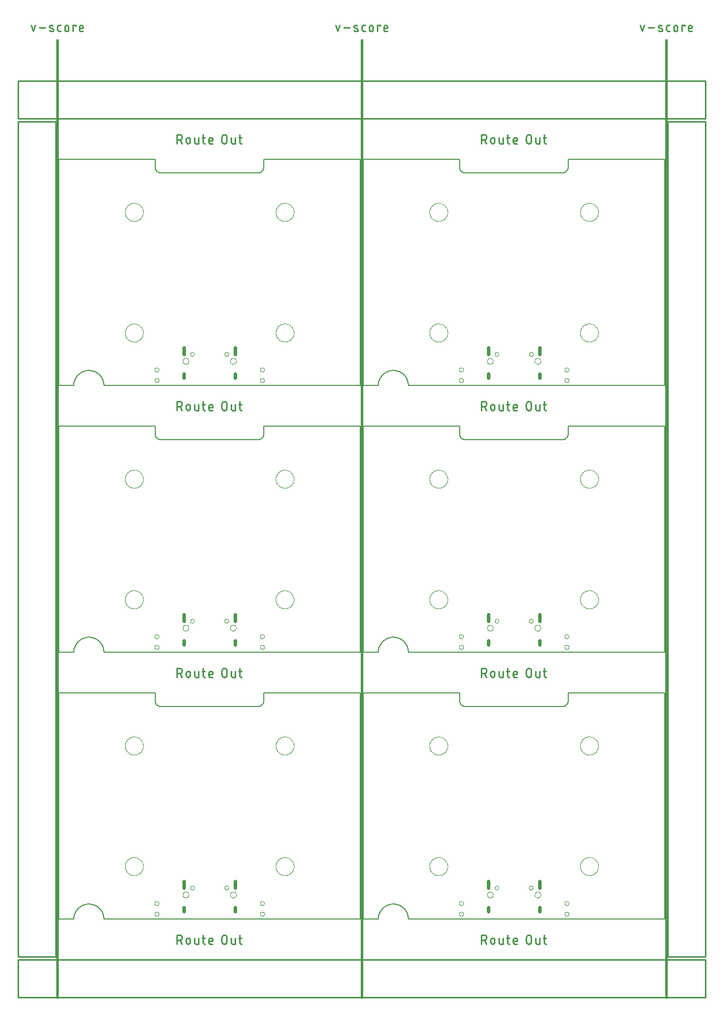
<source format=gko>
G04 EAGLE Gerber RS-274X export*
G75*
%MOMM*%
%FSLAX34Y34*%
%LPD*%
%IN*%
%IPPOS*%
%AMOC8*
5,1,8,0,0,1.08239X$1,22.5*%
G01*
%ADD10C,0.203200*%
%ADD11C,0.279400*%
%ADD12C,0.381000*%
%ADD13C,0.254000*%
%ADD14C,0.000000*%
%ADD15C,0.600000*%


D10*
X0Y0D02*
X25400Y0D01*
X25407Y614D01*
X25430Y1227D01*
X25467Y1840D01*
X25519Y2451D01*
X25585Y3062D01*
X25667Y3670D01*
X25763Y4276D01*
X25873Y4880D01*
X25998Y5481D01*
X26138Y6079D01*
X26292Y6673D01*
X26461Y7263D01*
X26643Y7849D01*
X26840Y8430D01*
X27051Y9007D01*
X27275Y9578D01*
X27513Y10144D01*
X27765Y10704D01*
X28031Y11257D01*
X28309Y11804D01*
X28601Y12344D01*
X28906Y12877D01*
X29224Y13402D01*
X29554Y13920D01*
X29896Y14429D01*
X30251Y14930D01*
X30618Y15422D01*
X30996Y15905D01*
X31386Y16379D01*
X31788Y16843D01*
X32200Y17298D01*
X32624Y17742D01*
X33058Y18176D01*
X33502Y18600D01*
X33957Y19012D01*
X34421Y19414D01*
X34895Y19804D01*
X35378Y20182D01*
X35870Y20549D01*
X36371Y20904D01*
X36880Y21246D01*
X37398Y21576D01*
X37923Y21894D01*
X38456Y22199D01*
X38996Y22491D01*
X39543Y22769D01*
X40096Y23035D01*
X40656Y23287D01*
X41222Y23525D01*
X41793Y23749D01*
X42370Y23960D01*
X42951Y24157D01*
X43537Y24339D01*
X44127Y24508D01*
X44721Y24662D01*
X45319Y24802D01*
X45920Y24927D01*
X46524Y25037D01*
X47130Y25133D01*
X47738Y25215D01*
X48349Y25281D01*
X48960Y25333D01*
X49573Y25370D01*
X50186Y25393D01*
X50800Y25400D01*
X51414Y25393D01*
X52027Y25370D01*
X52640Y25333D01*
X53251Y25281D01*
X53862Y25215D01*
X54470Y25133D01*
X55076Y25037D01*
X55680Y24927D01*
X56281Y24802D01*
X56879Y24662D01*
X57473Y24508D01*
X58063Y24339D01*
X58649Y24157D01*
X59230Y23960D01*
X59807Y23749D01*
X60378Y23525D01*
X60944Y23287D01*
X61504Y23035D01*
X62057Y22769D01*
X62604Y22491D01*
X63144Y22199D01*
X63677Y21894D01*
X64202Y21576D01*
X64720Y21246D01*
X65229Y20904D01*
X65730Y20549D01*
X66222Y20182D01*
X66705Y19804D01*
X67179Y19414D01*
X67643Y19012D01*
X68098Y18600D01*
X68542Y18176D01*
X68976Y17742D01*
X69400Y17298D01*
X69812Y16843D01*
X70214Y16379D01*
X70604Y15905D01*
X70982Y15422D01*
X71349Y14930D01*
X71704Y14429D01*
X72046Y13920D01*
X72376Y13402D01*
X72694Y12877D01*
X72999Y12344D01*
X73291Y11804D01*
X73569Y11257D01*
X73835Y10704D01*
X74087Y10144D01*
X74325Y9578D01*
X74549Y9007D01*
X74760Y8430D01*
X74957Y7849D01*
X75139Y7263D01*
X75308Y6673D01*
X75462Y6079D01*
X75602Y5481D01*
X75727Y4880D01*
X75837Y4276D01*
X75933Y3670D01*
X76015Y3062D01*
X76081Y2451D01*
X76133Y1840D01*
X76170Y1227D01*
X76193Y614D01*
X76200Y0D01*
X508000Y0D01*
X508000Y381000D01*
X345440Y381000D01*
X345440Y368300D01*
X345437Y368054D01*
X345428Y367809D01*
X345413Y367564D01*
X345393Y367319D01*
X345366Y367075D01*
X345333Y366832D01*
X345295Y366589D01*
X345251Y366348D01*
X345201Y366108D01*
X345145Y365869D01*
X345083Y365631D01*
X345016Y365395D01*
X344943Y365160D01*
X344864Y364928D01*
X344780Y364697D01*
X344690Y364469D01*
X344595Y364242D01*
X344494Y364019D01*
X344388Y363797D01*
X344276Y363578D01*
X344160Y363362D01*
X344038Y363149D01*
X343911Y362939D01*
X343779Y362732D01*
X343642Y362528D01*
X343500Y362328D01*
X343353Y362131D01*
X343201Y361938D01*
X343045Y361748D01*
X342885Y361563D01*
X342720Y361381D01*
X342550Y361203D01*
X342377Y361030D01*
X342199Y360860D01*
X342017Y360695D01*
X341832Y360535D01*
X341642Y360379D01*
X341449Y360227D01*
X341252Y360080D01*
X341052Y359938D01*
X340848Y359801D01*
X340641Y359669D01*
X340431Y359542D01*
X340218Y359420D01*
X340002Y359304D01*
X339783Y359192D01*
X339561Y359086D01*
X339338Y358985D01*
X339111Y358890D01*
X338883Y358800D01*
X338652Y358716D01*
X338420Y358637D01*
X338185Y358564D01*
X337949Y358497D01*
X337711Y358435D01*
X337472Y358379D01*
X337232Y358329D01*
X336991Y358285D01*
X336748Y358247D01*
X336505Y358214D01*
X336261Y358187D01*
X336016Y358167D01*
X335771Y358152D01*
X335526Y358143D01*
X335280Y358140D01*
X172720Y358140D01*
X172474Y358143D01*
X172229Y358152D01*
X171984Y358167D01*
X171739Y358187D01*
X171495Y358214D01*
X171252Y358247D01*
X171009Y358285D01*
X170768Y358329D01*
X170528Y358379D01*
X170289Y358435D01*
X170051Y358497D01*
X169815Y358564D01*
X169580Y358637D01*
X169348Y358716D01*
X169117Y358800D01*
X168889Y358890D01*
X168662Y358985D01*
X168439Y359086D01*
X168217Y359192D01*
X167998Y359304D01*
X167782Y359420D01*
X167569Y359542D01*
X167359Y359669D01*
X167152Y359801D01*
X166948Y359938D01*
X166748Y360080D01*
X166551Y360227D01*
X166358Y360379D01*
X166168Y360535D01*
X165983Y360695D01*
X165801Y360860D01*
X165623Y361030D01*
X165450Y361203D01*
X165280Y361381D01*
X165115Y361563D01*
X164955Y361748D01*
X164799Y361938D01*
X164647Y362131D01*
X164500Y362328D01*
X164358Y362528D01*
X164221Y362732D01*
X164089Y362939D01*
X163962Y363149D01*
X163840Y363362D01*
X163724Y363578D01*
X163612Y363797D01*
X163506Y364019D01*
X163405Y364242D01*
X163310Y364469D01*
X163220Y364697D01*
X163136Y364928D01*
X163057Y365160D01*
X162984Y365395D01*
X162917Y365631D01*
X162855Y365869D01*
X162799Y366108D01*
X162749Y366348D01*
X162705Y366589D01*
X162667Y366832D01*
X162634Y367075D01*
X162607Y367319D01*
X162587Y367564D01*
X162572Y367809D01*
X162563Y368054D01*
X162560Y368300D01*
X162560Y381000D01*
X0Y381000D01*
X0Y0D01*
D11*
X199504Y-26797D02*
X199504Y-41783D01*
X199504Y-26797D02*
X203667Y-26797D01*
X203795Y-26799D01*
X203923Y-26805D01*
X204051Y-26815D01*
X204179Y-26829D01*
X204306Y-26846D01*
X204432Y-26868D01*
X204558Y-26893D01*
X204682Y-26923D01*
X204806Y-26956D01*
X204929Y-26993D01*
X205051Y-27034D01*
X205171Y-27078D01*
X205290Y-27126D01*
X205407Y-27178D01*
X205523Y-27233D01*
X205636Y-27292D01*
X205749Y-27355D01*
X205859Y-27421D01*
X205966Y-27490D01*
X206072Y-27562D01*
X206176Y-27638D01*
X206277Y-27717D01*
X206376Y-27799D01*
X206472Y-27884D01*
X206565Y-27971D01*
X206656Y-28062D01*
X206743Y-28155D01*
X206828Y-28251D01*
X206910Y-28350D01*
X206989Y-28451D01*
X207065Y-28555D01*
X207137Y-28661D01*
X207206Y-28768D01*
X207272Y-28879D01*
X207335Y-28991D01*
X207394Y-29104D01*
X207449Y-29220D01*
X207501Y-29337D01*
X207549Y-29456D01*
X207593Y-29576D01*
X207634Y-29698D01*
X207671Y-29821D01*
X207704Y-29945D01*
X207734Y-30069D01*
X207759Y-30195D01*
X207781Y-30321D01*
X207798Y-30448D01*
X207812Y-30576D01*
X207822Y-30704D01*
X207828Y-30832D01*
X207830Y-30960D01*
X207828Y-31088D01*
X207822Y-31216D01*
X207812Y-31344D01*
X207798Y-31472D01*
X207781Y-31599D01*
X207759Y-31725D01*
X207734Y-31851D01*
X207704Y-31975D01*
X207671Y-32099D01*
X207634Y-32222D01*
X207593Y-32344D01*
X207549Y-32464D01*
X207501Y-32583D01*
X207449Y-32700D01*
X207394Y-32816D01*
X207335Y-32929D01*
X207272Y-33042D01*
X207206Y-33152D01*
X207137Y-33259D01*
X207065Y-33365D01*
X206989Y-33469D01*
X206910Y-33570D01*
X206828Y-33669D01*
X206743Y-33765D01*
X206656Y-33858D01*
X206565Y-33949D01*
X206472Y-34036D01*
X206376Y-34121D01*
X206277Y-34203D01*
X206176Y-34282D01*
X206072Y-34358D01*
X205966Y-34430D01*
X205859Y-34499D01*
X205749Y-34565D01*
X205636Y-34628D01*
X205523Y-34687D01*
X205407Y-34742D01*
X205290Y-34794D01*
X205171Y-34842D01*
X205051Y-34886D01*
X204929Y-34927D01*
X204806Y-34964D01*
X204682Y-34997D01*
X204558Y-35027D01*
X204432Y-35052D01*
X204306Y-35074D01*
X204179Y-35091D01*
X204051Y-35105D01*
X203923Y-35115D01*
X203795Y-35121D01*
X203667Y-35123D01*
X199504Y-35123D01*
X204499Y-35123D02*
X207829Y-41783D01*
X214788Y-38453D02*
X214788Y-35123D01*
X214790Y-35009D01*
X214796Y-34896D01*
X214805Y-34782D01*
X214819Y-34670D01*
X214836Y-34557D01*
X214858Y-34445D01*
X214883Y-34335D01*
X214911Y-34225D01*
X214944Y-34116D01*
X214980Y-34008D01*
X215020Y-33901D01*
X215064Y-33796D01*
X215111Y-33693D01*
X215161Y-33591D01*
X215215Y-33491D01*
X215273Y-33393D01*
X215334Y-33297D01*
X215397Y-33203D01*
X215465Y-33111D01*
X215535Y-33021D01*
X215608Y-32935D01*
X215684Y-32850D01*
X215763Y-32768D01*
X215845Y-32689D01*
X215930Y-32613D01*
X216016Y-32540D01*
X216106Y-32470D01*
X216198Y-32402D01*
X216292Y-32339D01*
X216388Y-32278D01*
X216486Y-32220D01*
X216586Y-32166D01*
X216688Y-32116D01*
X216791Y-32069D01*
X216896Y-32025D01*
X217003Y-31985D01*
X217111Y-31949D01*
X217220Y-31916D01*
X217330Y-31888D01*
X217440Y-31863D01*
X217552Y-31841D01*
X217665Y-31824D01*
X217777Y-31810D01*
X217891Y-31801D01*
X218004Y-31795D01*
X218118Y-31793D01*
X218232Y-31795D01*
X218345Y-31801D01*
X218459Y-31810D01*
X218571Y-31824D01*
X218684Y-31841D01*
X218796Y-31863D01*
X218906Y-31888D01*
X219016Y-31916D01*
X219125Y-31949D01*
X219233Y-31985D01*
X219340Y-32025D01*
X219445Y-32069D01*
X219548Y-32116D01*
X219650Y-32166D01*
X219750Y-32220D01*
X219848Y-32278D01*
X219944Y-32339D01*
X220038Y-32402D01*
X220130Y-32470D01*
X220220Y-32540D01*
X220306Y-32613D01*
X220391Y-32689D01*
X220473Y-32768D01*
X220552Y-32850D01*
X220628Y-32935D01*
X220701Y-33021D01*
X220771Y-33111D01*
X220839Y-33203D01*
X220902Y-33297D01*
X220963Y-33393D01*
X221021Y-33491D01*
X221075Y-33591D01*
X221125Y-33693D01*
X221172Y-33796D01*
X221216Y-33901D01*
X221256Y-34008D01*
X221292Y-34116D01*
X221325Y-34225D01*
X221353Y-34335D01*
X221378Y-34445D01*
X221400Y-34557D01*
X221417Y-34670D01*
X221431Y-34782D01*
X221440Y-34896D01*
X221446Y-35009D01*
X221448Y-35123D01*
X221448Y-38453D01*
X221446Y-38567D01*
X221440Y-38680D01*
X221431Y-38794D01*
X221417Y-38906D01*
X221400Y-39019D01*
X221378Y-39131D01*
X221353Y-39241D01*
X221325Y-39351D01*
X221292Y-39460D01*
X221256Y-39568D01*
X221216Y-39675D01*
X221172Y-39780D01*
X221125Y-39883D01*
X221075Y-39985D01*
X221021Y-40085D01*
X220963Y-40183D01*
X220902Y-40279D01*
X220839Y-40373D01*
X220771Y-40465D01*
X220701Y-40555D01*
X220628Y-40641D01*
X220552Y-40726D01*
X220473Y-40808D01*
X220391Y-40887D01*
X220306Y-40963D01*
X220220Y-41036D01*
X220130Y-41106D01*
X220038Y-41174D01*
X219944Y-41237D01*
X219848Y-41298D01*
X219750Y-41356D01*
X219650Y-41410D01*
X219548Y-41460D01*
X219445Y-41507D01*
X219340Y-41551D01*
X219233Y-41591D01*
X219125Y-41627D01*
X219016Y-41660D01*
X218906Y-41688D01*
X218796Y-41713D01*
X218684Y-41735D01*
X218571Y-41752D01*
X218459Y-41766D01*
X218345Y-41775D01*
X218232Y-41781D01*
X218118Y-41783D01*
X218004Y-41781D01*
X217891Y-41775D01*
X217777Y-41766D01*
X217665Y-41752D01*
X217552Y-41735D01*
X217440Y-41713D01*
X217330Y-41688D01*
X217220Y-41660D01*
X217111Y-41627D01*
X217003Y-41591D01*
X216896Y-41551D01*
X216791Y-41507D01*
X216688Y-41460D01*
X216586Y-41410D01*
X216486Y-41356D01*
X216388Y-41298D01*
X216292Y-41237D01*
X216198Y-41174D01*
X216106Y-41106D01*
X216016Y-41036D01*
X215930Y-40963D01*
X215845Y-40887D01*
X215763Y-40808D01*
X215684Y-40726D01*
X215608Y-40641D01*
X215535Y-40555D01*
X215465Y-40465D01*
X215397Y-40373D01*
X215334Y-40279D01*
X215273Y-40183D01*
X215215Y-40085D01*
X215161Y-39985D01*
X215111Y-39883D01*
X215064Y-39780D01*
X215020Y-39675D01*
X214980Y-39568D01*
X214944Y-39460D01*
X214911Y-39351D01*
X214883Y-39241D01*
X214858Y-39131D01*
X214836Y-39019D01*
X214819Y-38906D01*
X214805Y-38794D01*
X214796Y-38680D01*
X214790Y-38567D01*
X214788Y-38453D01*
X228856Y-39285D02*
X228856Y-31792D01*
X228855Y-39285D02*
X228857Y-39383D01*
X228863Y-39481D01*
X228872Y-39579D01*
X228886Y-39676D01*
X228903Y-39772D01*
X228924Y-39868D01*
X228949Y-39963D01*
X228977Y-40057D01*
X229009Y-40150D01*
X229045Y-40241D01*
X229084Y-40331D01*
X229127Y-40419D01*
X229174Y-40506D01*
X229223Y-40590D01*
X229276Y-40673D01*
X229332Y-40753D01*
X229391Y-40832D01*
X229454Y-40907D01*
X229519Y-40981D01*
X229587Y-41051D01*
X229657Y-41119D01*
X229731Y-41185D01*
X229807Y-41247D01*
X229885Y-41306D01*
X229965Y-41362D01*
X230048Y-41415D01*
X230132Y-41465D01*
X230219Y-41511D01*
X230307Y-41554D01*
X230397Y-41593D01*
X230488Y-41629D01*
X230581Y-41661D01*
X230675Y-41689D01*
X230770Y-41714D01*
X230866Y-41735D01*
X230962Y-41752D01*
X231059Y-41766D01*
X231157Y-41775D01*
X231255Y-41781D01*
X231353Y-41783D01*
X235516Y-41783D01*
X235516Y-31792D01*
X241497Y-31792D02*
X246492Y-31792D01*
X243162Y-26797D02*
X243162Y-39285D01*
X243164Y-39383D01*
X243170Y-39481D01*
X243179Y-39579D01*
X243193Y-39676D01*
X243210Y-39772D01*
X243231Y-39868D01*
X243256Y-39963D01*
X243284Y-40057D01*
X243316Y-40150D01*
X243352Y-40241D01*
X243391Y-40331D01*
X243434Y-40419D01*
X243481Y-40506D01*
X243530Y-40590D01*
X243583Y-40673D01*
X243639Y-40753D01*
X243698Y-40832D01*
X243761Y-40907D01*
X243826Y-40981D01*
X243894Y-41051D01*
X243964Y-41119D01*
X244038Y-41185D01*
X244114Y-41247D01*
X244192Y-41306D01*
X244272Y-41362D01*
X244355Y-41415D01*
X244439Y-41465D01*
X244526Y-41511D01*
X244614Y-41554D01*
X244704Y-41593D01*
X244795Y-41629D01*
X244888Y-41661D01*
X244982Y-41689D01*
X245077Y-41714D01*
X245173Y-41735D01*
X245269Y-41752D01*
X245366Y-41766D01*
X245464Y-41775D01*
X245562Y-41781D01*
X245660Y-41783D01*
X246492Y-41783D01*
X255321Y-41783D02*
X259484Y-41783D01*
X255321Y-41783D02*
X255223Y-41781D01*
X255125Y-41775D01*
X255027Y-41766D01*
X254930Y-41752D01*
X254834Y-41735D01*
X254738Y-41714D01*
X254643Y-41689D01*
X254549Y-41661D01*
X254456Y-41629D01*
X254365Y-41593D01*
X254275Y-41554D01*
X254187Y-41511D01*
X254100Y-41464D01*
X254016Y-41415D01*
X253933Y-41362D01*
X253853Y-41306D01*
X253775Y-41247D01*
X253699Y-41185D01*
X253625Y-41119D01*
X253555Y-41051D01*
X253487Y-40981D01*
X253422Y-40907D01*
X253359Y-40832D01*
X253300Y-40753D01*
X253244Y-40673D01*
X253191Y-40590D01*
X253142Y-40506D01*
X253095Y-40419D01*
X253052Y-40331D01*
X253013Y-40241D01*
X252977Y-40150D01*
X252945Y-40057D01*
X252917Y-39963D01*
X252892Y-39868D01*
X252871Y-39772D01*
X252854Y-39676D01*
X252840Y-39579D01*
X252831Y-39481D01*
X252825Y-39383D01*
X252823Y-39285D01*
X252824Y-39285D02*
X252824Y-35123D01*
X252826Y-35009D01*
X252832Y-34896D01*
X252841Y-34782D01*
X252855Y-34670D01*
X252872Y-34557D01*
X252894Y-34445D01*
X252919Y-34335D01*
X252947Y-34225D01*
X252980Y-34116D01*
X253016Y-34008D01*
X253056Y-33901D01*
X253100Y-33796D01*
X253147Y-33693D01*
X253197Y-33591D01*
X253251Y-33491D01*
X253309Y-33393D01*
X253370Y-33297D01*
X253433Y-33203D01*
X253501Y-33111D01*
X253571Y-33021D01*
X253644Y-32935D01*
X253720Y-32850D01*
X253799Y-32768D01*
X253881Y-32689D01*
X253966Y-32613D01*
X254052Y-32540D01*
X254142Y-32470D01*
X254234Y-32402D01*
X254328Y-32339D01*
X254424Y-32278D01*
X254522Y-32220D01*
X254622Y-32166D01*
X254724Y-32116D01*
X254827Y-32069D01*
X254932Y-32025D01*
X255039Y-31985D01*
X255147Y-31949D01*
X255256Y-31916D01*
X255366Y-31888D01*
X255476Y-31863D01*
X255588Y-31841D01*
X255701Y-31824D01*
X255813Y-31810D01*
X255927Y-31801D01*
X256040Y-31795D01*
X256154Y-31793D01*
X256268Y-31795D01*
X256381Y-31801D01*
X256495Y-31810D01*
X256607Y-31824D01*
X256720Y-31841D01*
X256832Y-31863D01*
X256942Y-31888D01*
X257052Y-31916D01*
X257161Y-31949D01*
X257269Y-31985D01*
X257376Y-32025D01*
X257481Y-32069D01*
X257584Y-32116D01*
X257686Y-32166D01*
X257786Y-32220D01*
X257884Y-32278D01*
X257980Y-32339D01*
X258074Y-32402D01*
X258166Y-32470D01*
X258256Y-32540D01*
X258342Y-32613D01*
X258427Y-32689D01*
X258509Y-32768D01*
X258588Y-32850D01*
X258664Y-32935D01*
X258737Y-33021D01*
X258807Y-33111D01*
X258875Y-33203D01*
X258938Y-33297D01*
X258999Y-33393D01*
X259057Y-33491D01*
X259111Y-33591D01*
X259161Y-33693D01*
X259208Y-33796D01*
X259252Y-33901D01*
X259292Y-34008D01*
X259328Y-34116D01*
X259361Y-34225D01*
X259389Y-34335D01*
X259414Y-34445D01*
X259436Y-34557D01*
X259453Y-34670D01*
X259467Y-34782D01*
X259476Y-34896D01*
X259482Y-35009D01*
X259484Y-35123D01*
X259484Y-36788D01*
X252824Y-36788D01*
X274917Y-37620D02*
X274917Y-30960D01*
X274919Y-30832D01*
X274925Y-30704D01*
X274935Y-30576D01*
X274949Y-30448D01*
X274966Y-30321D01*
X274988Y-30195D01*
X275013Y-30069D01*
X275043Y-29945D01*
X275076Y-29821D01*
X275113Y-29698D01*
X275154Y-29576D01*
X275198Y-29456D01*
X275246Y-29337D01*
X275298Y-29220D01*
X275353Y-29104D01*
X275412Y-28991D01*
X275475Y-28878D01*
X275541Y-28768D01*
X275610Y-28661D01*
X275682Y-28555D01*
X275758Y-28451D01*
X275837Y-28350D01*
X275919Y-28251D01*
X276004Y-28155D01*
X276091Y-28062D01*
X276182Y-27971D01*
X276275Y-27884D01*
X276371Y-27799D01*
X276470Y-27717D01*
X276571Y-27638D01*
X276675Y-27562D01*
X276781Y-27490D01*
X276888Y-27421D01*
X276999Y-27355D01*
X277111Y-27292D01*
X277224Y-27233D01*
X277340Y-27178D01*
X277457Y-27126D01*
X277576Y-27078D01*
X277696Y-27034D01*
X277818Y-26993D01*
X277941Y-26956D01*
X278065Y-26923D01*
X278189Y-26893D01*
X278315Y-26868D01*
X278441Y-26846D01*
X278568Y-26829D01*
X278696Y-26815D01*
X278824Y-26805D01*
X278952Y-26799D01*
X279080Y-26797D01*
X279208Y-26799D01*
X279336Y-26805D01*
X279464Y-26815D01*
X279592Y-26829D01*
X279719Y-26846D01*
X279845Y-26868D01*
X279971Y-26893D01*
X280095Y-26923D01*
X280219Y-26956D01*
X280342Y-26993D01*
X280464Y-27034D01*
X280584Y-27078D01*
X280703Y-27126D01*
X280820Y-27178D01*
X280936Y-27233D01*
X281049Y-27292D01*
X281162Y-27355D01*
X281272Y-27421D01*
X281379Y-27490D01*
X281485Y-27562D01*
X281589Y-27638D01*
X281690Y-27717D01*
X281789Y-27799D01*
X281885Y-27884D01*
X281978Y-27971D01*
X282069Y-28062D01*
X282156Y-28155D01*
X282241Y-28251D01*
X282323Y-28350D01*
X282402Y-28451D01*
X282478Y-28555D01*
X282550Y-28661D01*
X282619Y-28768D01*
X282685Y-28879D01*
X282748Y-28991D01*
X282807Y-29104D01*
X282862Y-29220D01*
X282914Y-29337D01*
X282962Y-29456D01*
X283006Y-29576D01*
X283047Y-29698D01*
X283084Y-29821D01*
X283117Y-29945D01*
X283147Y-30069D01*
X283172Y-30195D01*
X283194Y-30321D01*
X283211Y-30448D01*
X283225Y-30576D01*
X283235Y-30704D01*
X283241Y-30832D01*
X283243Y-30960D01*
X283242Y-30960D02*
X283242Y-37620D01*
X283243Y-37620D02*
X283241Y-37748D01*
X283235Y-37876D01*
X283225Y-38004D01*
X283211Y-38132D01*
X283194Y-38259D01*
X283172Y-38385D01*
X283147Y-38511D01*
X283117Y-38635D01*
X283084Y-38759D01*
X283047Y-38882D01*
X283006Y-39004D01*
X282962Y-39124D01*
X282914Y-39243D01*
X282862Y-39360D01*
X282807Y-39476D01*
X282748Y-39589D01*
X282685Y-39702D01*
X282619Y-39812D01*
X282550Y-39919D01*
X282478Y-40025D01*
X282402Y-40129D01*
X282323Y-40230D01*
X282241Y-40329D01*
X282156Y-40425D01*
X282069Y-40518D01*
X281978Y-40609D01*
X281885Y-40696D01*
X281789Y-40781D01*
X281690Y-40863D01*
X281589Y-40942D01*
X281485Y-41018D01*
X281379Y-41090D01*
X281272Y-41159D01*
X281162Y-41225D01*
X281049Y-41288D01*
X280936Y-41347D01*
X280820Y-41402D01*
X280703Y-41454D01*
X280584Y-41502D01*
X280464Y-41546D01*
X280342Y-41587D01*
X280219Y-41624D01*
X280095Y-41657D01*
X279971Y-41687D01*
X279845Y-41712D01*
X279719Y-41734D01*
X279592Y-41751D01*
X279464Y-41765D01*
X279336Y-41775D01*
X279208Y-41781D01*
X279080Y-41783D01*
X278952Y-41781D01*
X278824Y-41775D01*
X278696Y-41765D01*
X278568Y-41751D01*
X278441Y-41734D01*
X278315Y-41712D01*
X278189Y-41687D01*
X278065Y-41657D01*
X277941Y-41624D01*
X277818Y-41587D01*
X277696Y-41546D01*
X277576Y-41502D01*
X277457Y-41454D01*
X277340Y-41402D01*
X277224Y-41347D01*
X277111Y-41288D01*
X276999Y-41225D01*
X276888Y-41159D01*
X276781Y-41090D01*
X276675Y-41018D01*
X276571Y-40942D01*
X276470Y-40863D01*
X276371Y-40781D01*
X276275Y-40696D01*
X276182Y-40609D01*
X276091Y-40518D01*
X276004Y-40425D01*
X275919Y-40329D01*
X275837Y-40230D01*
X275758Y-40129D01*
X275682Y-40025D01*
X275610Y-39919D01*
X275541Y-39812D01*
X275475Y-39701D01*
X275412Y-39589D01*
X275353Y-39476D01*
X275298Y-39360D01*
X275246Y-39243D01*
X275198Y-39124D01*
X275154Y-39004D01*
X275113Y-38882D01*
X275076Y-38759D01*
X275043Y-38635D01*
X275013Y-38511D01*
X274988Y-38385D01*
X274966Y-38259D01*
X274949Y-38132D01*
X274935Y-38004D01*
X274925Y-37876D01*
X274919Y-37748D01*
X274917Y-37620D01*
X290859Y-39285D02*
X290859Y-31792D01*
X290859Y-39285D02*
X290861Y-39383D01*
X290867Y-39481D01*
X290876Y-39579D01*
X290890Y-39676D01*
X290907Y-39772D01*
X290928Y-39868D01*
X290953Y-39963D01*
X290981Y-40057D01*
X291013Y-40150D01*
X291049Y-40241D01*
X291088Y-40331D01*
X291131Y-40419D01*
X291178Y-40506D01*
X291227Y-40590D01*
X291280Y-40673D01*
X291336Y-40753D01*
X291395Y-40832D01*
X291458Y-40907D01*
X291523Y-40981D01*
X291591Y-41051D01*
X291661Y-41119D01*
X291735Y-41185D01*
X291811Y-41247D01*
X291889Y-41306D01*
X291969Y-41362D01*
X292052Y-41415D01*
X292136Y-41465D01*
X292223Y-41511D01*
X292311Y-41554D01*
X292401Y-41593D01*
X292492Y-41629D01*
X292585Y-41661D01*
X292679Y-41689D01*
X292774Y-41714D01*
X292870Y-41735D01*
X292966Y-41752D01*
X293063Y-41766D01*
X293161Y-41775D01*
X293259Y-41781D01*
X293357Y-41783D01*
X297520Y-41783D01*
X297520Y-31792D01*
X303501Y-31792D02*
X308496Y-31792D01*
X305166Y-26797D02*
X305166Y-39285D01*
X305165Y-39285D02*
X305167Y-39383D01*
X305173Y-39481D01*
X305182Y-39579D01*
X305196Y-39676D01*
X305213Y-39772D01*
X305234Y-39868D01*
X305259Y-39963D01*
X305287Y-40057D01*
X305319Y-40150D01*
X305355Y-40241D01*
X305394Y-40331D01*
X305437Y-40419D01*
X305484Y-40506D01*
X305533Y-40590D01*
X305586Y-40673D01*
X305642Y-40753D01*
X305701Y-40832D01*
X305764Y-40907D01*
X305829Y-40981D01*
X305897Y-41051D01*
X305967Y-41119D01*
X306041Y-41185D01*
X306117Y-41247D01*
X306195Y-41306D01*
X306275Y-41362D01*
X306358Y-41415D01*
X306442Y-41465D01*
X306529Y-41511D01*
X306617Y-41554D01*
X306707Y-41593D01*
X306798Y-41629D01*
X306891Y-41661D01*
X306985Y-41689D01*
X307080Y-41714D01*
X307176Y-41735D01*
X307272Y-41752D01*
X307369Y-41766D01*
X307467Y-41775D01*
X307565Y-41781D01*
X307663Y-41783D01*
X307664Y-41783D02*
X308496Y-41783D01*
D10*
X513080Y0D02*
X538480Y0D01*
X538487Y614D01*
X538510Y1227D01*
X538547Y1840D01*
X538599Y2451D01*
X538665Y3062D01*
X538747Y3670D01*
X538843Y4276D01*
X538953Y4880D01*
X539078Y5481D01*
X539218Y6079D01*
X539372Y6673D01*
X539541Y7263D01*
X539723Y7849D01*
X539920Y8430D01*
X540131Y9007D01*
X540355Y9578D01*
X540593Y10144D01*
X540845Y10704D01*
X541111Y11257D01*
X541389Y11804D01*
X541681Y12344D01*
X541986Y12877D01*
X542304Y13402D01*
X542634Y13920D01*
X542976Y14429D01*
X543331Y14930D01*
X543698Y15422D01*
X544076Y15905D01*
X544466Y16379D01*
X544868Y16843D01*
X545280Y17298D01*
X545704Y17742D01*
X546138Y18176D01*
X546582Y18600D01*
X547037Y19012D01*
X547501Y19414D01*
X547975Y19804D01*
X548458Y20182D01*
X548950Y20549D01*
X549451Y20904D01*
X549960Y21246D01*
X550478Y21576D01*
X551003Y21894D01*
X551536Y22199D01*
X552076Y22491D01*
X552623Y22769D01*
X553176Y23035D01*
X553736Y23287D01*
X554302Y23525D01*
X554873Y23749D01*
X555450Y23960D01*
X556031Y24157D01*
X556617Y24339D01*
X557207Y24508D01*
X557801Y24662D01*
X558399Y24802D01*
X559000Y24927D01*
X559604Y25037D01*
X560210Y25133D01*
X560818Y25215D01*
X561429Y25281D01*
X562040Y25333D01*
X562653Y25370D01*
X563266Y25393D01*
X563880Y25400D01*
X564494Y25393D01*
X565107Y25370D01*
X565720Y25333D01*
X566331Y25281D01*
X566942Y25215D01*
X567550Y25133D01*
X568156Y25037D01*
X568760Y24927D01*
X569361Y24802D01*
X569959Y24662D01*
X570553Y24508D01*
X571143Y24339D01*
X571729Y24157D01*
X572310Y23960D01*
X572887Y23749D01*
X573458Y23525D01*
X574024Y23287D01*
X574584Y23035D01*
X575137Y22769D01*
X575684Y22491D01*
X576224Y22199D01*
X576757Y21894D01*
X577282Y21576D01*
X577800Y21246D01*
X578309Y20904D01*
X578810Y20549D01*
X579302Y20182D01*
X579785Y19804D01*
X580259Y19414D01*
X580723Y19012D01*
X581178Y18600D01*
X581622Y18176D01*
X582056Y17742D01*
X582480Y17298D01*
X582892Y16843D01*
X583294Y16379D01*
X583684Y15905D01*
X584062Y15422D01*
X584429Y14930D01*
X584784Y14429D01*
X585126Y13920D01*
X585456Y13402D01*
X585774Y12877D01*
X586079Y12344D01*
X586371Y11804D01*
X586649Y11257D01*
X586915Y10704D01*
X587167Y10144D01*
X587405Y9578D01*
X587629Y9007D01*
X587840Y8430D01*
X588037Y7849D01*
X588219Y7263D01*
X588388Y6673D01*
X588542Y6079D01*
X588682Y5481D01*
X588807Y4880D01*
X588917Y4276D01*
X589013Y3670D01*
X589095Y3062D01*
X589161Y2451D01*
X589213Y1840D01*
X589250Y1227D01*
X589273Y614D01*
X589280Y0D01*
X1021080Y0D01*
X1021080Y381000D01*
X858520Y381000D01*
X858520Y368300D01*
X858517Y368054D01*
X858508Y367809D01*
X858493Y367564D01*
X858473Y367319D01*
X858446Y367075D01*
X858413Y366832D01*
X858375Y366589D01*
X858331Y366348D01*
X858281Y366108D01*
X858225Y365869D01*
X858163Y365631D01*
X858096Y365395D01*
X858023Y365160D01*
X857944Y364928D01*
X857860Y364697D01*
X857770Y364469D01*
X857675Y364242D01*
X857574Y364019D01*
X857468Y363797D01*
X857356Y363578D01*
X857240Y363362D01*
X857118Y363149D01*
X856991Y362939D01*
X856859Y362732D01*
X856722Y362528D01*
X856580Y362328D01*
X856433Y362131D01*
X856281Y361938D01*
X856125Y361748D01*
X855965Y361563D01*
X855800Y361381D01*
X855630Y361203D01*
X855457Y361030D01*
X855279Y360860D01*
X855097Y360695D01*
X854912Y360535D01*
X854722Y360379D01*
X854529Y360227D01*
X854332Y360080D01*
X854132Y359938D01*
X853928Y359801D01*
X853721Y359669D01*
X853511Y359542D01*
X853298Y359420D01*
X853082Y359304D01*
X852863Y359192D01*
X852641Y359086D01*
X852418Y358985D01*
X852191Y358890D01*
X851963Y358800D01*
X851732Y358716D01*
X851500Y358637D01*
X851265Y358564D01*
X851029Y358497D01*
X850791Y358435D01*
X850552Y358379D01*
X850312Y358329D01*
X850071Y358285D01*
X849828Y358247D01*
X849585Y358214D01*
X849341Y358187D01*
X849096Y358167D01*
X848851Y358152D01*
X848606Y358143D01*
X848360Y358140D01*
X685800Y358140D01*
X685554Y358143D01*
X685309Y358152D01*
X685064Y358167D01*
X684819Y358187D01*
X684575Y358214D01*
X684332Y358247D01*
X684089Y358285D01*
X683848Y358329D01*
X683608Y358379D01*
X683369Y358435D01*
X683131Y358497D01*
X682895Y358564D01*
X682660Y358637D01*
X682428Y358716D01*
X682197Y358800D01*
X681969Y358890D01*
X681742Y358985D01*
X681519Y359086D01*
X681297Y359192D01*
X681078Y359304D01*
X680862Y359420D01*
X680649Y359542D01*
X680439Y359669D01*
X680232Y359801D01*
X680028Y359938D01*
X679828Y360080D01*
X679631Y360227D01*
X679438Y360379D01*
X679248Y360535D01*
X679063Y360695D01*
X678881Y360860D01*
X678703Y361030D01*
X678530Y361203D01*
X678360Y361381D01*
X678195Y361563D01*
X678035Y361748D01*
X677879Y361938D01*
X677727Y362131D01*
X677580Y362328D01*
X677438Y362528D01*
X677301Y362732D01*
X677169Y362939D01*
X677042Y363149D01*
X676920Y363362D01*
X676804Y363578D01*
X676692Y363797D01*
X676586Y364019D01*
X676485Y364242D01*
X676390Y364469D01*
X676300Y364697D01*
X676216Y364928D01*
X676137Y365160D01*
X676064Y365395D01*
X675997Y365631D01*
X675935Y365869D01*
X675879Y366108D01*
X675829Y366348D01*
X675785Y366589D01*
X675747Y366832D01*
X675714Y367075D01*
X675687Y367319D01*
X675667Y367564D01*
X675652Y367809D01*
X675643Y368054D01*
X675640Y368300D01*
X675640Y381000D01*
X513080Y381000D01*
X513080Y0D01*
D11*
X712584Y-26797D02*
X712584Y-41783D01*
X712584Y-26797D02*
X716747Y-26797D01*
X716875Y-26799D01*
X717003Y-26805D01*
X717131Y-26815D01*
X717259Y-26829D01*
X717386Y-26846D01*
X717512Y-26868D01*
X717638Y-26893D01*
X717762Y-26923D01*
X717886Y-26956D01*
X718009Y-26993D01*
X718131Y-27034D01*
X718251Y-27078D01*
X718370Y-27126D01*
X718487Y-27178D01*
X718603Y-27233D01*
X718716Y-27292D01*
X718829Y-27355D01*
X718939Y-27421D01*
X719046Y-27490D01*
X719152Y-27562D01*
X719256Y-27638D01*
X719357Y-27717D01*
X719456Y-27799D01*
X719552Y-27884D01*
X719645Y-27971D01*
X719736Y-28062D01*
X719823Y-28155D01*
X719908Y-28251D01*
X719990Y-28350D01*
X720069Y-28451D01*
X720145Y-28555D01*
X720217Y-28661D01*
X720286Y-28768D01*
X720352Y-28879D01*
X720415Y-28991D01*
X720474Y-29104D01*
X720529Y-29220D01*
X720581Y-29337D01*
X720629Y-29456D01*
X720673Y-29576D01*
X720714Y-29698D01*
X720751Y-29821D01*
X720784Y-29945D01*
X720814Y-30069D01*
X720839Y-30195D01*
X720861Y-30321D01*
X720878Y-30448D01*
X720892Y-30576D01*
X720902Y-30704D01*
X720908Y-30832D01*
X720910Y-30960D01*
X720908Y-31088D01*
X720902Y-31216D01*
X720892Y-31344D01*
X720878Y-31472D01*
X720861Y-31599D01*
X720839Y-31725D01*
X720814Y-31851D01*
X720784Y-31975D01*
X720751Y-32099D01*
X720714Y-32222D01*
X720673Y-32344D01*
X720629Y-32464D01*
X720581Y-32583D01*
X720529Y-32700D01*
X720474Y-32816D01*
X720415Y-32929D01*
X720352Y-33042D01*
X720286Y-33152D01*
X720217Y-33259D01*
X720145Y-33365D01*
X720069Y-33469D01*
X719990Y-33570D01*
X719908Y-33669D01*
X719823Y-33765D01*
X719736Y-33858D01*
X719645Y-33949D01*
X719552Y-34036D01*
X719456Y-34121D01*
X719357Y-34203D01*
X719256Y-34282D01*
X719152Y-34358D01*
X719046Y-34430D01*
X718939Y-34499D01*
X718829Y-34565D01*
X718716Y-34628D01*
X718603Y-34687D01*
X718487Y-34742D01*
X718370Y-34794D01*
X718251Y-34842D01*
X718131Y-34886D01*
X718009Y-34927D01*
X717886Y-34964D01*
X717762Y-34997D01*
X717638Y-35027D01*
X717512Y-35052D01*
X717386Y-35074D01*
X717259Y-35091D01*
X717131Y-35105D01*
X717003Y-35115D01*
X716875Y-35121D01*
X716747Y-35123D01*
X712584Y-35123D01*
X717579Y-35123D02*
X720909Y-41783D01*
X727868Y-38453D02*
X727868Y-35123D01*
X727870Y-35009D01*
X727876Y-34896D01*
X727885Y-34782D01*
X727899Y-34670D01*
X727916Y-34557D01*
X727938Y-34445D01*
X727963Y-34335D01*
X727991Y-34225D01*
X728024Y-34116D01*
X728060Y-34008D01*
X728100Y-33901D01*
X728144Y-33796D01*
X728191Y-33693D01*
X728241Y-33591D01*
X728295Y-33491D01*
X728353Y-33393D01*
X728414Y-33297D01*
X728477Y-33203D01*
X728545Y-33111D01*
X728615Y-33021D01*
X728688Y-32935D01*
X728764Y-32850D01*
X728843Y-32768D01*
X728925Y-32689D01*
X729010Y-32613D01*
X729096Y-32540D01*
X729186Y-32470D01*
X729278Y-32402D01*
X729372Y-32339D01*
X729468Y-32278D01*
X729566Y-32220D01*
X729666Y-32166D01*
X729768Y-32116D01*
X729871Y-32069D01*
X729976Y-32025D01*
X730083Y-31985D01*
X730191Y-31949D01*
X730300Y-31916D01*
X730410Y-31888D01*
X730520Y-31863D01*
X730632Y-31841D01*
X730745Y-31824D01*
X730857Y-31810D01*
X730971Y-31801D01*
X731084Y-31795D01*
X731198Y-31793D01*
X731312Y-31795D01*
X731425Y-31801D01*
X731539Y-31810D01*
X731651Y-31824D01*
X731764Y-31841D01*
X731876Y-31863D01*
X731986Y-31888D01*
X732096Y-31916D01*
X732205Y-31949D01*
X732313Y-31985D01*
X732420Y-32025D01*
X732525Y-32069D01*
X732628Y-32116D01*
X732730Y-32166D01*
X732830Y-32220D01*
X732928Y-32278D01*
X733024Y-32339D01*
X733118Y-32402D01*
X733210Y-32470D01*
X733300Y-32540D01*
X733386Y-32613D01*
X733471Y-32689D01*
X733553Y-32768D01*
X733632Y-32850D01*
X733708Y-32935D01*
X733781Y-33021D01*
X733851Y-33111D01*
X733919Y-33203D01*
X733982Y-33297D01*
X734043Y-33393D01*
X734101Y-33491D01*
X734155Y-33591D01*
X734205Y-33693D01*
X734252Y-33796D01*
X734296Y-33901D01*
X734336Y-34008D01*
X734372Y-34116D01*
X734405Y-34225D01*
X734433Y-34335D01*
X734458Y-34445D01*
X734480Y-34557D01*
X734497Y-34670D01*
X734511Y-34782D01*
X734520Y-34896D01*
X734526Y-35009D01*
X734528Y-35123D01*
X734528Y-38453D01*
X734526Y-38567D01*
X734520Y-38680D01*
X734511Y-38794D01*
X734497Y-38906D01*
X734480Y-39019D01*
X734458Y-39131D01*
X734433Y-39241D01*
X734405Y-39351D01*
X734372Y-39460D01*
X734336Y-39568D01*
X734296Y-39675D01*
X734252Y-39780D01*
X734205Y-39883D01*
X734155Y-39985D01*
X734101Y-40085D01*
X734043Y-40183D01*
X733982Y-40279D01*
X733919Y-40373D01*
X733851Y-40465D01*
X733781Y-40555D01*
X733708Y-40641D01*
X733632Y-40726D01*
X733553Y-40808D01*
X733471Y-40887D01*
X733386Y-40963D01*
X733300Y-41036D01*
X733210Y-41106D01*
X733118Y-41174D01*
X733024Y-41237D01*
X732928Y-41298D01*
X732830Y-41356D01*
X732730Y-41410D01*
X732628Y-41460D01*
X732525Y-41507D01*
X732420Y-41551D01*
X732313Y-41591D01*
X732205Y-41627D01*
X732096Y-41660D01*
X731986Y-41688D01*
X731876Y-41713D01*
X731764Y-41735D01*
X731651Y-41752D01*
X731539Y-41766D01*
X731425Y-41775D01*
X731312Y-41781D01*
X731198Y-41783D01*
X731084Y-41781D01*
X730971Y-41775D01*
X730857Y-41766D01*
X730745Y-41752D01*
X730632Y-41735D01*
X730520Y-41713D01*
X730410Y-41688D01*
X730300Y-41660D01*
X730191Y-41627D01*
X730083Y-41591D01*
X729976Y-41551D01*
X729871Y-41507D01*
X729768Y-41460D01*
X729666Y-41410D01*
X729566Y-41356D01*
X729468Y-41298D01*
X729372Y-41237D01*
X729278Y-41174D01*
X729186Y-41106D01*
X729096Y-41036D01*
X729010Y-40963D01*
X728925Y-40887D01*
X728843Y-40808D01*
X728764Y-40726D01*
X728688Y-40641D01*
X728615Y-40555D01*
X728545Y-40465D01*
X728477Y-40373D01*
X728414Y-40279D01*
X728353Y-40183D01*
X728295Y-40085D01*
X728241Y-39985D01*
X728191Y-39883D01*
X728144Y-39780D01*
X728100Y-39675D01*
X728060Y-39568D01*
X728024Y-39460D01*
X727991Y-39351D01*
X727963Y-39241D01*
X727938Y-39131D01*
X727916Y-39019D01*
X727899Y-38906D01*
X727885Y-38794D01*
X727876Y-38680D01*
X727870Y-38567D01*
X727868Y-38453D01*
X741936Y-39285D02*
X741936Y-31792D01*
X741935Y-39285D02*
X741937Y-39383D01*
X741943Y-39481D01*
X741952Y-39579D01*
X741966Y-39676D01*
X741983Y-39772D01*
X742004Y-39868D01*
X742029Y-39963D01*
X742057Y-40057D01*
X742089Y-40150D01*
X742125Y-40241D01*
X742164Y-40331D01*
X742207Y-40419D01*
X742254Y-40506D01*
X742303Y-40590D01*
X742356Y-40673D01*
X742412Y-40753D01*
X742471Y-40832D01*
X742534Y-40907D01*
X742599Y-40981D01*
X742667Y-41051D01*
X742737Y-41119D01*
X742811Y-41185D01*
X742887Y-41247D01*
X742965Y-41306D01*
X743045Y-41362D01*
X743128Y-41415D01*
X743212Y-41465D01*
X743299Y-41511D01*
X743387Y-41554D01*
X743477Y-41593D01*
X743568Y-41629D01*
X743661Y-41661D01*
X743755Y-41689D01*
X743850Y-41714D01*
X743946Y-41735D01*
X744042Y-41752D01*
X744139Y-41766D01*
X744237Y-41775D01*
X744335Y-41781D01*
X744433Y-41783D01*
X748596Y-41783D01*
X748596Y-31792D01*
X754577Y-31792D02*
X759572Y-31792D01*
X756242Y-26797D02*
X756242Y-39285D01*
X756244Y-39383D01*
X756250Y-39481D01*
X756259Y-39579D01*
X756273Y-39676D01*
X756290Y-39772D01*
X756311Y-39868D01*
X756336Y-39963D01*
X756364Y-40057D01*
X756396Y-40150D01*
X756432Y-40241D01*
X756471Y-40331D01*
X756514Y-40419D01*
X756561Y-40506D01*
X756610Y-40590D01*
X756663Y-40673D01*
X756719Y-40753D01*
X756778Y-40832D01*
X756841Y-40907D01*
X756906Y-40981D01*
X756974Y-41051D01*
X757044Y-41119D01*
X757118Y-41185D01*
X757194Y-41247D01*
X757272Y-41306D01*
X757352Y-41362D01*
X757435Y-41415D01*
X757519Y-41465D01*
X757606Y-41511D01*
X757694Y-41554D01*
X757784Y-41593D01*
X757875Y-41629D01*
X757968Y-41661D01*
X758062Y-41689D01*
X758157Y-41714D01*
X758253Y-41735D01*
X758349Y-41752D01*
X758446Y-41766D01*
X758544Y-41775D01*
X758642Y-41781D01*
X758740Y-41783D01*
X759572Y-41783D01*
X768401Y-41783D02*
X772564Y-41783D01*
X768401Y-41783D02*
X768303Y-41781D01*
X768205Y-41775D01*
X768107Y-41766D01*
X768010Y-41752D01*
X767914Y-41735D01*
X767818Y-41714D01*
X767723Y-41689D01*
X767629Y-41661D01*
X767536Y-41629D01*
X767445Y-41593D01*
X767355Y-41554D01*
X767267Y-41511D01*
X767180Y-41464D01*
X767096Y-41415D01*
X767013Y-41362D01*
X766933Y-41306D01*
X766855Y-41247D01*
X766779Y-41185D01*
X766705Y-41119D01*
X766635Y-41051D01*
X766567Y-40981D01*
X766502Y-40907D01*
X766439Y-40832D01*
X766380Y-40753D01*
X766324Y-40673D01*
X766271Y-40590D01*
X766222Y-40506D01*
X766175Y-40419D01*
X766132Y-40331D01*
X766093Y-40241D01*
X766057Y-40150D01*
X766025Y-40057D01*
X765997Y-39963D01*
X765972Y-39868D01*
X765951Y-39772D01*
X765934Y-39676D01*
X765920Y-39579D01*
X765911Y-39481D01*
X765905Y-39383D01*
X765903Y-39285D01*
X765904Y-39285D02*
X765904Y-35123D01*
X765906Y-35009D01*
X765912Y-34896D01*
X765921Y-34782D01*
X765935Y-34670D01*
X765952Y-34557D01*
X765974Y-34445D01*
X765999Y-34335D01*
X766027Y-34225D01*
X766060Y-34116D01*
X766096Y-34008D01*
X766136Y-33901D01*
X766180Y-33796D01*
X766227Y-33693D01*
X766277Y-33591D01*
X766331Y-33491D01*
X766389Y-33393D01*
X766450Y-33297D01*
X766513Y-33203D01*
X766581Y-33111D01*
X766651Y-33021D01*
X766724Y-32935D01*
X766800Y-32850D01*
X766879Y-32768D01*
X766961Y-32689D01*
X767046Y-32613D01*
X767132Y-32540D01*
X767222Y-32470D01*
X767314Y-32402D01*
X767408Y-32339D01*
X767504Y-32278D01*
X767602Y-32220D01*
X767702Y-32166D01*
X767804Y-32116D01*
X767907Y-32069D01*
X768012Y-32025D01*
X768119Y-31985D01*
X768227Y-31949D01*
X768336Y-31916D01*
X768446Y-31888D01*
X768556Y-31863D01*
X768668Y-31841D01*
X768781Y-31824D01*
X768893Y-31810D01*
X769007Y-31801D01*
X769120Y-31795D01*
X769234Y-31793D01*
X769348Y-31795D01*
X769461Y-31801D01*
X769575Y-31810D01*
X769687Y-31824D01*
X769800Y-31841D01*
X769912Y-31863D01*
X770022Y-31888D01*
X770132Y-31916D01*
X770241Y-31949D01*
X770349Y-31985D01*
X770456Y-32025D01*
X770561Y-32069D01*
X770664Y-32116D01*
X770766Y-32166D01*
X770866Y-32220D01*
X770964Y-32278D01*
X771060Y-32339D01*
X771154Y-32402D01*
X771246Y-32470D01*
X771336Y-32540D01*
X771422Y-32613D01*
X771507Y-32689D01*
X771589Y-32768D01*
X771668Y-32850D01*
X771744Y-32935D01*
X771817Y-33021D01*
X771887Y-33111D01*
X771955Y-33203D01*
X772018Y-33297D01*
X772079Y-33393D01*
X772137Y-33491D01*
X772191Y-33591D01*
X772241Y-33693D01*
X772288Y-33796D01*
X772332Y-33901D01*
X772372Y-34008D01*
X772408Y-34116D01*
X772441Y-34225D01*
X772469Y-34335D01*
X772494Y-34445D01*
X772516Y-34557D01*
X772533Y-34670D01*
X772547Y-34782D01*
X772556Y-34896D01*
X772562Y-35009D01*
X772564Y-35123D01*
X772564Y-36788D01*
X765904Y-36788D01*
X787997Y-37620D02*
X787997Y-30960D01*
X787999Y-30832D01*
X788005Y-30704D01*
X788015Y-30576D01*
X788029Y-30448D01*
X788046Y-30321D01*
X788068Y-30195D01*
X788093Y-30069D01*
X788123Y-29945D01*
X788156Y-29821D01*
X788193Y-29698D01*
X788234Y-29576D01*
X788278Y-29456D01*
X788326Y-29337D01*
X788378Y-29220D01*
X788433Y-29104D01*
X788492Y-28991D01*
X788555Y-28878D01*
X788621Y-28768D01*
X788690Y-28661D01*
X788762Y-28555D01*
X788838Y-28451D01*
X788917Y-28350D01*
X788999Y-28251D01*
X789084Y-28155D01*
X789171Y-28062D01*
X789262Y-27971D01*
X789355Y-27884D01*
X789451Y-27799D01*
X789550Y-27717D01*
X789651Y-27638D01*
X789755Y-27562D01*
X789861Y-27490D01*
X789968Y-27421D01*
X790079Y-27355D01*
X790191Y-27292D01*
X790304Y-27233D01*
X790420Y-27178D01*
X790537Y-27126D01*
X790656Y-27078D01*
X790776Y-27034D01*
X790898Y-26993D01*
X791021Y-26956D01*
X791145Y-26923D01*
X791269Y-26893D01*
X791395Y-26868D01*
X791521Y-26846D01*
X791648Y-26829D01*
X791776Y-26815D01*
X791904Y-26805D01*
X792032Y-26799D01*
X792160Y-26797D01*
X792288Y-26799D01*
X792416Y-26805D01*
X792544Y-26815D01*
X792672Y-26829D01*
X792799Y-26846D01*
X792925Y-26868D01*
X793051Y-26893D01*
X793175Y-26923D01*
X793299Y-26956D01*
X793422Y-26993D01*
X793544Y-27034D01*
X793664Y-27078D01*
X793783Y-27126D01*
X793900Y-27178D01*
X794016Y-27233D01*
X794129Y-27292D01*
X794242Y-27355D01*
X794352Y-27421D01*
X794459Y-27490D01*
X794565Y-27562D01*
X794669Y-27638D01*
X794770Y-27717D01*
X794869Y-27799D01*
X794965Y-27884D01*
X795058Y-27971D01*
X795149Y-28062D01*
X795236Y-28155D01*
X795321Y-28251D01*
X795403Y-28350D01*
X795482Y-28451D01*
X795558Y-28555D01*
X795630Y-28661D01*
X795699Y-28768D01*
X795765Y-28879D01*
X795828Y-28991D01*
X795887Y-29104D01*
X795942Y-29220D01*
X795994Y-29337D01*
X796042Y-29456D01*
X796086Y-29576D01*
X796127Y-29698D01*
X796164Y-29821D01*
X796197Y-29945D01*
X796227Y-30069D01*
X796252Y-30195D01*
X796274Y-30321D01*
X796291Y-30448D01*
X796305Y-30576D01*
X796315Y-30704D01*
X796321Y-30832D01*
X796323Y-30960D01*
X796322Y-30960D02*
X796322Y-37620D01*
X796323Y-37620D02*
X796321Y-37748D01*
X796315Y-37876D01*
X796305Y-38004D01*
X796291Y-38132D01*
X796274Y-38259D01*
X796252Y-38385D01*
X796227Y-38511D01*
X796197Y-38635D01*
X796164Y-38759D01*
X796127Y-38882D01*
X796086Y-39004D01*
X796042Y-39124D01*
X795994Y-39243D01*
X795942Y-39360D01*
X795887Y-39476D01*
X795828Y-39589D01*
X795765Y-39702D01*
X795699Y-39812D01*
X795630Y-39919D01*
X795558Y-40025D01*
X795482Y-40129D01*
X795403Y-40230D01*
X795321Y-40329D01*
X795236Y-40425D01*
X795149Y-40518D01*
X795058Y-40609D01*
X794965Y-40696D01*
X794869Y-40781D01*
X794770Y-40863D01*
X794669Y-40942D01*
X794565Y-41018D01*
X794459Y-41090D01*
X794352Y-41159D01*
X794242Y-41225D01*
X794129Y-41288D01*
X794016Y-41347D01*
X793900Y-41402D01*
X793783Y-41454D01*
X793664Y-41502D01*
X793544Y-41546D01*
X793422Y-41587D01*
X793299Y-41624D01*
X793175Y-41657D01*
X793051Y-41687D01*
X792925Y-41712D01*
X792799Y-41734D01*
X792672Y-41751D01*
X792544Y-41765D01*
X792416Y-41775D01*
X792288Y-41781D01*
X792160Y-41783D01*
X792032Y-41781D01*
X791904Y-41775D01*
X791776Y-41765D01*
X791648Y-41751D01*
X791521Y-41734D01*
X791395Y-41712D01*
X791269Y-41687D01*
X791145Y-41657D01*
X791021Y-41624D01*
X790898Y-41587D01*
X790776Y-41546D01*
X790656Y-41502D01*
X790537Y-41454D01*
X790420Y-41402D01*
X790304Y-41347D01*
X790191Y-41288D01*
X790079Y-41225D01*
X789968Y-41159D01*
X789861Y-41090D01*
X789755Y-41018D01*
X789651Y-40942D01*
X789550Y-40863D01*
X789451Y-40781D01*
X789355Y-40696D01*
X789262Y-40609D01*
X789171Y-40518D01*
X789084Y-40425D01*
X788999Y-40329D01*
X788917Y-40230D01*
X788838Y-40129D01*
X788762Y-40025D01*
X788690Y-39919D01*
X788621Y-39812D01*
X788555Y-39701D01*
X788492Y-39589D01*
X788433Y-39476D01*
X788378Y-39360D01*
X788326Y-39243D01*
X788278Y-39124D01*
X788234Y-39004D01*
X788193Y-38882D01*
X788156Y-38759D01*
X788123Y-38635D01*
X788093Y-38511D01*
X788068Y-38385D01*
X788046Y-38259D01*
X788029Y-38132D01*
X788015Y-38004D01*
X788005Y-37876D01*
X787999Y-37748D01*
X787997Y-37620D01*
X803939Y-39285D02*
X803939Y-31792D01*
X803939Y-39285D02*
X803941Y-39383D01*
X803947Y-39481D01*
X803956Y-39579D01*
X803970Y-39676D01*
X803987Y-39772D01*
X804008Y-39868D01*
X804033Y-39963D01*
X804061Y-40057D01*
X804093Y-40150D01*
X804129Y-40241D01*
X804168Y-40331D01*
X804211Y-40419D01*
X804258Y-40506D01*
X804307Y-40590D01*
X804360Y-40673D01*
X804416Y-40753D01*
X804475Y-40832D01*
X804538Y-40907D01*
X804603Y-40981D01*
X804671Y-41051D01*
X804741Y-41119D01*
X804815Y-41185D01*
X804891Y-41247D01*
X804969Y-41306D01*
X805049Y-41362D01*
X805132Y-41415D01*
X805216Y-41465D01*
X805303Y-41511D01*
X805391Y-41554D01*
X805481Y-41593D01*
X805572Y-41629D01*
X805665Y-41661D01*
X805759Y-41689D01*
X805854Y-41714D01*
X805950Y-41735D01*
X806046Y-41752D01*
X806143Y-41766D01*
X806241Y-41775D01*
X806339Y-41781D01*
X806437Y-41783D01*
X810600Y-41783D01*
X810600Y-31792D01*
X816581Y-31792D02*
X821576Y-31792D01*
X818246Y-26797D02*
X818246Y-39285D01*
X818245Y-39285D02*
X818247Y-39383D01*
X818253Y-39481D01*
X818262Y-39579D01*
X818276Y-39676D01*
X818293Y-39772D01*
X818314Y-39868D01*
X818339Y-39963D01*
X818367Y-40057D01*
X818399Y-40150D01*
X818435Y-40241D01*
X818474Y-40331D01*
X818517Y-40419D01*
X818564Y-40506D01*
X818613Y-40590D01*
X818666Y-40673D01*
X818722Y-40753D01*
X818781Y-40832D01*
X818844Y-40907D01*
X818909Y-40981D01*
X818977Y-41051D01*
X819047Y-41119D01*
X819121Y-41185D01*
X819197Y-41247D01*
X819275Y-41306D01*
X819355Y-41362D01*
X819438Y-41415D01*
X819522Y-41465D01*
X819609Y-41511D01*
X819697Y-41554D01*
X819787Y-41593D01*
X819878Y-41629D01*
X819971Y-41661D01*
X820065Y-41689D01*
X820160Y-41714D01*
X820256Y-41735D01*
X820352Y-41752D01*
X820449Y-41766D01*
X820547Y-41775D01*
X820645Y-41781D01*
X820743Y-41783D01*
X820744Y-41783D02*
X821576Y-41783D01*
D10*
X25400Y449580D02*
X0Y449580D01*
X25400Y449580D02*
X25407Y450194D01*
X25430Y450807D01*
X25467Y451420D01*
X25519Y452031D01*
X25585Y452642D01*
X25667Y453250D01*
X25763Y453856D01*
X25873Y454460D01*
X25998Y455061D01*
X26138Y455659D01*
X26292Y456253D01*
X26461Y456843D01*
X26643Y457429D01*
X26840Y458010D01*
X27051Y458587D01*
X27275Y459158D01*
X27513Y459724D01*
X27765Y460284D01*
X28031Y460837D01*
X28309Y461384D01*
X28601Y461924D01*
X28906Y462457D01*
X29224Y462982D01*
X29554Y463500D01*
X29896Y464009D01*
X30251Y464510D01*
X30618Y465002D01*
X30996Y465485D01*
X31386Y465959D01*
X31788Y466423D01*
X32200Y466878D01*
X32624Y467322D01*
X33058Y467756D01*
X33502Y468180D01*
X33957Y468592D01*
X34421Y468994D01*
X34895Y469384D01*
X35378Y469762D01*
X35870Y470129D01*
X36371Y470484D01*
X36880Y470826D01*
X37398Y471156D01*
X37923Y471474D01*
X38456Y471779D01*
X38996Y472071D01*
X39543Y472349D01*
X40096Y472615D01*
X40656Y472867D01*
X41222Y473105D01*
X41793Y473329D01*
X42370Y473540D01*
X42951Y473737D01*
X43537Y473919D01*
X44127Y474088D01*
X44721Y474242D01*
X45319Y474382D01*
X45920Y474507D01*
X46524Y474617D01*
X47130Y474713D01*
X47738Y474795D01*
X48349Y474861D01*
X48960Y474913D01*
X49573Y474950D01*
X50186Y474973D01*
X50800Y474980D01*
X51414Y474973D01*
X52027Y474950D01*
X52640Y474913D01*
X53251Y474861D01*
X53862Y474795D01*
X54470Y474713D01*
X55076Y474617D01*
X55680Y474507D01*
X56281Y474382D01*
X56879Y474242D01*
X57473Y474088D01*
X58063Y473919D01*
X58649Y473737D01*
X59230Y473540D01*
X59807Y473329D01*
X60378Y473105D01*
X60944Y472867D01*
X61504Y472615D01*
X62057Y472349D01*
X62604Y472071D01*
X63144Y471779D01*
X63677Y471474D01*
X64202Y471156D01*
X64720Y470826D01*
X65229Y470484D01*
X65730Y470129D01*
X66222Y469762D01*
X66705Y469384D01*
X67179Y468994D01*
X67643Y468592D01*
X68098Y468180D01*
X68542Y467756D01*
X68976Y467322D01*
X69400Y466878D01*
X69812Y466423D01*
X70214Y465959D01*
X70604Y465485D01*
X70982Y465002D01*
X71349Y464510D01*
X71704Y464009D01*
X72046Y463500D01*
X72376Y462982D01*
X72694Y462457D01*
X72999Y461924D01*
X73291Y461384D01*
X73569Y460837D01*
X73835Y460284D01*
X74087Y459724D01*
X74325Y459158D01*
X74549Y458587D01*
X74760Y458010D01*
X74957Y457429D01*
X75139Y456843D01*
X75308Y456253D01*
X75462Y455659D01*
X75602Y455061D01*
X75727Y454460D01*
X75837Y453856D01*
X75933Y453250D01*
X76015Y452642D01*
X76081Y452031D01*
X76133Y451420D01*
X76170Y450807D01*
X76193Y450194D01*
X76200Y449580D01*
X508000Y449580D01*
X508000Y830580D01*
X345440Y830580D01*
X345440Y817880D01*
X345437Y817634D01*
X345428Y817389D01*
X345413Y817144D01*
X345393Y816899D01*
X345366Y816655D01*
X345333Y816412D01*
X345295Y816169D01*
X345251Y815928D01*
X345201Y815688D01*
X345145Y815449D01*
X345083Y815211D01*
X345016Y814975D01*
X344943Y814740D01*
X344864Y814508D01*
X344780Y814277D01*
X344690Y814049D01*
X344595Y813822D01*
X344494Y813599D01*
X344388Y813377D01*
X344276Y813158D01*
X344160Y812942D01*
X344038Y812729D01*
X343911Y812519D01*
X343779Y812312D01*
X343642Y812108D01*
X343500Y811908D01*
X343353Y811711D01*
X343201Y811518D01*
X343045Y811328D01*
X342885Y811143D01*
X342720Y810961D01*
X342550Y810783D01*
X342377Y810610D01*
X342199Y810440D01*
X342017Y810275D01*
X341832Y810115D01*
X341642Y809959D01*
X341449Y809807D01*
X341252Y809660D01*
X341052Y809518D01*
X340848Y809381D01*
X340641Y809249D01*
X340431Y809122D01*
X340218Y809000D01*
X340002Y808884D01*
X339783Y808772D01*
X339561Y808666D01*
X339338Y808565D01*
X339111Y808470D01*
X338883Y808380D01*
X338652Y808296D01*
X338420Y808217D01*
X338185Y808144D01*
X337949Y808077D01*
X337711Y808015D01*
X337472Y807959D01*
X337232Y807909D01*
X336991Y807865D01*
X336748Y807827D01*
X336505Y807794D01*
X336261Y807767D01*
X336016Y807747D01*
X335771Y807732D01*
X335526Y807723D01*
X335280Y807720D01*
X172720Y807720D01*
X172474Y807723D01*
X172229Y807732D01*
X171984Y807747D01*
X171739Y807767D01*
X171495Y807794D01*
X171252Y807827D01*
X171009Y807865D01*
X170768Y807909D01*
X170528Y807959D01*
X170289Y808015D01*
X170051Y808077D01*
X169815Y808144D01*
X169580Y808217D01*
X169348Y808296D01*
X169117Y808380D01*
X168889Y808470D01*
X168662Y808565D01*
X168439Y808666D01*
X168217Y808772D01*
X167998Y808884D01*
X167782Y809000D01*
X167569Y809122D01*
X167359Y809249D01*
X167152Y809381D01*
X166948Y809518D01*
X166748Y809660D01*
X166551Y809807D01*
X166358Y809959D01*
X166168Y810115D01*
X165983Y810275D01*
X165801Y810440D01*
X165623Y810610D01*
X165450Y810783D01*
X165280Y810961D01*
X165115Y811143D01*
X164955Y811328D01*
X164799Y811518D01*
X164647Y811711D01*
X164500Y811908D01*
X164358Y812108D01*
X164221Y812312D01*
X164089Y812519D01*
X163962Y812729D01*
X163840Y812942D01*
X163724Y813158D01*
X163612Y813377D01*
X163506Y813599D01*
X163405Y813822D01*
X163310Y814049D01*
X163220Y814277D01*
X163136Y814508D01*
X163057Y814740D01*
X162984Y814975D01*
X162917Y815211D01*
X162855Y815449D01*
X162799Y815688D01*
X162749Y815928D01*
X162705Y816169D01*
X162667Y816412D01*
X162634Y816655D01*
X162607Y816899D01*
X162587Y817144D01*
X162572Y817389D01*
X162563Y817634D01*
X162560Y817880D01*
X162560Y830580D01*
X0Y830580D01*
X0Y449580D01*
D11*
X199504Y422783D02*
X199504Y407797D01*
X199504Y422783D02*
X203667Y422783D01*
X203795Y422781D01*
X203923Y422775D01*
X204051Y422765D01*
X204179Y422751D01*
X204306Y422734D01*
X204432Y422712D01*
X204558Y422687D01*
X204682Y422657D01*
X204806Y422624D01*
X204929Y422587D01*
X205051Y422546D01*
X205171Y422502D01*
X205290Y422454D01*
X205407Y422402D01*
X205523Y422347D01*
X205636Y422288D01*
X205749Y422225D01*
X205859Y422159D01*
X205966Y422090D01*
X206072Y422018D01*
X206176Y421942D01*
X206277Y421863D01*
X206376Y421781D01*
X206472Y421696D01*
X206565Y421609D01*
X206656Y421518D01*
X206743Y421425D01*
X206828Y421329D01*
X206910Y421230D01*
X206989Y421129D01*
X207065Y421025D01*
X207137Y420919D01*
X207206Y420812D01*
X207272Y420702D01*
X207335Y420589D01*
X207394Y420476D01*
X207449Y420360D01*
X207501Y420243D01*
X207549Y420124D01*
X207593Y420004D01*
X207634Y419882D01*
X207671Y419759D01*
X207704Y419635D01*
X207734Y419511D01*
X207759Y419385D01*
X207781Y419259D01*
X207798Y419132D01*
X207812Y419004D01*
X207822Y418876D01*
X207828Y418748D01*
X207830Y418620D01*
X207828Y418492D01*
X207822Y418364D01*
X207812Y418236D01*
X207798Y418108D01*
X207781Y417981D01*
X207759Y417855D01*
X207734Y417729D01*
X207704Y417605D01*
X207671Y417481D01*
X207634Y417358D01*
X207593Y417236D01*
X207549Y417116D01*
X207501Y416997D01*
X207449Y416880D01*
X207394Y416764D01*
X207335Y416651D01*
X207272Y416539D01*
X207206Y416428D01*
X207137Y416321D01*
X207065Y416215D01*
X206989Y416111D01*
X206910Y416010D01*
X206828Y415911D01*
X206743Y415815D01*
X206656Y415722D01*
X206565Y415631D01*
X206472Y415544D01*
X206376Y415459D01*
X206277Y415377D01*
X206176Y415298D01*
X206072Y415222D01*
X205966Y415150D01*
X205859Y415081D01*
X205749Y415015D01*
X205636Y414952D01*
X205523Y414893D01*
X205407Y414838D01*
X205290Y414786D01*
X205171Y414738D01*
X205051Y414694D01*
X204929Y414653D01*
X204806Y414616D01*
X204682Y414583D01*
X204558Y414553D01*
X204432Y414528D01*
X204306Y414506D01*
X204179Y414489D01*
X204051Y414475D01*
X203923Y414465D01*
X203795Y414459D01*
X203667Y414457D01*
X199504Y414457D01*
X204499Y414457D02*
X207829Y407797D01*
X214788Y411127D02*
X214788Y414457D01*
X214790Y414571D01*
X214796Y414684D01*
X214805Y414798D01*
X214819Y414910D01*
X214836Y415023D01*
X214858Y415135D01*
X214883Y415245D01*
X214911Y415355D01*
X214944Y415464D01*
X214980Y415572D01*
X215020Y415679D01*
X215064Y415784D01*
X215111Y415887D01*
X215161Y415989D01*
X215215Y416089D01*
X215273Y416187D01*
X215334Y416283D01*
X215397Y416377D01*
X215465Y416469D01*
X215535Y416559D01*
X215608Y416645D01*
X215684Y416730D01*
X215763Y416812D01*
X215845Y416891D01*
X215930Y416967D01*
X216016Y417040D01*
X216106Y417110D01*
X216198Y417178D01*
X216292Y417241D01*
X216388Y417302D01*
X216486Y417360D01*
X216586Y417414D01*
X216688Y417464D01*
X216791Y417511D01*
X216896Y417555D01*
X217003Y417595D01*
X217111Y417631D01*
X217220Y417664D01*
X217330Y417692D01*
X217440Y417717D01*
X217552Y417739D01*
X217665Y417756D01*
X217777Y417770D01*
X217891Y417779D01*
X218004Y417785D01*
X218118Y417787D01*
X218232Y417785D01*
X218345Y417779D01*
X218459Y417770D01*
X218571Y417756D01*
X218684Y417739D01*
X218796Y417717D01*
X218906Y417692D01*
X219016Y417664D01*
X219125Y417631D01*
X219233Y417595D01*
X219340Y417555D01*
X219445Y417511D01*
X219548Y417464D01*
X219650Y417414D01*
X219750Y417360D01*
X219848Y417302D01*
X219944Y417241D01*
X220038Y417178D01*
X220130Y417110D01*
X220220Y417040D01*
X220306Y416967D01*
X220391Y416891D01*
X220473Y416812D01*
X220552Y416730D01*
X220628Y416645D01*
X220701Y416559D01*
X220771Y416469D01*
X220839Y416377D01*
X220902Y416283D01*
X220963Y416187D01*
X221021Y416089D01*
X221075Y415989D01*
X221125Y415887D01*
X221172Y415784D01*
X221216Y415679D01*
X221256Y415572D01*
X221292Y415464D01*
X221325Y415355D01*
X221353Y415245D01*
X221378Y415135D01*
X221400Y415023D01*
X221417Y414910D01*
X221431Y414798D01*
X221440Y414684D01*
X221446Y414571D01*
X221448Y414457D01*
X221448Y411127D01*
X221446Y411013D01*
X221440Y410900D01*
X221431Y410786D01*
X221417Y410674D01*
X221400Y410561D01*
X221378Y410449D01*
X221353Y410339D01*
X221325Y410229D01*
X221292Y410120D01*
X221256Y410012D01*
X221216Y409905D01*
X221172Y409800D01*
X221125Y409697D01*
X221075Y409595D01*
X221021Y409495D01*
X220963Y409397D01*
X220902Y409301D01*
X220839Y409207D01*
X220771Y409115D01*
X220701Y409025D01*
X220628Y408939D01*
X220552Y408854D01*
X220473Y408772D01*
X220391Y408693D01*
X220306Y408617D01*
X220220Y408544D01*
X220130Y408474D01*
X220038Y408406D01*
X219944Y408343D01*
X219848Y408282D01*
X219750Y408224D01*
X219650Y408170D01*
X219548Y408120D01*
X219445Y408073D01*
X219340Y408029D01*
X219233Y407989D01*
X219125Y407953D01*
X219016Y407920D01*
X218906Y407892D01*
X218796Y407867D01*
X218684Y407845D01*
X218571Y407828D01*
X218459Y407814D01*
X218345Y407805D01*
X218232Y407799D01*
X218118Y407797D01*
X218004Y407799D01*
X217891Y407805D01*
X217777Y407814D01*
X217665Y407828D01*
X217552Y407845D01*
X217440Y407867D01*
X217330Y407892D01*
X217220Y407920D01*
X217111Y407953D01*
X217003Y407989D01*
X216896Y408029D01*
X216791Y408073D01*
X216688Y408120D01*
X216586Y408170D01*
X216486Y408224D01*
X216388Y408282D01*
X216292Y408343D01*
X216198Y408406D01*
X216106Y408474D01*
X216016Y408544D01*
X215930Y408617D01*
X215845Y408693D01*
X215763Y408772D01*
X215684Y408854D01*
X215608Y408939D01*
X215535Y409025D01*
X215465Y409115D01*
X215397Y409207D01*
X215334Y409301D01*
X215273Y409397D01*
X215215Y409495D01*
X215161Y409595D01*
X215111Y409697D01*
X215064Y409800D01*
X215020Y409905D01*
X214980Y410012D01*
X214944Y410120D01*
X214911Y410229D01*
X214883Y410339D01*
X214858Y410449D01*
X214836Y410561D01*
X214819Y410674D01*
X214805Y410786D01*
X214796Y410900D01*
X214790Y411013D01*
X214788Y411127D01*
X228856Y410295D02*
X228856Y417788D01*
X228855Y410295D02*
X228857Y410197D01*
X228863Y410099D01*
X228872Y410001D01*
X228886Y409904D01*
X228903Y409808D01*
X228924Y409712D01*
X228949Y409617D01*
X228977Y409523D01*
X229009Y409430D01*
X229045Y409339D01*
X229084Y409249D01*
X229127Y409161D01*
X229174Y409074D01*
X229223Y408990D01*
X229276Y408907D01*
X229332Y408827D01*
X229391Y408749D01*
X229454Y408673D01*
X229519Y408599D01*
X229587Y408529D01*
X229657Y408461D01*
X229731Y408396D01*
X229807Y408333D01*
X229885Y408274D01*
X229965Y408218D01*
X230048Y408165D01*
X230132Y408116D01*
X230219Y408069D01*
X230307Y408026D01*
X230397Y407987D01*
X230488Y407951D01*
X230581Y407919D01*
X230675Y407891D01*
X230770Y407866D01*
X230866Y407845D01*
X230962Y407828D01*
X231059Y407814D01*
X231157Y407805D01*
X231255Y407799D01*
X231353Y407797D01*
X235516Y407797D01*
X235516Y417788D01*
X241497Y417788D02*
X246492Y417788D01*
X243162Y422783D02*
X243162Y410295D01*
X243164Y410197D01*
X243170Y410099D01*
X243179Y410001D01*
X243193Y409904D01*
X243210Y409808D01*
X243231Y409712D01*
X243256Y409617D01*
X243284Y409523D01*
X243316Y409430D01*
X243352Y409339D01*
X243391Y409249D01*
X243434Y409161D01*
X243481Y409074D01*
X243530Y408990D01*
X243583Y408907D01*
X243639Y408827D01*
X243698Y408749D01*
X243761Y408673D01*
X243826Y408599D01*
X243894Y408529D01*
X243964Y408461D01*
X244038Y408396D01*
X244114Y408333D01*
X244192Y408274D01*
X244272Y408218D01*
X244355Y408165D01*
X244439Y408116D01*
X244526Y408069D01*
X244614Y408026D01*
X244704Y407987D01*
X244795Y407951D01*
X244888Y407919D01*
X244982Y407891D01*
X245077Y407866D01*
X245173Y407845D01*
X245269Y407828D01*
X245366Y407814D01*
X245464Y407805D01*
X245562Y407799D01*
X245660Y407797D01*
X246492Y407797D01*
X255321Y407797D02*
X259484Y407797D01*
X255321Y407797D02*
X255223Y407799D01*
X255125Y407805D01*
X255027Y407814D01*
X254930Y407828D01*
X254834Y407845D01*
X254738Y407866D01*
X254643Y407891D01*
X254549Y407919D01*
X254456Y407951D01*
X254365Y407987D01*
X254275Y408026D01*
X254187Y408069D01*
X254100Y408116D01*
X254016Y408165D01*
X253933Y408218D01*
X253853Y408274D01*
X253775Y408333D01*
X253699Y408396D01*
X253625Y408461D01*
X253555Y408529D01*
X253487Y408599D01*
X253422Y408673D01*
X253359Y408749D01*
X253300Y408827D01*
X253244Y408907D01*
X253191Y408990D01*
X253142Y409074D01*
X253095Y409161D01*
X253052Y409249D01*
X253013Y409339D01*
X252977Y409430D01*
X252945Y409523D01*
X252917Y409617D01*
X252892Y409712D01*
X252871Y409808D01*
X252854Y409904D01*
X252840Y410001D01*
X252831Y410099D01*
X252825Y410197D01*
X252823Y410295D01*
X252824Y410295D02*
X252824Y414457D01*
X252826Y414571D01*
X252832Y414684D01*
X252841Y414798D01*
X252855Y414910D01*
X252872Y415023D01*
X252894Y415135D01*
X252919Y415245D01*
X252947Y415355D01*
X252980Y415464D01*
X253016Y415572D01*
X253056Y415679D01*
X253100Y415784D01*
X253147Y415887D01*
X253197Y415989D01*
X253251Y416089D01*
X253309Y416187D01*
X253370Y416283D01*
X253433Y416377D01*
X253501Y416469D01*
X253571Y416559D01*
X253644Y416645D01*
X253720Y416730D01*
X253799Y416812D01*
X253881Y416891D01*
X253966Y416967D01*
X254052Y417040D01*
X254142Y417110D01*
X254234Y417178D01*
X254328Y417241D01*
X254424Y417302D01*
X254522Y417360D01*
X254622Y417414D01*
X254724Y417464D01*
X254827Y417511D01*
X254932Y417555D01*
X255039Y417595D01*
X255147Y417631D01*
X255256Y417664D01*
X255366Y417692D01*
X255476Y417717D01*
X255588Y417739D01*
X255701Y417756D01*
X255813Y417770D01*
X255927Y417779D01*
X256040Y417785D01*
X256154Y417787D01*
X256268Y417785D01*
X256381Y417779D01*
X256495Y417770D01*
X256607Y417756D01*
X256720Y417739D01*
X256832Y417717D01*
X256942Y417692D01*
X257052Y417664D01*
X257161Y417631D01*
X257269Y417595D01*
X257376Y417555D01*
X257481Y417511D01*
X257584Y417464D01*
X257686Y417414D01*
X257786Y417360D01*
X257884Y417302D01*
X257980Y417241D01*
X258074Y417178D01*
X258166Y417110D01*
X258256Y417040D01*
X258342Y416967D01*
X258427Y416891D01*
X258509Y416812D01*
X258588Y416730D01*
X258664Y416645D01*
X258737Y416559D01*
X258807Y416469D01*
X258875Y416377D01*
X258938Y416283D01*
X258999Y416187D01*
X259057Y416089D01*
X259111Y415989D01*
X259161Y415887D01*
X259208Y415784D01*
X259252Y415679D01*
X259292Y415572D01*
X259328Y415464D01*
X259361Y415355D01*
X259389Y415245D01*
X259414Y415135D01*
X259436Y415023D01*
X259453Y414910D01*
X259467Y414798D01*
X259476Y414684D01*
X259482Y414571D01*
X259484Y414457D01*
X259484Y412792D01*
X252824Y412792D01*
X274917Y411960D02*
X274917Y418620D01*
X274919Y418748D01*
X274925Y418876D01*
X274935Y419004D01*
X274949Y419132D01*
X274966Y419259D01*
X274988Y419385D01*
X275013Y419511D01*
X275043Y419635D01*
X275076Y419759D01*
X275113Y419882D01*
X275154Y420004D01*
X275198Y420124D01*
X275246Y420243D01*
X275298Y420360D01*
X275353Y420476D01*
X275412Y420589D01*
X275475Y420702D01*
X275541Y420812D01*
X275610Y420919D01*
X275682Y421025D01*
X275758Y421129D01*
X275837Y421230D01*
X275919Y421329D01*
X276004Y421425D01*
X276091Y421518D01*
X276182Y421609D01*
X276275Y421696D01*
X276371Y421781D01*
X276470Y421863D01*
X276571Y421942D01*
X276675Y422018D01*
X276781Y422090D01*
X276888Y422159D01*
X276999Y422225D01*
X277111Y422288D01*
X277224Y422347D01*
X277340Y422402D01*
X277457Y422454D01*
X277576Y422502D01*
X277696Y422546D01*
X277818Y422587D01*
X277941Y422624D01*
X278065Y422657D01*
X278189Y422687D01*
X278315Y422712D01*
X278441Y422734D01*
X278568Y422751D01*
X278696Y422765D01*
X278824Y422775D01*
X278952Y422781D01*
X279080Y422783D01*
X279208Y422781D01*
X279336Y422775D01*
X279464Y422765D01*
X279592Y422751D01*
X279719Y422734D01*
X279845Y422712D01*
X279971Y422687D01*
X280095Y422657D01*
X280219Y422624D01*
X280342Y422587D01*
X280464Y422546D01*
X280584Y422502D01*
X280703Y422454D01*
X280820Y422402D01*
X280936Y422347D01*
X281049Y422288D01*
X281162Y422225D01*
X281272Y422159D01*
X281379Y422090D01*
X281485Y422018D01*
X281589Y421942D01*
X281690Y421863D01*
X281789Y421781D01*
X281885Y421696D01*
X281978Y421609D01*
X282069Y421518D01*
X282156Y421425D01*
X282241Y421329D01*
X282323Y421230D01*
X282402Y421129D01*
X282478Y421025D01*
X282550Y420919D01*
X282619Y420812D01*
X282685Y420702D01*
X282748Y420589D01*
X282807Y420476D01*
X282862Y420360D01*
X282914Y420243D01*
X282962Y420124D01*
X283006Y420004D01*
X283047Y419882D01*
X283084Y419759D01*
X283117Y419635D01*
X283147Y419511D01*
X283172Y419385D01*
X283194Y419259D01*
X283211Y419132D01*
X283225Y419004D01*
X283235Y418876D01*
X283241Y418748D01*
X283243Y418620D01*
X283242Y418620D02*
X283242Y411960D01*
X283243Y411960D02*
X283241Y411832D01*
X283235Y411704D01*
X283225Y411576D01*
X283211Y411448D01*
X283194Y411321D01*
X283172Y411195D01*
X283147Y411069D01*
X283117Y410945D01*
X283084Y410821D01*
X283047Y410698D01*
X283006Y410576D01*
X282962Y410456D01*
X282914Y410337D01*
X282862Y410220D01*
X282807Y410104D01*
X282748Y409991D01*
X282685Y409879D01*
X282619Y409768D01*
X282550Y409661D01*
X282478Y409555D01*
X282402Y409451D01*
X282323Y409350D01*
X282241Y409251D01*
X282156Y409155D01*
X282069Y409062D01*
X281978Y408971D01*
X281885Y408884D01*
X281789Y408799D01*
X281690Y408717D01*
X281589Y408638D01*
X281485Y408562D01*
X281379Y408490D01*
X281272Y408421D01*
X281162Y408355D01*
X281049Y408292D01*
X280936Y408233D01*
X280820Y408178D01*
X280703Y408126D01*
X280584Y408078D01*
X280464Y408034D01*
X280342Y407993D01*
X280219Y407956D01*
X280095Y407923D01*
X279971Y407893D01*
X279845Y407868D01*
X279719Y407846D01*
X279592Y407829D01*
X279464Y407815D01*
X279336Y407805D01*
X279208Y407799D01*
X279080Y407797D01*
X278952Y407799D01*
X278824Y407805D01*
X278696Y407815D01*
X278568Y407829D01*
X278441Y407846D01*
X278315Y407868D01*
X278189Y407893D01*
X278065Y407923D01*
X277941Y407956D01*
X277818Y407993D01*
X277696Y408034D01*
X277576Y408078D01*
X277457Y408126D01*
X277340Y408178D01*
X277224Y408233D01*
X277111Y408292D01*
X276999Y408355D01*
X276888Y408421D01*
X276781Y408490D01*
X276675Y408562D01*
X276571Y408638D01*
X276470Y408717D01*
X276371Y408799D01*
X276275Y408884D01*
X276182Y408971D01*
X276091Y409062D01*
X276004Y409155D01*
X275919Y409251D01*
X275837Y409350D01*
X275758Y409451D01*
X275682Y409555D01*
X275610Y409661D01*
X275541Y409768D01*
X275475Y409879D01*
X275412Y409991D01*
X275353Y410104D01*
X275298Y410220D01*
X275246Y410337D01*
X275198Y410456D01*
X275154Y410576D01*
X275113Y410698D01*
X275076Y410821D01*
X275043Y410945D01*
X275013Y411069D01*
X274988Y411195D01*
X274966Y411321D01*
X274949Y411448D01*
X274935Y411576D01*
X274925Y411704D01*
X274919Y411832D01*
X274917Y411960D01*
X290859Y410295D02*
X290859Y417788D01*
X290859Y410295D02*
X290861Y410197D01*
X290867Y410099D01*
X290876Y410001D01*
X290890Y409904D01*
X290907Y409808D01*
X290928Y409712D01*
X290953Y409617D01*
X290981Y409523D01*
X291013Y409430D01*
X291049Y409339D01*
X291088Y409249D01*
X291131Y409161D01*
X291178Y409074D01*
X291227Y408990D01*
X291280Y408907D01*
X291336Y408827D01*
X291395Y408749D01*
X291458Y408673D01*
X291523Y408599D01*
X291591Y408529D01*
X291661Y408461D01*
X291735Y408396D01*
X291811Y408333D01*
X291889Y408274D01*
X291969Y408218D01*
X292052Y408165D01*
X292136Y408116D01*
X292223Y408069D01*
X292311Y408026D01*
X292401Y407987D01*
X292492Y407951D01*
X292585Y407919D01*
X292679Y407891D01*
X292774Y407866D01*
X292870Y407845D01*
X292966Y407828D01*
X293063Y407814D01*
X293161Y407805D01*
X293259Y407799D01*
X293357Y407797D01*
X297520Y407797D01*
X297520Y417788D01*
X303501Y417788D02*
X308496Y417788D01*
X305166Y422783D02*
X305166Y410295D01*
X305168Y410197D01*
X305174Y410099D01*
X305183Y410001D01*
X305197Y409904D01*
X305214Y409808D01*
X305235Y409712D01*
X305260Y409617D01*
X305288Y409523D01*
X305320Y409430D01*
X305356Y409339D01*
X305395Y409249D01*
X305438Y409161D01*
X305485Y409074D01*
X305534Y408990D01*
X305587Y408907D01*
X305643Y408827D01*
X305702Y408749D01*
X305765Y408673D01*
X305830Y408599D01*
X305898Y408529D01*
X305968Y408461D01*
X306042Y408396D01*
X306118Y408333D01*
X306196Y408274D01*
X306276Y408218D01*
X306359Y408165D01*
X306443Y408116D01*
X306530Y408069D01*
X306618Y408026D01*
X306708Y407987D01*
X306799Y407951D01*
X306892Y407919D01*
X306986Y407891D01*
X307081Y407866D01*
X307177Y407845D01*
X307273Y407828D01*
X307370Y407814D01*
X307468Y407805D01*
X307566Y407799D01*
X307664Y407797D01*
X308496Y407797D01*
D10*
X513080Y449580D02*
X538480Y449580D01*
X538487Y450194D01*
X538510Y450807D01*
X538547Y451420D01*
X538599Y452031D01*
X538665Y452642D01*
X538747Y453250D01*
X538843Y453856D01*
X538953Y454460D01*
X539078Y455061D01*
X539218Y455659D01*
X539372Y456253D01*
X539541Y456843D01*
X539723Y457429D01*
X539920Y458010D01*
X540131Y458587D01*
X540355Y459158D01*
X540593Y459724D01*
X540845Y460284D01*
X541111Y460837D01*
X541389Y461384D01*
X541681Y461924D01*
X541986Y462457D01*
X542304Y462982D01*
X542634Y463500D01*
X542976Y464009D01*
X543331Y464510D01*
X543698Y465002D01*
X544076Y465485D01*
X544466Y465959D01*
X544868Y466423D01*
X545280Y466878D01*
X545704Y467322D01*
X546138Y467756D01*
X546582Y468180D01*
X547037Y468592D01*
X547501Y468994D01*
X547975Y469384D01*
X548458Y469762D01*
X548950Y470129D01*
X549451Y470484D01*
X549960Y470826D01*
X550478Y471156D01*
X551003Y471474D01*
X551536Y471779D01*
X552076Y472071D01*
X552623Y472349D01*
X553176Y472615D01*
X553736Y472867D01*
X554302Y473105D01*
X554873Y473329D01*
X555450Y473540D01*
X556031Y473737D01*
X556617Y473919D01*
X557207Y474088D01*
X557801Y474242D01*
X558399Y474382D01*
X559000Y474507D01*
X559604Y474617D01*
X560210Y474713D01*
X560818Y474795D01*
X561429Y474861D01*
X562040Y474913D01*
X562653Y474950D01*
X563266Y474973D01*
X563880Y474980D01*
X564494Y474973D01*
X565107Y474950D01*
X565720Y474913D01*
X566331Y474861D01*
X566942Y474795D01*
X567550Y474713D01*
X568156Y474617D01*
X568760Y474507D01*
X569361Y474382D01*
X569959Y474242D01*
X570553Y474088D01*
X571143Y473919D01*
X571729Y473737D01*
X572310Y473540D01*
X572887Y473329D01*
X573458Y473105D01*
X574024Y472867D01*
X574584Y472615D01*
X575137Y472349D01*
X575684Y472071D01*
X576224Y471779D01*
X576757Y471474D01*
X577282Y471156D01*
X577800Y470826D01*
X578309Y470484D01*
X578810Y470129D01*
X579302Y469762D01*
X579785Y469384D01*
X580259Y468994D01*
X580723Y468592D01*
X581178Y468180D01*
X581622Y467756D01*
X582056Y467322D01*
X582480Y466878D01*
X582892Y466423D01*
X583294Y465959D01*
X583684Y465485D01*
X584062Y465002D01*
X584429Y464510D01*
X584784Y464009D01*
X585126Y463500D01*
X585456Y462982D01*
X585774Y462457D01*
X586079Y461924D01*
X586371Y461384D01*
X586649Y460837D01*
X586915Y460284D01*
X587167Y459724D01*
X587405Y459158D01*
X587629Y458587D01*
X587840Y458010D01*
X588037Y457429D01*
X588219Y456843D01*
X588388Y456253D01*
X588542Y455659D01*
X588682Y455061D01*
X588807Y454460D01*
X588917Y453856D01*
X589013Y453250D01*
X589095Y452642D01*
X589161Y452031D01*
X589213Y451420D01*
X589250Y450807D01*
X589273Y450194D01*
X589280Y449580D01*
X1021080Y449580D01*
X1021080Y830580D01*
X858520Y830580D01*
X858520Y817880D01*
X858517Y817634D01*
X858508Y817389D01*
X858493Y817144D01*
X858473Y816899D01*
X858446Y816655D01*
X858413Y816412D01*
X858375Y816169D01*
X858331Y815928D01*
X858281Y815688D01*
X858225Y815449D01*
X858163Y815211D01*
X858096Y814975D01*
X858023Y814740D01*
X857944Y814508D01*
X857860Y814277D01*
X857770Y814049D01*
X857675Y813822D01*
X857574Y813599D01*
X857468Y813377D01*
X857356Y813158D01*
X857240Y812942D01*
X857118Y812729D01*
X856991Y812519D01*
X856859Y812312D01*
X856722Y812108D01*
X856580Y811908D01*
X856433Y811711D01*
X856281Y811518D01*
X856125Y811328D01*
X855965Y811143D01*
X855800Y810961D01*
X855630Y810783D01*
X855457Y810610D01*
X855279Y810440D01*
X855097Y810275D01*
X854912Y810115D01*
X854722Y809959D01*
X854529Y809807D01*
X854332Y809660D01*
X854132Y809518D01*
X853928Y809381D01*
X853721Y809249D01*
X853511Y809122D01*
X853298Y809000D01*
X853082Y808884D01*
X852863Y808772D01*
X852641Y808666D01*
X852418Y808565D01*
X852191Y808470D01*
X851963Y808380D01*
X851732Y808296D01*
X851500Y808217D01*
X851265Y808144D01*
X851029Y808077D01*
X850791Y808015D01*
X850552Y807959D01*
X850312Y807909D01*
X850071Y807865D01*
X849828Y807827D01*
X849585Y807794D01*
X849341Y807767D01*
X849096Y807747D01*
X848851Y807732D01*
X848606Y807723D01*
X848360Y807720D01*
X685800Y807720D01*
X685554Y807723D01*
X685309Y807732D01*
X685064Y807747D01*
X684819Y807767D01*
X684575Y807794D01*
X684332Y807827D01*
X684089Y807865D01*
X683848Y807909D01*
X683608Y807959D01*
X683369Y808015D01*
X683131Y808077D01*
X682895Y808144D01*
X682660Y808217D01*
X682428Y808296D01*
X682197Y808380D01*
X681969Y808470D01*
X681742Y808565D01*
X681519Y808666D01*
X681297Y808772D01*
X681078Y808884D01*
X680862Y809000D01*
X680649Y809122D01*
X680439Y809249D01*
X680232Y809381D01*
X680028Y809518D01*
X679828Y809660D01*
X679631Y809807D01*
X679438Y809959D01*
X679248Y810115D01*
X679063Y810275D01*
X678881Y810440D01*
X678703Y810610D01*
X678530Y810783D01*
X678360Y810961D01*
X678195Y811143D01*
X678035Y811328D01*
X677879Y811518D01*
X677727Y811711D01*
X677580Y811908D01*
X677438Y812108D01*
X677301Y812312D01*
X677169Y812519D01*
X677042Y812729D01*
X676920Y812942D01*
X676804Y813158D01*
X676692Y813377D01*
X676586Y813599D01*
X676485Y813822D01*
X676390Y814049D01*
X676300Y814277D01*
X676216Y814508D01*
X676137Y814740D01*
X676064Y814975D01*
X675997Y815211D01*
X675935Y815449D01*
X675879Y815688D01*
X675829Y815928D01*
X675785Y816169D01*
X675747Y816412D01*
X675714Y816655D01*
X675687Y816899D01*
X675667Y817144D01*
X675652Y817389D01*
X675643Y817634D01*
X675640Y817880D01*
X675640Y830580D01*
X513080Y830580D01*
X513080Y449580D01*
D11*
X712584Y422783D02*
X712584Y407797D01*
X712584Y422783D02*
X716747Y422783D01*
X716875Y422781D01*
X717003Y422775D01*
X717131Y422765D01*
X717259Y422751D01*
X717386Y422734D01*
X717512Y422712D01*
X717638Y422687D01*
X717762Y422657D01*
X717886Y422624D01*
X718009Y422587D01*
X718131Y422546D01*
X718251Y422502D01*
X718370Y422454D01*
X718487Y422402D01*
X718603Y422347D01*
X718716Y422288D01*
X718829Y422225D01*
X718939Y422159D01*
X719046Y422090D01*
X719152Y422018D01*
X719256Y421942D01*
X719357Y421863D01*
X719456Y421781D01*
X719552Y421696D01*
X719645Y421609D01*
X719736Y421518D01*
X719823Y421425D01*
X719908Y421329D01*
X719990Y421230D01*
X720069Y421129D01*
X720145Y421025D01*
X720217Y420919D01*
X720286Y420812D01*
X720352Y420702D01*
X720415Y420589D01*
X720474Y420476D01*
X720529Y420360D01*
X720581Y420243D01*
X720629Y420124D01*
X720673Y420004D01*
X720714Y419882D01*
X720751Y419759D01*
X720784Y419635D01*
X720814Y419511D01*
X720839Y419385D01*
X720861Y419259D01*
X720878Y419132D01*
X720892Y419004D01*
X720902Y418876D01*
X720908Y418748D01*
X720910Y418620D01*
X720908Y418492D01*
X720902Y418364D01*
X720892Y418236D01*
X720878Y418108D01*
X720861Y417981D01*
X720839Y417855D01*
X720814Y417729D01*
X720784Y417605D01*
X720751Y417481D01*
X720714Y417358D01*
X720673Y417236D01*
X720629Y417116D01*
X720581Y416997D01*
X720529Y416880D01*
X720474Y416764D01*
X720415Y416651D01*
X720352Y416539D01*
X720286Y416428D01*
X720217Y416321D01*
X720145Y416215D01*
X720069Y416111D01*
X719990Y416010D01*
X719908Y415911D01*
X719823Y415815D01*
X719736Y415722D01*
X719645Y415631D01*
X719552Y415544D01*
X719456Y415459D01*
X719357Y415377D01*
X719256Y415298D01*
X719152Y415222D01*
X719046Y415150D01*
X718939Y415081D01*
X718829Y415015D01*
X718716Y414952D01*
X718603Y414893D01*
X718487Y414838D01*
X718370Y414786D01*
X718251Y414738D01*
X718131Y414694D01*
X718009Y414653D01*
X717886Y414616D01*
X717762Y414583D01*
X717638Y414553D01*
X717512Y414528D01*
X717386Y414506D01*
X717259Y414489D01*
X717131Y414475D01*
X717003Y414465D01*
X716875Y414459D01*
X716747Y414457D01*
X712584Y414457D01*
X717579Y414457D02*
X720909Y407797D01*
X727868Y411127D02*
X727868Y414457D01*
X727870Y414571D01*
X727876Y414684D01*
X727885Y414798D01*
X727899Y414910D01*
X727916Y415023D01*
X727938Y415135D01*
X727963Y415245D01*
X727991Y415355D01*
X728024Y415464D01*
X728060Y415572D01*
X728100Y415679D01*
X728144Y415784D01*
X728191Y415887D01*
X728241Y415989D01*
X728295Y416089D01*
X728353Y416187D01*
X728414Y416283D01*
X728477Y416377D01*
X728545Y416469D01*
X728615Y416559D01*
X728688Y416645D01*
X728764Y416730D01*
X728843Y416812D01*
X728925Y416891D01*
X729010Y416967D01*
X729096Y417040D01*
X729186Y417110D01*
X729278Y417178D01*
X729372Y417241D01*
X729468Y417302D01*
X729566Y417360D01*
X729666Y417414D01*
X729768Y417464D01*
X729871Y417511D01*
X729976Y417555D01*
X730083Y417595D01*
X730191Y417631D01*
X730300Y417664D01*
X730410Y417692D01*
X730520Y417717D01*
X730632Y417739D01*
X730745Y417756D01*
X730857Y417770D01*
X730971Y417779D01*
X731084Y417785D01*
X731198Y417787D01*
X731312Y417785D01*
X731425Y417779D01*
X731539Y417770D01*
X731651Y417756D01*
X731764Y417739D01*
X731876Y417717D01*
X731986Y417692D01*
X732096Y417664D01*
X732205Y417631D01*
X732313Y417595D01*
X732420Y417555D01*
X732525Y417511D01*
X732628Y417464D01*
X732730Y417414D01*
X732830Y417360D01*
X732928Y417302D01*
X733024Y417241D01*
X733118Y417178D01*
X733210Y417110D01*
X733300Y417040D01*
X733386Y416967D01*
X733471Y416891D01*
X733553Y416812D01*
X733632Y416730D01*
X733708Y416645D01*
X733781Y416559D01*
X733851Y416469D01*
X733919Y416377D01*
X733982Y416283D01*
X734043Y416187D01*
X734101Y416089D01*
X734155Y415989D01*
X734205Y415887D01*
X734252Y415784D01*
X734296Y415679D01*
X734336Y415572D01*
X734372Y415464D01*
X734405Y415355D01*
X734433Y415245D01*
X734458Y415135D01*
X734480Y415023D01*
X734497Y414910D01*
X734511Y414798D01*
X734520Y414684D01*
X734526Y414571D01*
X734528Y414457D01*
X734528Y411127D01*
X734526Y411013D01*
X734520Y410900D01*
X734511Y410786D01*
X734497Y410674D01*
X734480Y410561D01*
X734458Y410449D01*
X734433Y410339D01*
X734405Y410229D01*
X734372Y410120D01*
X734336Y410012D01*
X734296Y409905D01*
X734252Y409800D01*
X734205Y409697D01*
X734155Y409595D01*
X734101Y409495D01*
X734043Y409397D01*
X733982Y409301D01*
X733919Y409207D01*
X733851Y409115D01*
X733781Y409025D01*
X733708Y408939D01*
X733632Y408854D01*
X733553Y408772D01*
X733471Y408693D01*
X733386Y408617D01*
X733300Y408544D01*
X733210Y408474D01*
X733118Y408406D01*
X733024Y408343D01*
X732928Y408282D01*
X732830Y408224D01*
X732730Y408170D01*
X732628Y408120D01*
X732525Y408073D01*
X732420Y408029D01*
X732313Y407989D01*
X732205Y407953D01*
X732096Y407920D01*
X731986Y407892D01*
X731876Y407867D01*
X731764Y407845D01*
X731651Y407828D01*
X731539Y407814D01*
X731425Y407805D01*
X731312Y407799D01*
X731198Y407797D01*
X731084Y407799D01*
X730971Y407805D01*
X730857Y407814D01*
X730745Y407828D01*
X730632Y407845D01*
X730520Y407867D01*
X730410Y407892D01*
X730300Y407920D01*
X730191Y407953D01*
X730083Y407989D01*
X729976Y408029D01*
X729871Y408073D01*
X729768Y408120D01*
X729666Y408170D01*
X729566Y408224D01*
X729468Y408282D01*
X729372Y408343D01*
X729278Y408406D01*
X729186Y408474D01*
X729096Y408544D01*
X729010Y408617D01*
X728925Y408693D01*
X728843Y408772D01*
X728764Y408854D01*
X728688Y408939D01*
X728615Y409025D01*
X728545Y409115D01*
X728477Y409207D01*
X728414Y409301D01*
X728353Y409397D01*
X728295Y409495D01*
X728241Y409595D01*
X728191Y409697D01*
X728144Y409800D01*
X728100Y409905D01*
X728060Y410012D01*
X728024Y410120D01*
X727991Y410229D01*
X727963Y410339D01*
X727938Y410449D01*
X727916Y410561D01*
X727899Y410674D01*
X727885Y410786D01*
X727876Y410900D01*
X727870Y411013D01*
X727868Y411127D01*
X741936Y410295D02*
X741936Y417788D01*
X741935Y410295D02*
X741937Y410197D01*
X741943Y410099D01*
X741952Y410001D01*
X741966Y409904D01*
X741983Y409808D01*
X742004Y409712D01*
X742029Y409617D01*
X742057Y409523D01*
X742089Y409430D01*
X742125Y409339D01*
X742164Y409249D01*
X742207Y409161D01*
X742254Y409074D01*
X742303Y408990D01*
X742356Y408907D01*
X742412Y408827D01*
X742471Y408749D01*
X742534Y408673D01*
X742599Y408599D01*
X742667Y408529D01*
X742737Y408461D01*
X742811Y408396D01*
X742887Y408333D01*
X742965Y408274D01*
X743045Y408218D01*
X743128Y408165D01*
X743212Y408116D01*
X743299Y408069D01*
X743387Y408026D01*
X743477Y407987D01*
X743568Y407951D01*
X743661Y407919D01*
X743755Y407891D01*
X743850Y407866D01*
X743946Y407845D01*
X744042Y407828D01*
X744139Y407814D01*
X744237Y407805D01*
X744335Y407799D01*
X744433Y407797D01*
X748596Y407797D01*
X748596Y417788D01*
X754577Y417788D02*
X759572Y417788D01*
X756242Y422783D02*
X756242Y410295D01*
X756244Y410197D01*
X756250Y410099D01*
X756259Y410001D01*
X756273Y409904D01*
X756290Y409808D01*
X756311Y409712D01*
X756336Y409617D01*
X756364Y409523D01*
X756396Y409430D01*
X756432Y409339D01*
X756471Y409249D01*
X756514Y409161D01*
X756561Y409074D01*
X756610Y408990D01*
X756663Y408907D01*
X756719Y408827D01*
X756778Y408749D01*
X756841Y408673D01*
X756906Y408599D01*
X756974Y408529D01*
X757044Y408461D01*
X757118Y408396D01*
X757194Y408333D01*
X757272Y408274D01*
X757352Y408218D01*
X757435Y408165D01*
X757519Y408116D01*
X757606Y408069D01*
X757694Y408026D01*
X757784Y407987D01*
X757875Y407951D01*
X757968Y407919D01*
X758062Y407891D01*
X758157Y407866D01*
X758253Y407845D01*
X758349Y407828D01*
X758446Y407814D01*
X758544Y407805D01*
X758642Y407799D01*
X758740Y407797D01*
X759572Y407797D01*
X768401Y407797D02*
X772564Y407797D01*
X768401Y407797D02*
X768303Y407799D01*
X768205Y407805D01*
X768107Y407814D01*
X768010Y407828D01*
X767914Y407845D01*
X767818Y407866D01*
X767723Y407891D01*
X767629Y407919D01*
X767536Y407951D01*
X767445Y407987D01*
X767355Y408026D01*
X767267Y408069D01*
X767180Y408116D01*
X767096Y408165D01*
X767013Y408218D01*
X766933Y408274D01*
X766855Y408333D01*
X766779Y408396D01*
X766705Y408461D01*
X766635Y408529D01*
X766567Y408599D01*
X766502Y408673D01*
X766439Y408749D01*
X766380Y408827D01*
X766324Y408907D01*
X766271Y408990D01*
X766222Y409074D01*
X766175Y409161D01*
X766132Y409249D01*
X766093Y409339D01*
X766057Y409430D01*
X766025Y409523D01*
X765997Y409617D01*
X765972Y409712D01*
X765951Y409808D01*
X765934Y409904D01*
X765920Y410001D01*
X765911Y410099D01*
X765905Y410197D01*
X765903Y410295D01*
X765904Y410295D02*
X765904Y414457D01*
X765906Y414571D01*
X765912Y414684D01*
X765921Y414798D01*
X765935Y414910D01*
X765952Y415023D01*
X765974Y415135D01*
X765999Y415245D01*
X766027Y415355D01*
X766060Y415464D01*
X766096Y415572D01*
X766136Y415679D01*
X766180Y415784D01*
X766227Y415887D01*
X766277Y415989D01*
X766331Y416089D01*
X766389Y416187D01*
X766450Y416283D01*
X766513Y416377D01*
X766581Y416469D01*
X766651Y416559D01*
X766724Y416645D01*
X766800Y416730D01*
X766879Y416812D01*
X766961Y416891D01*
X767046Y416967D01*
X767132Y417040D01*
X767222Y417110D01*
X767314Y417178D01*
X767408Y417241D01*
X767504Y417302D01*
X767602Y417360D01*
X767702Y417414D01*
X767804Y417464D01*
X767907Y417511D01*
X768012Y417555D01*
X768119Y417595D01*
X768227Y417631D01*
X768336Y417664D01*
X768446Y417692D01*
X768556Y417717D01*
X768668Y417739D01*
X768781Y417756D01*
X768893Y417770D01*
X769007Y417779D01*
X769120Y417785D01*
X769234Y417787D01*
X769348Y417785D01*
X769461Y417779D01*
X769575Y417770D01*
X769687Y417756D01*
X769800Y417739D01*
X769912Y417717D01*
X770022Y417692D01*
X770132Y417664D01*
X770241Y417631D01*
X770349Y417595D01*
X770456Y417555D01*
X770561Y417511D01*
X770664Y417464D01*
X770766Y417414D01*
X770866Y417360D01*
X770964Y417302D01*
X771060Y417241D01*
X771154Y417178D01*
X771246Y417110D01*
X771336Y417040D01*
X771422Y416967D01*
X771507Y416891D01*
X771589Y416812D01*
X771668Y416730D01*
X771744Y416645D01*
X771817Y416559D01*
X771887Y416469D01*
X771955Y416377D01*
X772018Y416283D01*
X772079Y416187D01*
X772137Y416089D01*
X772191Y415989D01*
X772241Y415887D01*
X772288Y415784D01*
X772332Y415679D01*
X772372Y415572D01*
X772408Y415464D01*
X772441Y415355D01*
X772469Y415245D01*
X772494Y415135D01*
X772516Y415023D01*
X772533Y414910D01*
X772547Y414798D01*
X772556Y414684D01*
X772562Y414571D01*
X772564Y414457D01*
X772564Y412792D01*
X765904Y412792D01*
X787997Y411960D02*
X787997Y418620D01*
X787999Y418748D01*
X788005Y418876D01*
X788015Y419004D01*
X788029Y419132D01*
X788046Y419259D01*
X788068Y419385D01*
X788093Y419511D01*
X788123Y419635D01*
X788156Y419759D01*
X788193Y419882D01*
X788234Y420004D01*
X788278Y420124D01*
X788326Y420243D01*
X788378Y420360D01*
X788433Y420476D01*
X788492Y420589D01*
X788555Y420702D01*
X788621Y420812D01*
X788690Y420919D01*
X788762Y421025D01*
X788838Y421129D01*
X788917Y421230D01*
X788999Y421329D01*
X789084Y421425D01*
X789171Y421518D01*
X789262Y421609D01*
X789355Y421696D01*
X789451Y421781D01*
X789550Y421863D01*
X789651Y421942D01*
X789755Y422018D01*
X789861Y422090D01*
X789968Y422159D01*
X790079Y422225D01*
X790191Y422288D01*
X790304Y422347D01*
X790420Y422402D01*
X790537Y422454D01*
X790656Y422502D01*
X790776Y422546D01*
X790898Y422587D01*
X791021Y422624D01*
X791145Y422657D01*
X791269Y422687D01*
X791395Y422712D01*
X791521Y422734D01*
X791648Y422751D01*
X791776Y422765D01*
X791904Y422775D01*
X792032Y422781D01*
X792160Y422783D01*
X792288Y422781D01*
X792416Y422775D01*
X792544Y422765D01*
X792672Y422751D01*
X792799Y422734D01*
X792925Y422712D01*
X793051Y422687D01*
X793175Y422657D01*
X793299Y422624D01*
X793422Y422587D01*
X793544Y422546D01*
X793664Y422502D01*
X793783Y422454D01*
X793900Y422402D01*
X794016Y422347D01*
X794129Y422288D01*
X794242Y422225D01*
X794352Y422159D01*
X794459Y422090D01*
X794565Y422018D01*
X794669Y421942D01*
X794770Y421863D01*
X794869Y421781D01*
X794965Y421696D01*
X795058Y421609D01*
X795149Y421518D01*
X795236Y421425D01*
X795321Y421329D01*
X795403Y421230D01*
X795482Y421129D01*
X795558Y421025D01*
X795630Y420919D01*
X795699Y420812D01*
X795765Y420702D01*
X795828Y420589D01*
X795887Y420476D01*
X795942Y420360D01*
X795994Y420243D01*
X796042Y420124D01*
X796086Y420004D01*
X796127Y419882D01*
X796164Y419759D01*
X796197Y419635D01*
X796227Y419511D01*
X796252Y419385D01*
X796274Y419259D01*
X796291Y419132D01*
X796305Y419004D01*
X796315Y418876D01*
X796321Y418748D01*
X796323Y418620D01*
X796322Y418620D02*
X796322Y411960D01*
X796323Y411960D02*
X796321Y411832D01*
X796315Y411704D01*
X796305Y411576D01*
X796291Y411448D01*
X796274Y411321D01*
X796252Y411195D01*
X796227Y411069D01*
X796197Y410945D01*
X796164Y410821D01*
X796127Y410698D01*
X796086Y410576D01*
X796042Y410456D01*
X795994Y410337D01*
X795942Y410220D01*
X795887Y410104D01*
X795828Y409991D01*
X795765Y409879D01*
X795699Y409768D01*
X795630Y409661D01*
X795558Y409555D01*
X795482Y409451D01*
X795403Y409350D01*
X795321Y409251D01*
X795236Y409155D01*
X795149Y409062D01*
X795058Y408971D01*
X794965Y408884D01*
X794869Y408799D01*
X794770Y408717D01*
X794669Y408638D01*
X794565Y408562D01*
X794459Y408490D01*
X794352Y408421D01*
X794242Y408355D01*
X794129Y408292D01*
X794016Y408233D01*
X793900Y408178D01*
X793783Y408126D01*
X793664Y408078D01*
X793544Y408034D01*
X793422Y407993D01*
X793299Y407956D01*
X793175Y407923D01*
X793051Y407893D01*
X792925Y407868D01*
X792799Y407846D01*
X792672Y407829D01*
X792544Y407815D01*
X792416Y407805D01*
X792288Y407799D01*
X792160Y407797D01*
X792032Y407799D01*
X791904Y407805D01*
X791776Y407815D01*
X791648Y407829D01*
X791521Y407846D01*
X791395Y407868D01*
X791269Y407893D01*
X791145Y407923D01*
X791021Y407956D01*
X790898Y407993D01*
X790776Y408034D01*
X790656Y408078D01*
X790537Y408126D01*
X790420Y408178D01*
X790304Y408233D01*
X790191Y408292D01*
X790079Y408355D01*
X789968Y408421D01*
X789861Y408490D01*
X789755Y408562D01*
X789651Y408638D01*
X789550Y408717D01*
X789451Y408799D01*
X789355Y408884D01*
X789262Y408971D01*
X789171Y409062D01*
X789084Y409155D01*
X788999Y409251D01*
X788917Y409350D01*
X788838Y409451D01*
X788762Y409555D01*
X788690Y409661D01*
X788621Y409768D01*
X788555Y409879D01*
X788492Y409991D01*
X788433Y410104D01*
X788378Y410220D01*
X788326Y410337D01*
X788278Y410456D01*
X788234Y410576D01*
X788193Y410698D01*
X788156Y410821D01*
X788123Y410945D01*
X788093Y411069D01*
X788068Y411195D01*
X788046Y411321D01*
X788029Y411448D01*
X788015Y411576D01*
X788005Y411704D01*
X787999Y411832D01*
X787997Y411960D01*
X803939Y410295D02*
X803939Y417788D01*
X803939Y410295D02*
X803941Y410197D01*
X803947Y410099D01*
X803956Y410001D01*
X803970Y409904D01*
X803987Y409808D01*
X804008Y409712D01*
X804033Y409617D01*
X804061Y409523D01*
X804093Y409430D01*
X804129Y409339D01*
X804168Y409249D01*
X804211Y409161D01*
X804258Y409074D01*
X804307Y408990D01*
X804360Y408907D01*
X804416Y408827D01*
X804475Y408749D01*
X804538Y408673D01*
X804603Y408599D01*
X804671Y408529D01*
X804741Y408461D01*
X804815Y408396D01*
X804891Y408333D01*
X804969Y408274D01*
X805049Y408218D01*
X805132Y408165D01*
X805216Y408116D01*
X805303Y408069D01*
X805391Y408026D01*
X805481Y407987D01*
X805572Y407951D01*
X805665Y407919D01*
X805759Y407891D01*
X805854Y407866D01*
X805950Y407845D01*
X806046Y407828D01*
X806143Y407814D01*
X806241Y407805D01*
X806339Y407799D01*
X806437Y407797D01*
X810600Y407797D01*
X810600Y417788D01*
X816581Y417788D02*
X821576Y417788D01*
X818246Y422783D02*
X818246Y410295D01*
X818248Y410197D01*
X818254Y410099D01*
X818263Y410001D01*
X818277Y409904D01*
X818294Y409808D01*
X818315Y409712D01*
X818340Y409617D01*
X818368Y409523D01*
X818400Y409430D01*
X818436Y409339D01*
X818475Y409249D01*
X818518Y409161D01*
X818565Y409074D01*
X818614Y408990D01*
X818667Y408907D01*
X818723Y408827D01*
X818782Y408749D01*
X818845Y408673D01*
X818910Y408599D01*
X818978Y408529D01*
X819048Y408461D01*
X819122Y408396D01*
X819198Y408333D01*
X819276Y408274D01*
X819356Y408218D01*
X819439Y408165D01*
X819523Y408116D01*
X819610Y408069D01*
X819698Y408026D01*
X819788Y407987D01*
X819879Y407951D01*
X819972Y407919D01*
X820066Y407891D01*
X820161Y407866D01*
X820257Y407845D01*
X820353Y407828D01*
X820450Y407814D01*
X820548Y407805D01*
X820646Y407799D01*
X820744Y407797D01*
X821576Y407797D01*
D10*
X25400Y899160D02*
X0Y899160D01*
X25400Y899160D02*
X25407Y899774D01*
X25430Y900387D01*
X25467Y901000D01*
X25519Y901611D01*
X25585Y902222D01*
X25667Y902830D01*
X25763Y903436D01*
X25873Y904040D01*
X25998Y904641D01*
X26138Y905239D01*
X26292Y905833D01*
X26461Y906423D01*
X26643Y907009D01*
X26840Y907590D01*
X27051Y908167D01*
X27275Y908738D01*
X27513Y909304D01*
X27765Y909864D01*
X28031Y910417D01*
X28309Y910964D01*
X28601Y911504D01*
X28906Y912037D01*
X29224Y912562D01*
X29554Y913080D01*
X29896Y913589D01*
X30251Y914090D01*
X30618Y914582D01*
X30996Y915065D01*
X31386Y915539D01*
X31788Y916003D01*
X32200Y916458D01*
X32624Y916902D01*
X33058Y917336D01*
X33502Y917760D01*
X33957Y918172D01*
X34421Y918574D01*
X34895Y918964D01*
X35378Y919342D01*
X35870Y919709D01*
X36371Y920064D01*
X36880Y920406D01*
X37398Y920736D01*
X37923Y921054D01*
X38456Y921359D01*
X38996Y921651D01*
X39543Y921929D01*
X40096Y922195D01*
X40656Y922447D01*
X41222Y922685D01*
X41793Y922909D01*
X42370Y923120D01*
X42951Y923317D01*
X43537Y923499D01*
X44127Y923668D01*
X44721Y923822D01*
X45319Y923962D01*
X45920Y924087D01*
X46524Y924197D01*
X47130Y924293D01*
X47738Y924375D01*
X48349Y924441D01*
X48960Y924493D01*
X49573Y924530D01*
X50186Y924553D01*
X50800Y924560D01*
X51414Y924553D01*
X52027Y924530D01*
X52640Y924493D01*
X53251Y924441D01*
X53862Y924375D01*
X54470Y924293D01*
X55076Y924197D01*
X55680Y924087D01*
X56281Y923962D01*
X56879Y923822D01*
X57473Y923668D01*
X58063Y923499D01*
X58649Y923317D01*
X59230Y923120D01*
X59807Y922909D01*
X60378Y922685D01*
X60944Y922447D01*
X61504Y922195D01*
X62057Y921929D01*
X62604Y921651D01*
X63144Y921359D01*
X63677Y921054D01*
X64202Y920736D01*
X64720Y920406D01*
X65229Y920064D01*
X65730Y919709D01*
X66222Y919342D01*
X66705Y918964D01*
X67179Y918574D01*
X67643Y918172D01*
X68098Y917760D01*
X68542Y917336D01*
X68976Y916902D01*
X69400Y916458D01*
X69812Y916003D01*
X70214Y915539D01*
X70604Y915065D01*
X70982Y914582D01*
X71349Y914090D01*
X71704Y913589D01*
X72046Y913080D01*
X72376Y912562D01*
X72694Y912037D01*
X72999Y911504D01*
X73291Y910964D01*
X73569Y910417D01*
X73835Y909864D01*
X74087Y909304D01*
X74325Y908738D01*
X74549Y908167D01*
X74760Y907590D01*
X74957Y907009D01*
X75139Y906423D01*
X75308Y905833D01*
X75462Y905239D01*
X75602Y904641D01*
X75727Y904040D01*
X75837Y903436D01*
X75933Y902830D01*
X76015Y902222D01*
X76081Y901611D01*
X76133Y901000D01*
X76170Y900387D01*
X76193Y899774D01*
X76200Y899160D01*
X508000Y899160D01*
X508000Y1280160D01*
X345440Y1280160D01*
X345440Y1267460D01*
X345437Y1267214D01*
X345428Y1266969D01*
X345413Y1266724D01*
X345393Y1266479D01*
X345366Y1266235D01*
X345333Y1265992D01*
X345295Y1265749D01*
X345251Y1265508D01*
X345201Y1265268D01*
X345145Y1265029D01*
X345083Y1264791D01*
X345016Y1264555D01*
X344943Y1264320D01*
X344864Y1264088D01*
X344780Y1263857D01*
X344690Y1263629D01*
X344595Y1263402D01*
X344494Y1263179D01*
X344388Y1262957D01*
X344276Y1262738D01*
X344160Y1262522D01*
X344038Y1262309D01*
X343911Y1262099D01*
X343779Y1261892D01*
X343642Y1261688D01*
X343500Y1261488D01*
X343353Y1261291D01*
X343201Y1261098D01*
X343045Y1260908D01*
X342885Y1260723D01*
X342720Y1260541D01*
X342550Y1260363D01*
X342377Y1260190D01*
X342199Y1260020D01*
X342017Y1259855D01*
X341832Y1259695D01*
X341642Y1259539D01*
X341449Y1259387D01*
X341252Y1259240D01*
X341052Y1259098D01*
X340848Y1258961D01*
X340641Y1258829D01*
X340431Y1258702D01*
X340218Y1258580D01*
X340002Y1258464D01*
X339783Y1258352D01*
X339561Y1258246D01*
X339338Y1258145D01*
X339111Y1258050D01*
X338883Y1257960D01*
X338652Y1257876D01*
X338420Y1257797D01*
X338185Y1257724D01*
X337949Y1257657D01*
X337711Y1257595D01*
X337472Y1257539D01*
X337232Y1257489D01*
X336991Y1257445D01*
X336748Y1257407D01*
X336505Y1257374D01*
X336261Y1257347D01*
X336016Y1257327D01*
X335771Y1257312D01*
X335526Y1257303D01*
X335280Y1257300D01*
X172720Y1257300D01*
X172474Y1257303D01*
X172229Y1257312D01*
X171984Y1257327D01*
X171739Y1257347D01*
X171495Y1257374D01*
X171252Y1257407D01*
X171009Y1257445D01*
X170768Y1257489D01*
X170528Y1257539D01*
X170289Y1257595D01*
X170051Y1257657D01*
X169815Y1257724D01*
X169580Y1257797D01*
X169348Y1257876D01*
X169117Y1257960D01*
X168889Y1258050D01*
X168662Y1258145D01*
X168439Y1258246D01*
X168217Y1258352D01*
X167998Y1258464D01*
X167782Y1258580D01*
X167569Y1258702D01*
X167359Y1258829D01*
X167152Y1258961D01*
X166948Y1259098D01*
X166748Y1259240D01*
X166551Y1259387D01*
X166358Y1259539D01*
X166168Y1259695D01*
X165983Y1259855D01*
X165801Y1260020D01*
X165623Y1260190D01*
X165450Y1260363D01*
X165280Y1260541D01*
X165115Y1260723D01*
X164955Y1260908D01*
X164799Y1261098D01*
X164647Y1261291D01*
X164500Y1261488D01*
X164358Y1261688D01*
X164221Y1261892D01*
X164089Y1262099D01*
X163962Y1262309D01*
X163840Y1262522D01*
X163724Y1262738D01*
X163612Y1262957D01*
X163506Y1263179D01*
X163405Y1263402D01*
X163310Y1263629D01*
X163220Y1263857D01*
X163136Y1264088D01*
X163057Y1264320D01*
X162984Y1264555D01*
X162917Y1264791D01*
X162855Y1265029D01*
X162799Y1265268D01*
X162749Y1265508D01*
X162705Y1265749D01*
X162667Y1265992D01*
X162634Y1266235D01*
X162607Y1266479D01*
X162587Y1266724D01*
X162572Y1266969D01*
X162563Y1267214D01*
X162560Y1267460D01*
X162560Y1280160D01*
X0Y1280160D01*
X0Y899160D01*
D11*
X199504Y872363D02*
X199504Y857377D01*
X199504Y872363D02*
X203667Y872363D01*
X203795Y872361D01*
X203923Y872355D01*
X204051Y872345D01*
X204179Y872331D01*
X204306Y872314D01*
X204432Y872292D01*
X204558Y872267D01*
X204682Y872237D01*
X204806Y872204D01*
X204929Y872167D01*
X205051Y872126D01*
X205171Y872082D01*
X205290Y872034D01*
X205407Y871982D01*
X205523Y871927D01*
X205636Y871868D01*
X205749Y871805D01*
X205859Y871739D01*
X205966Y871670D01*
X206072Y871598D01*
X206176Y871522D01*
X206277Y871443D01*
X206376Y871361D01*
X206472Y871276D01*
X206565Y871189D01*
X206656Y871098D01*
X206743Y871005D01*
X206828Y870909D01*
X206910Y870810D01*
X206989Y870709D01*
X207065Y870605D01*
X207137Y870499D01*
X207206Y870392D01*
X207272Y870282D01*
X207335Y870169D01*
X207394Y870056D01*
X207449Y869940D01*
X207501Y869823D01*
X207549Y869704D01*
X207593Y869584D01*
X207634Y869462D01*
X207671Y869339D01*
X207704Y869215D01*
X207734Y869091D01*
X207759Y868965D01*
X207781Y868839D01*
X207798Y868712D01*
X207812Y868584D01*
X207822Y868456D01*
X207828Y868328D01*
X207830Y868200D01*
X207828Y868072D01*
X207822Y867944D01*
X207812Y867816D01*
X207798Y867688D01*
X207781Y867561D01*
X207759Y867435D01*
X207734Y867309D01*
X207704Y867185D01*
X207671Y867061D01*
X207634Y866938D01*
X207593Y866816D01*
X207549Y866696D01*
X207501Y866577D01*
X207449Y866460D01*
X207394Y866344D01*
X207335Y866231D01*
X207272Y866119D01*
X207206Y866008D01*
X207137Y865901D01*
X207065Y865795D01*
X206989Y865691D01*
X206910Y865590D01*
X206828Y865491D01*
X206743Y865395D01*
X206656Y865302D01*
X206565Y865211D01*
X206472Y865124D01*
X206376Y865039D01*
X206277Y864957D01*
X206176Y864878D01*
X206072Y864802D01*
X205966Y864730D01*
X205859Y864661D01*
X205749Y864595D01*
X205636Y864532D01*
X205523Y864473D01*
X205407Y864418D01*
X205290Y864366D01*
X205171Y864318D01*
X205051Y864274D01*
X204929Y864233D01*
X204806Y864196D01*
X204682Y864163D01*
X204558Y864133D01*
X204432Y864108D01*
X204306Y864086D01*
X204179Y864069D01*
X204051Y864055D01*
X203923Y864045D01*
X203795Y864039D01*
X203667Y864037D01*
X199504Y864037D01*
X204499Y864037D02*
X207829Y857377D01*
X214788Y860707D02*
X214788Y864037D01*
X214790Y864151D01*
X214796Y864264D01*
X214805Y864378D01*
X214819Y864490D01*
X214836Y864603D01*
X214858Y864715D01*
X214883Y864825D01*
X214911Y864935D01*
X214944Y865044D01*
X214980Y865152D01*
X215020Y865259D01*
X215064Y865364D01*
X215111Y865467D01*
X215161Y865569D01*
X215215Y865669D01*
X215273Y865767D01*
X215334Y865863D01*
X215397Y865957D01*
X215465Y866049D01*
X215535Y866139D01*
X215608Y866225D01*
X215684Y866310D01*
X215763Y866392D01*
X215845Y866471D01*
X215930Y866547D01*
X216016Y866620D01*
X216106Y866690D01*
X216198Y866758D01*
X216292Y866821D01*
X216388Y866882D01*
X216486Y866940D01*
X216586Y866994D01*
X216688Y867044D01*
X216791Y867091D01*
X216896Y867135D01*
X217003Y867175D01*
X217111Y867211D01*
X217220Y867244D01*
X217330Y867272D01*
X217440Y867297D01*
X217552Y867319D01*
X217665Y867336D01*
X217777Y867350D01*
X217891Y867359D01*
X218004Y867365D01*
X218118Y867367D01*
X218232Y867365D01*
X218345Y867359D01*
X218459Y867350D01*
X218571Y867336D01*
X218684Y867319D01*
X218796Y867297D01*
X218906Y867272D01*
X219016Y867244D01*
X219125Y867211D01*
X219233Y867175D01*
X219340Y867135D01*
X219445Y867091D01*
X219548Y867044D01*
X219650Y866994D01*
X219750Y866940D01*
X219848Y866882D01*
X219944Y866821D01*
X220038Y866758D01*
X220130Y866690D01*
X220220Y866620D01*
X220306Y866547D01*
X220391Y866471D01*
X220473Y866392D01*
X220552Y866310D01*
X220628Y866225D01*
X220701Y866139D01*
X220771Y866049D01*
X220839Y865957D01*
X220902Y865863D01*
X220963Y865767D01*
X221021Y865669D01*
X221075Y865569D01*
X221125Y865467D01*
X221172Y865364D01*
X221216Y865259D01*
X221256Y865152D01*
X221292Y865044D01*
X221325Y864935D01*
X221353Y864825D01*
X221378Y864715D01*
X221400Y864603D01*
X221417Y864490D01*
X221431Y864378D01*
X221440Y864264D01*
X221446Y864151D01*
X221448Y864037D01*
X221448Y860707D01*
X221446Y860593D01*
X221440Y860480D01*
X221431Y860366D01*
X221417Y860254D01*
X221400Y860141D01*
X221378Y860029D01*
X221353Y859919D01*
X221325Y859809D01*
X221292Y859700D01*
X221256Y859592D01*
X221216Y859485D01*
X221172Y859380D01*
X221125Y859277D01*
X221075Y859175D01*
X221021Y859075D01*
X220963Y858977D01*
X220902Y858881D01*
X220839Y858787D01*
X220771Y858695D01*
X220701Y858605D01*
X220628Y858519D01*
X220552Y858434D01*
X220473Y858352D01*
X220391Y858273D01*
X220306Y858197D01*
X220220Y858124D01*
X220130Y858054D01*
X220038Y857986D01*
X219944Y857923D01*
X219848Y857862D01*
X219750Y857804D01*
X219650Y857750D01*
X219548Y857700D01*
X219445Y857653D01*
X219340Y857609D01*
X219233Y857569D01*
X219125Y857533D01*
X219016Y857500D01*
X218906Y857472D01*
X218796Y857447D01*
X218684Y857425D01*
X218571Y857408D01*
X218459Y857394D01*
X218345Y857385D01*
X218232Y857379D01*
X218118Y857377D01*
X218004Y857379D01*
X217891Y857385D01*
X217777Y857394D01*
X217665Y857408D01*
X217552Y857425D01*
X217440Y857447D01*
X217330Y857472D01*
X217220Y857500D01*
X217111Y857533D01*
X217003Y857569D01*
X216896Y857609D01*
X216791Y857653D01*
X216688Y857700D01*
X216586Y857750D01*
X216486Y857804D01*
X216388Y857862D01*
X216292Y857923D01*
X216198Y857986D01*
X216106Y858054D01*
X216016Y858124D01*
X215930Y858197D01*
X215845Y858273D01*
X215763Y858352D01*
X215684Y858434D01*
X215608Y858519D01*
X215535Y858605D01*
X215465Y858695D01*
X215397Y858787D01*
X215334Y858881D01*
X215273Y858977D01*
X215215Y859075D01*
X215161Y859175D01*
X215111Y859277D01*
X215064Y859380D01*
X215020Y859485D01*
X214980Y859592D01*
X214944Y859700D01*
X214911Y859809D01*
X214883Y859919D01*
X214858Y860029D01*
X214836Y860141D01*
X214819Y860254D01*
X214805Y860366D01*
X214796Y860480D01*
X214790Y860593D01*
X214788Y860707D01*
X228856Y859875D02*
X228856Y867368D01*
X228855Y859875D02*
X228857Y859777D01*
X228863Y859679D01*
X228872Y859581D01*
X228886Y859484D01*
X228903Y859388D01*
X228924Y859292D01*
X228949Y859197D01*
X228977Y859103D01*
X229009Y859010D01*
X229045Y858919D01*
X229084Y858829D01*
X229127Y858741D01*
X229174Y858654D01*
X229223Y858570D01*
X229276Y858487D01*
X229332Y858407D01*
X229391Y858329D01*
X229454Y858253D01*
X229519Y858179D01*
X229587Y858109D01*
X229657Y858041D01*
X229731Y857976D01*
X229807Y857913D01*
X229885Y857854D01*
X229965Y857798D01*
X230048Y857745D01*
X230132Y857696D01*
X230219Y857649D01*
X230307Y857606D01*
X230397Y857567D01*
X230488Y857531D01*
X230581Y857499D01*
X230675Y857471D01*
X230770Y857446D01*
X230866Y857425D01*
X230962Y857408D01*
X231059Y857394D01*
X231157Y857385D01*
X231255Y857379D01*
X231353Y857377D01*
X235516Y857377D01*
X235516Y867368D01*
X241497Y867368D02*
X246492Y867368D01*
X243162Y872363D02*
X243162Y859875D01*
X243164Y859777D01*
X243170Y859679D01*
X243179Y859581D01*
X243193Y859484D01*
X243210Y859388D01*
X243231Y859292D01*
X243256Y859197D01*
X243284Y859103D01*
X243316Y859010D01*
X243352Y858919D01*
X243391Y858829D01*
X243434Y858741D01*
X243481Y858654D01*
X243530Y858570D01*
X243583Y858487D01*
X243639Y858407D01*
X243698Y858329D01*
X243761Y858253D01*
X243826Y858179D01*
X243894Y858109D01*
X243964Y858041D01*
X244038Y857976D01*
X244114Y857913D01*
X244192Y857854D01*
X244272Y857798D01*
X244355Y857745D01*
X244439Y857696D01*
X244526Y857649D01*
X244614Y857606D01*
X244704Y857567D01*
X244795Y857531D01*
X244888Y857499D01*
X244982Y857471D01*
X245077Y857446D01*
X245173Y857425D01*
X245269Y857408D01*
X245366Y857394D01*
X245464Y857385D01*
X245562Y857379D01*
X245660Y857377D01*
X246492Y857377D01*
X255321Y857377D02*
X259484Y857377D01*
X255321Y857377D02*
X255223Y857379D01*
X255125Y857385D01*
X255027Y857394D01*
X254930Y857408D01*
X254834Y857425D01*
X254738Y857446D01*
X254643Y857471D01*
X254549Y857499D01*
X254456Y857531D01*
X254365Y857567D01*
X254275Y857606D01*
X254187Y857649D01*
X254100Y857696D01*
X254016Y857745D01*
X253933Y857798D01*
X253853Y857854D01*
X253775Y857913D01*
X253699Y857976D01*
X253625Y858041D01*
X253555Y858109D01*
X253487Y858179D01*
X253422Y858253D01*
X253359Y858329D01*
X253300Y858407D01*
X253244Y858487D01*
X253191Y858570D01*
X253142Y858654D01*
X253095Y858741D01*
X253052Y858829D01*
X253013Y858919D01*
X252977Y859010D01*
X252945Y859103D01*
X252917Y859197D01*
X252892Y859292D01*
X252871Y859388D01*
X252854Y859484D01*
X252840Y859581D01*
X252831Y859679D01*
X252825Y859777D01*
X252823Y859875D01*
X252824Y859875D02*
X252824Y864037D01*
X252826Y864151D01*
X252832Y864264D01*
X252841Y864378D01*
X252855Y864490D01*
X252872Y864603D01*
X252894Y864715D01*
X252919Y864825D01*
X252947Y864935D01*
X252980Y865044D01*
X253016Y865152D01*
X253056Y865259D01*
X253100Y865364D01*
X253147Y865467D01*
X253197Y865569D01*
X253251Y865669D01*
X253309Y865767D01*
X253370Y865863D01*
X253433Y865957D01*
X253501Y866049D01*
X253571Y866139D01*
X253644Y866225D01*
X253720Y866310D01*
X253799Y866392D01*
X253881Y866471D01*
X253966Y866547D01*
X254052Y866620D01*
X254142Y866690D01*
X254234Y866758D01*
X254328Y866821D01*
X254424Y866882D01*
X254522Y866940D01*
X254622Y866994D01*
X254724Y867044D01*
X254827Y867091D01*
X254932Y867135D01*
X255039Y867175D01*
X255147Y867211D01*
X255256Y867244D01*
X255366Y867272D01*
X255476Y867297D01*
X255588Y867319D01*
X255701Y867336D01*
X255813Y867350D01*
X255927Y867359D01*
X256040Y867365D01*
X256154Y867367D01*
X256268Y867365D01*
X256381Y867359D01*
X256495Y867350D01*
X256607Y867336D01*
X256720Y867319D01*
X256832Y867297D01*
X256942Y867272D01*
X257052Y867244D01*
X257161Y867211D01*
X257269Y867175D01*
X257376Y867135D01*
X257481Y867091D01*
X257584Y867044D01*
X257686Y866994D01*
X257786Y866940D01*
X257884Y866882D01*
X257980Y866821D01*
X258074Y866758D01*
X258166Y866690D01*
X258256Y866620D01*
X258342Y866547D01*
X258427Y866471D01*
X258509Y866392D01*
X258588Y866310D01*
X258664Y866225D01*
X258737Y866139D01*
X258807Y866049D01*
X258875Y865957D01*
X258938Y865863D01*
X258999Y865767D01*
X259057Y865669D01*
X259111Y865569D01*
X259161Y865467D01*
X259208Y865364D01*
X259252Y865259D01*
X259292Y865152D01*
X259328Y865044D01*
X259361Y864935D01*
X259389Y864825D01*
X259414Y864715D01*
X259436Y864603D01*
X259453Y864490D01*
X259467Y864378D01*
X259476Y864264D01*
X259482Y864151D01*
X259484Y864037D01*
X259484Y862372D01*
X252824Y862372D01*
X274917Y861540D02*
X274917Y868200D01*
X274919Y868328D01*
X274925Y868456D01*
X274935Y868584D01*
X274949Y868712D01*
X274966Y868839D01*
X274988Y868965D01*
X275013Y869091D01*
X275043Y869215D01*
X275076Y869339D01*
X275113Y869462D01*
X275154Y869584D01*
X275198Y869704D01*
X275246Y869823D01*
X275298Y869940D01*
X275353Y870056D01*
X275412Y870169D01*
X275475Y870282D01*
X275541Y870392D01*
X275610Y870499D01*
X275682Y870605D01*
X275758Y870709D01*
X275837Y870810D01*
X275919Y870909D01*
X276004Y871005D01*
X276091Y871098D01*
X276182Y871189D01*
X276275Y871276D01*
X276371Y871361D01*
X276470Y871443D01*
X276571Y871522D01*
X276675Y871598D01*
X276781Y871670D01*
X276888Y871739D01*
X276999Y871805D01*
X277111Y871868D01*
X277224Y871927D01*
X277340Y871982D01*
X277457Y872034D01*
X277576Y872082D01*
X277696Y872126D01*
X277818Y872167D01*
X277941Y872204D01*
X278065Y872237D01*
X278189Y872267D01*
X278315Y872292D01*
X278441Y872314D01*
X278568Y872331D01*
X278696Y872345D01*
X278824Y872355D01*
X278952Y872361D01*
X279080Y872363D01*
X279208Y872361D01*
X279336Y872355D01*
X279464Y872345D01*
X279592Y872331D01*
X279719Y872314D01*
X279845Y872292D01*
X279971Y872267D01*
X280095Y872237D01*
X280219Y872204D01*
X280342Y872167D01*
X280464Y872126D01*
X280584Y872082D01*
X280703Y872034D01*
X280820Y871982D01*
X280936Y871927D01*
X281049Y871868D01*
X281162Y871805D01*
X281272Y871739D01*
X281379Y871670D01*
X281485Y871598D01*
X281589Y871522D01*
X281690Y871443D01*
X281789Y871361D01*
X281885Y871276D01*
X281978Y871189D01*
X282069Y871098D01*
X282156Y871005D01*
X282241Y870909D01*
X282323Y870810D01*
X282402Y870709D01*
X282478Y870605D01*
X282550Y870499D01*
X282619Y870392D01*
X282685Y870282D01*
X282748Y870169D01*
X282807Y870056D01*
X282862Y869940D01*
X282914Y869823D01*
X282962Y869704D01*
X283006Y869584D01*
X283047Y869462D01*
X283084Y869339D01*
X283117Y869215D01*
X283147Y869091D01*
X283172Y868965D01*
X283194Y868839D01*
X283211Y868712D01*
X283225Y868584D01*
X283235Y868456D01*
X283241Y868328D01*
X283243Y868200D01*
X283242Y868200D02*
X283242Y861540D01*
X283243Y861540D02*
X283241Y861412D01*
X283235Y861284D01*
X283225Y861156D01*
X283211Y861028D01*
X283194Y860901D01*
X283172Y860775D01*
X283147Y860649D01*
X283117Y860525D01*
X283084Y860401D01*
X283047Y860278D01*
X283006Y860156D01*
X282962Y860036D01*
X282914Y859917D01*
X282862Y859800D01*
X282807Y859684D01*
X282748Y859571D01*
X282685Y859459D01*
X282619Y859348D01*
X282550Y859241D01*
X282478Y859135D01*
X282402Y859031D01*
X282323Y858930D01*
X282241Y858831D01*
X282156Y858735D01*
X282069Y858642D01*
X281978Y858551D01*
X281885Y858464D01*
X281789Y858379D01*
X281690Y858297D01*
X281589Y858218D01*
X281485Y858142D01*
X281379Y858070D01*
X281272Y858001D01*
X281162Y857935D01*
X281049Y857872D01*
X280936Y857813D01*
X280820Y857758D01*
X280703Y857706D01*
X280584Y857658D01*
X280464Y857614D01*
X280342Y857573D01*
X280219Y857536D01*
X280095Y857503D01*
X279971Y857473D01*
X279845Y857448D01*
X279719Y857426D01*
X279592Y857409D01*
X279464Y857395D01*
X279336Y857385D01*
X279208Y857379D01*
X279080Y857377D01*
X278952Y857379D01*
X278824Y857385D01*
X278696Y857395D01*
X278568Y857409D01*
X278441Y857426D01*
X278315Y857448D01*
X278189Y857473D01*
X278065Y857503D01*
X277941Y857536D01*
X277818Y857573D01*
X277696Y857614D01*
X277576Y857658D01*
X277457Y857706D01*
X277340Y857758D01*
X277224Y857813D01*
X277111Y857872D01*
X276999Y857935D01*
X276888Y858001D01*
X276781Y858070D01*
X276675Y858142D01*
X276571Y858218D01*
X276470Y858297D01*
X276371Y858379D01*
X276275Y858464D01*
X276182Y858551D01*
X276091Y858642D01*
X276004Y858735D01*
X275919Y858831D01*
X275837Y858930D01*
X275758Y859031D01*
X275682Y859135D01*
X275610Y859241D01*
X275541Y859348D01*
X275475Y859459D01*
X275412Y859571D01*
X275353Y859684D01*
X275298Y859800D01*
X275246Y859917D01*
X275198Y860036D01*
X275154Y860156D01*
X275113Y860278D01*
X275076Y860401D01*
X275043Y860525D01*
X275013Y860649D01*
X274988Y860775D01*
X274966Y860901D01*
X274949Y861028D01*
X274935Y861156D01*
X274925Y861284D01*
X274919Y861412D01*
X274917Y861540D01*
X290859Y859875D02*
X290859Y867368D01*
X290859Y859875D02*
X290861Y859777D01*
X290867Y859679D01*
X290876Y859581D01*
X290890Y859484D01*
X290907Y859388D01*
X290928Y859292D01*
X290953Y859197D01*
X290981Y859103D01*
X291013Y859010D01*
X291049Y858919D01*
X291088Y858829D01*
X291131Y858741D01*
X291178Y858654D01*
X291227Y858570D01*
X291280Y858487D01*
X291336Y858407D01*
X291395Y858329D01*
X291458Y858253D01*
X291523Y858179D01*
X291591Y858109D01*
X291661Y858041D01*
X291735Y857976D01*
X291811Y857913D01*
X291889Y857854D01*
X291969Y857798D01*
X292052Y857745D01*
X292136Y857696D01*
X292223Y857649D01*
X292311Y857606D01*
X292401Y857567D01*
X292492Y857531D01*
X292585Y857499D01*
X292679Y857471D01*
X292774Y857446D01*
X292870Y857425D01*
X292966Y857408D01*
X293063Y857394D01*
X293161Y857385D01*
X293259Y857379D01*
X293357Y857377D01*
X297520Y857377D01*
X297520Y867368D01*
X303501Y867368D02*
X308496Y867368D01*
X305166Y872363D02*
X305166Y859875D01*
X305168Y859777D01*
X305174Y859679D01*
X305183Y859581D01*
X305197Y859484D01*
X305214Y859388D01*
X305235Y859292D01*
X305260Y859197D01*
X305288Y859103D01*
X305320Y859010D01*
X305356Y858919D01*
X305395Y858829D01*
X305438Y858741D01*
X305485Y858654D01*
X305534Y858570D01*
X305587Y858487D01*
X305643Y858407D01*
X305702Y858329D01*
X305765Y858253D01*
X305830Y858179D01*
X305898Y858109D01*
X305968Y858041D01*
X306042Y857976D01*
X306118Y857913D01*
X306196Y857854D01*
X306276Y857798D01*
X306359Y857745D01*
X306443Y857696D01*
X306530Y857649D01*
X306618Y857606D01*
X306708Y857567D01*
X306799Y857531D01*
X306892Y857499D01*
X306986Y857471D01*
X307081Y857446D01*
X307177Y857425D01*
X307273Y857408D01*
X307370Y857394D01*
X307468Y857385D01*
X307566Y857379D01*
X307664Y857377D01*
X308496Y857377D01*
X199504Y1306957D02*
X199504Y1321943D01*
X203667Y1321943D01*
X203795Y1321941D01*
X203923Y1321935D01*
X204051Y1321925D01*
X204179Y1321911D01*
X204306Y1321894D01*
X204432Y1321872D01*
X204558Y1321847D01*
X204682Y1321817D01*
X204806Y1321784D01*
X204929Y1321747D01*
X205051Y1321706D01*
X205171Y1321662D01*
X205290Y1321614D01*
X205407Y1321562D01*
X205523Y1321507D01*
X205636Y1321448D01*
X205749Y1321385D01*
X205859Y1321319D01*
X205966Y1321250D01*
X206072Y1321178D01*
X206176Y1321102D01*
X206277Y1321023D01*
X206376Y1320941D01*
X206472Y1320856D01*
X206565Y1320769D01*
X206656Y1320678D01*
X206743Y1320585D01*
X206828Y1320489D01*
X206910Y1320390D01*
X206989Y1320289D01*
X207065Y1320185D01*
X207137Y1320079D01*
X207206Y1319972D01*
X207272Y1319862D01*
X207335Y1319749D01*
X207394Y1319636D01*
X207449Y1319520D01*
X207501Y1319403D01*
X207549Y1319284D01*
X207593Y1319164D01*
X207634Y1319042D01*
X207671Y1318919D01*
X207704Y1318795D01*
X207734Y1318671D01*
X207759Y1318545D01*
X207781Y1318419D01*
X207798Y1318292D01*
X207812Y1318164D01*
X207822Y1318036D01*
X207828Y1317908D01*
X207830Y1317780D01*
X207828Y1317652D01*
X207822Y1317524D01*
X207812Y1317396D01*
X207798Y1317268D01*
X207781Y1317141D01*
X207759Y1317015D01*
X207734Y1316889D01*
X207704Y1316765D01*
X207671Y1316641D01*
X207634Y1316518D01*
X207593Y1316396D01*
X207549Y1316276D01*
X207501Y1316157D01*
X207449Y1316040D01*
X207394Y1315924D01*
X207335Y1315811D01*
X207272Y1315699D01*
X207206Y1315588D01*
X207137Y1315481D01*
X207065Y1315375D01*
X206989Y1315271D01*
X206910Y1315170D01*
X206828Y1315071D01*
X206743Y1314975D01*
X206656Y1314882D01*
X206565Y1314791D01*
X206472Y1314704D01*
X206376Y1314619D01*
X206277Y1314537D01*
X206176Y1314458D01*
X206072Y1314382D01*
X205966Y1314310D01*
X205859Y1314241D01*
X205749Y1314175D01*
X205636Y1314112D01*
X205523Y1314053D01*
X205407Y1313998D01*
X205290Y1313946D01*
X205171Y1313898D01*
X205051Y1313854D01*
X204929Y1313813D01*
X204806Y1313776D01*
X204682Y1313743D01*
X204558Y1313713D01*
X204432Y1313688D01*
X204306Y1313666D01*
X204179Y1313649D01*
X204051Y1313635D01*
X203923Y1313625D01*
X203795Y1313619D01*
X203667Y1313617D01*
X199504Y1313617D01*
X204499Y1313617D02*
X207829Y1306957D01*
X214788Y1310287D02*
X214788Y1313617D01*
X214790Y1313731D01*
X214796Y1313844D01*
X214805Y1313958D01*
X214819Y1314070D01*
X214836Y1314183D01*
X214858Y1314295D01*
X214883Y1314405D01*
X214911Y1314515D01*
X214944Y1314624D01*
X214980Y1314732D01*
X215020Y1314839D01*
X215064Y1314944D01*
X215111Y1315047D01*
X215161Y1315149D01*
X215215Y1315249D01*
X215273Y1315347D01*
X215334Y1315443D01*
X215397Y1315537D01*
X215465Y1315629D01*
X215535Y1315719D01*
X215608Y1315805D01*
X215684Y1315890D01*
X215763Y1315972D01*
X215845Y1316051D01*
X215930Y1316127D01*
X216016Y1316200D01*
X216106Y1316270D01*
X216198Y1316338D01*
X216292Y1316401D01*
X216388Y1316462D01*
X216486Y1316520D01*
X216586Y1316574D01*
X216688Y1316624D01*
X216791Y1316671D01*
X216896Y1316715D01*
X217003Y1316755D01*
X217111Y1316791D01*
X217220Y1316824D01*
X217330Y1316852D01*
X217440Y1316877D01*
X217552Y1316899D01*
X217665Y1316916D01*
X217777Y1316930D01*
X217891Y1316939D01*
X218004Y1316945D01*
X218118Y1316947D01*
X218232Y1316945D01*
X218345Y1316939D01*
X218459Y1316930D01*
X218571Y1316916D01*
X218684Y1316899D01*
X218796Y1316877D01*
X218906Y1316852D01*
X219016Y1316824D01*
X219125Y1316791D01*
X219233Y1316755D01*
X219340Y1316715D01*
X219445Y1316671D01*
X219548Y1316624D01*
X219650Y1316574D01*
X219750Y1316520D01*
X219848Y1316462D01*
X219944Y1316401D01*
X220038Y1316338D01*
X220130Y1316270D01*
X220220Y1316200D01*
X220306Y1316127D01*
X220391Y1316051D01*
X220473Y1315972D01*
X220552Y1315890D01*
X220628Y1315805D01*
X220701Y1315719D01*
X220771Y1315629D01*
X220839Y1315537D01*
X220902Y1315443D01*
X220963Y1315347D01*
X221021Y1315249D01*
X221075Y1315149D01*
X221125Y1315047D01*
X221172Y1314944D01*
X221216Y1314839D01*
X221256Y1314732D01*
X221292Y1314624D01*
X221325Y1314515D01*
X221353Y1314405D01*
X221378Y1314295D01*
X221400Y1314183D01*
X221417Y1314070D01*
X221431Y1313958D01*
X221440Y1313844D01*
X221446Y1313731D01*
X221448Y1313617D01*
X221448Y1310287D01*
X221446Y1310173D01*
X221440Y1310060D01*
X221431Y1309946D01*
X221417Y1309834D01*
X221400Y1309721D01*
X221378Y1309609D01*
X221353Y1309499D01*
X221325Y1309389D01*
X221292Y1309280D01*
X221256Y1309172D01*
X221216Y1309065D01*
X221172Y1308960D01*
X221125Y1308857D01*
X221075Y1308755D01*
X221021Y1308655D01*
X220963Y1308557D01*
X220902Y1308461D01*
X220839Y1308367D01*
X220771Y1308275D01*
X220701Y1308185D01*
X220628Y1308099D01*
X220552Y1308014D01*
X220473Y1307932D01*
X220391Y1307853D01*
X220306Y1307777D01*
X220220Y1307704D01*
X220130Y1307634D01*
X220038Y1307566D01*
X219944Y1307503D01*
X219848Y1307442D01*
X219750Y1307384D01*
X219650Y1307330D01*
X219548Y1307280D01*
X219445Y1307233D01*
X219340Y1307189D01*
X219233Y1307149D01*
X219125Y1307113D01*
X219016Y1307080D01*
X218906Y1307052D01*
X218796Y1307027D01*
X218684Y1307005D01*
X218571Y1306988D01*
X218459Y1306974D01*
X218345Y1306965D01*
X218232Y1306959D01*
X218118Y1306957D01*
X218004Y1306959D01*
X217891Y1306965D01*
X217777Y1306974D01*
X217665Y1306988D01*
X217552Y1307005D01*
X217440Y1307027D01*
X217330Y1307052D01*
X217220Y1307080D01*
X217111Y1307113D01*
X217003Y1307149D01*
X216896Y1307189D01*
X216791Y1307233D01*
X216688Y1307280D01*
X216586Y1307330D01*
X216486Y1307384D01*
X216388Y1307442D01*
X216292Y1307503D01*
X216198Y1307566D01*
X216106Y1307634D01*
X216016Y1307704D01*
X215930Y1307777D01*
X215845Y1307853D01*
X215763Y1307932D01*
X215684Y1308014D01*
X215608Y1308099D01*
X215535Y1308185D01*
X215465Y1308275D01*
X215397Y1308367D01*
X215334Y1308461D01*
X215273Y1308557D01*
X215215Y1308655D01*
X215161Y1308755D01*
X215111Y1308857D01*
X215064Y1308960D01*
X215020Y1309065D01*
X214980Y1309172D01*
X214944Y1309280D01*
X214911Y1309389D01*
X214883Y1309499D01*
X214858Y1309609D01*
X214836Y1309721D01*
X214819Y1309834D01*
X214805Y1309946D01*
X214796Y1310060D01*
X214790Y1310173D01*
X214788Y1310287D01*
X228856Y1309455D02*
X228856Y1316948D01*
X228855Y1309455D02*
X228857Y1309357D01*
X228863Y1309259D01*
X228872Y1309161D01*
X228886Y1309064D01*
X228903Y1308968D01*
X228924Y1308872D01*
X228949Y1308777D01*
X228977Y1308683D01*
X229009Y1308590D01*
X229045Y1308499D01*
X229084Y1308409D01*
X229127Y1308321D01*
X229174Y1308234D01*
X229223Y1308150D01*
X229276Y1308067D01*
X229332Y1307987D01*
X229391Y1307909D01*
X229454Y1307833D01*
X229519Y1307759D01*
X229587Y1307689D01*
X229657Y1307621D01*
X229731Y1307556D01*
X229807Y1307493D01*
X229885Y1307434D01*
X229965Y1307378D01*
X230048Y1307325D01*
X230132Y1307276D01*
X230219Y1307229D01*
X230307Y1307186D01*
X230397Y1307147D01*
X230488Y1307111D01*
X230581Y1307079D01*
X230675Y1307051D01*
X230770Y1307026D01*
X230866Y1307005D01*
X230962Y1306988D01*
X231059Y1306974D01*
X231157Y1306965D01*
X231255Y1306959D01*
X231353Y1306957D01*
X235516Y1306957D01*
X235516Y1316948D01*
X241497Y1316948D02*
X246492Y1316948D01*
X243162Y1321943D02*
X243162Y1309455D01*
X243164Y1309357D01*
X243170Y1309259D01*
X243179Y1309161D01*
X243193Y1309064D01*
X243210Y1308968D01*
X243231Y1308872D01*
X243256Y1308777D01*
X243284Y1308683D01*
X243316Y1308590D01*
X243352Y1308499D01*
X243391Y1308409D01*
X243434Y1308321D01*
X243481Y1308234D01*
X243530Y1308150D01*
X243583Y1308067D01*
X243639Y1307987D01*
X243698Y1307909D01*
X243761Y1307833D01*
X243826Y1307759D01*
X243894Y1307689D01*
X243964Y1307621D01*
X244038Y1307556D01*
X244114Y1307493D01*
X244192Y1307434D01*
X244272Y1307378D01*
X244355Y1307325D01*
X244439Y1307276D01*
X244526Y1307229D01*
X244614Y1307186D01*
X244704Y1307147D01*
X244795Y1307111D01*
X244888Y1307079D01*
X244982Y1307051D01*
X245077Y1307026D01*
X245173Y1307005D01*
X245269Y1306988D01*
X245366Y1306974D01*
X245464Y1306965D01*
X245562Y1306959D01*
X245660Y1306957D01*
X246492Y1306957D01*
X255321Y1306957D02*
X259484Y1306957D01*
X255321Y1306957D02*
X255223Y1306959D01*
X255125Y1306965D01*
X255027Y1306974D01*
X254930Y1306988D01*
X254834Y1307005D01*
X254738Y1307026D01*
X254643Y1307051D01*
X254549Y1307079D01*
X254456Y1307111D01*
X254365Y1307147D01*
X254275Y1307186D01*
X254187Y1307229D01*
X254100Y1307276D01*
X254016Y1307325D01*
X253933Y1307378D01*
X253853Y1307434D01*
X253775Y1307493D01*
X253699Y1307556D01*
X253625Y1307621D01*
X253555Y1307689D01*
X253487Y1307759D01*
X253422Y1307833D01*
X253359Y1307909D01*
X253300Y1307987D01*
X253244Y1308067D01*
X253191Y1308150D01*
X253142Y1308234D01*
X253095Y1308321D01*
X253052Y1308409D01*
X253013Y1308499D01*
X252977Y1308590D01*
X252945Y1308683D01*
X252917Y1308777D01*
X252892Y1308872D01*
X252871Y1308968D01*
X252854Y1309064D01*
X252840Y1309161D01*
X252831Y1309259D01*
X252825Y1309357D01*
X252823Y1309455D01*
X252824Y1309455D02*
X252824Y1313617D01*
X252826Y1313731D01*
X252832Y1313844D01*
X252841Y1313958D01*
X252855Y1314070D01*
X252872Y1314183D01*
X252894Y1314295D01*
X252919Y1314405D01*
X252947Y1314515D01*
X252980Y1314624D01*
X253016Y1314732D01*
X253056Y1314839D01*
X253100Y1314944D01*
X253147Y1315047D01*
X253197Y1315149D01*
X253251Y1315249D01*
X253309Y1315347D01*
X253370Y1315443D01*
X253433Y1315537D01*
X253501Y1315629D01*
X253571Y1315719D01*
X253644Y1315805D01*
X253720Y1315890D01*
X253799Y1315972D01*
X253881Y1316051D01*
X253966Y1316127D01*
X254052Y1316200D01*
X254142Y1316270D01*
X254234Y1316338D01*
X254328Y1316401D01*
X254424Y1316462D01*
X254522Y1316520D01*
X254622Y1316574D01*
X254724Y1316624D01*
X254827Y1316671D01*
X254932Y1316715D01*
X255039Y1316755D01*
X255147Y1316791D01*
X255256Y1316824D01*
X255366Y1316852D01*
X255476Y1316877D01*
X255588Y1316899D01*
X255701Y1316916D01*
X255813Y1316930D01*
X255927Y1316939D01*
X256040Y1316945D01*
X256154Y1316947D01*
X256268Y1316945D01*
X256381Y1316939D01*
X256495Y1316930D01*
X256607Y1316916D01*
X256720Y1316899D01*
X256832Y1316877D01*
X256942Y1316852D01*
X257052Y1316824D01*
X257161Y1316791D01*
X257269Y1316755D01*
X257376Y1316715D01*
X257481Y1316671D01*
X257584Y1316624D01*
X257686Y1316574D01*
X257786Y1316520D01*
X257884Y1316462D01*
X257980Y1316401D01*
X258074Y1316338D01*
X258166Y1316270D01*
X258256Y1316200D01*
X258342Y1316127D01*
X258427Y1316051D01*
X258509Y1315972D01*
X258588Y1315890D01*
X258664Y1315805D01*
X258737Y1315719D01*
X258807Y1315629D01*
X258875Y1315537D01*
X258938Y1315443D01*
X258999Y1315347D01*
X259057Y1315249D01*
X259111Y1315149D01*
X259161Y1315047D01*
X259208Y1314944D01*
X259252Y1314839D01*
X259292Y1314732D01*
X259328Y1314624D01*
X259361Y1314515D01*
X259389Y1314405D01*
X259414Y1314295D01*
X259436Y1314183D01*
X259453Y1314070D01*
X259467Y1313958D01*
X259476Y1313844D01*
X259482Y1313731D01*
X259484Y1313617D01*
X259484Y1311952D01*
X252824Y1311952D01*
X274917Y1311120D02*
X274917Y1317780D01*
X274919Y1317908D01*
X274925Y1318036D01*
X274935Y1318164D01*
X274949Y1318292D01*
X274966Y1318419D01*
X274988Y1318545D01*
X275013Y1318671D01*
X275043Y1318795D01*
X275076Y1318919D01*
X275113Y1319042D01*
X275154Y1319164D01*
X275198Y1319284D01*
X275246Y1319403D01*
X275298Y1319520D01*
X275353Y1319636D01*
X275412Y1319749D01*
X275475Y1319862D01*
X275541Y1319972D01*
X275610Y1320079D01*
X275682Y1320185D01*
X275758Y1320289D01*
X275837Y1320390D01*
X275919Y1320489D01*
X276004Y1320585D01*
X276091Y1320678D01*
X276182Y1320769D01*
X276275Y1320856D01*
X276371Y1320941D01*
X276470Y1321023D01*
X276571Y1321102D01*
X276675Y1321178D01*
X276781Y1321250D01*
X276888Y1321319D01*
X276999Y1321385D01*
X277111Y1321448D01*
X277224Y1321507D01*
X277340Y1321562D01*
X277457Y1321614D01*
X277576Y1321662D01*
X277696Y1321706D01*
X277818Y1321747D01*
X277941Y1321784D01*
X278065Y1321817D01*
X278189Y1321847D01*
X278315Y1321872D01*
X278441Y1321894D01*
X278568Y1321911D01*
X278696Y1321925D01*
X278824Y1321935D01*
X278952Y1321941D01*
X279080Y1321943D01*
X279208Y1321941D01*
X279336Y1321935D01*
X279464Y1321925D01*
X279592Y1321911D01*
X279719Y1321894D01*
X279845Y1321872D01*
X279971Y1321847D01*
X280095Y1321817D01*
X280219Y1321784D01*
X280342Y1321747D01*
X280464Y1321706D01*
X280584Y1321662D01*
X280703Y1321614D01*
X280820Y1321562D01*
X280936Y1321507D01*
X281049Y1321448D01*
X281162Y1321385D01*
X281272Y1321319D01*
X281379Y1321250D01*
X281485Y1321178D01*
X281589Y1321102D01*
X281690Y1321023D01*
X281789Y1320941D01*
X281885Y1320856D01*
X281978Y1320769D01*
X282069Y1320678D01*
X282156Y1320585D01*
X282241Y1320489D01*
X282323Y1320390D01*
X282402Y1320289D01*
X282478Y1320185D01*
X282550Y1320079D01*
X282619Y1319972D01*
X282685Y1319862D01*
X282748Y1319749D01*
X282807Y1319636D01*
X282862Y1319520D01*
X282914Y1319403D01*
X282962Y1319284D01*
X283006Y1319164D01*
X283047Y1319042D01*
X283084Y1318919D01*
X283117Y1318795D01*
X283147Y1318671D01*
X283172Y1318545D01*
X283194Y1318419D01*
X283211Y1318292D01*
X283225Y1318164D01*
X283235Y1318036D01*
X283241Y1317908D01*
X283243Y1317780D01*
X283242Y1317780D02*
X283242Y1311120D01*
X283243Y1311120D02*
X283241Y1310992D01*
X283235Y1310864D01*
X283225Y1310736D01*
X283211Y1310608D01*
X283194Y1310481D01*
X283172Y1310355D01*
X283147Y1310229D01*
X283117Y1310105D01*
X283084Y1309981D01*
X283047Y1309858D01*
X283006Y1309736D01*
X282962Y1309616D01*
X282914Y1309497D01*
X282862Y1309380D01*
X282807Y1309264D01*
X282748Y1309151D01*
X282685Y1309039D01*
X282619Y1308928D01*
X282550Y1308821D01*
X282478Y1308715D01*
X282402Y1308611D01*
X282323Y1308510D01*
X282241Y1308411D01*
X282156Y1308315D01*
X282069Y1308222D01*
X281978Y1308131D01*
X281885Y1308044D01*
X281789Y1307959D01*
X281690Y1307877D01*
X281589Y1307798D01*
X281485Y1307722D01*
X281379Y1307650D01*
X281272Y1307581D01*
X281162Y1307515D01*
X281049Y1307452D01*
X280936Y1307393D01*
X280820Y1307338D01*
X280703Y1307286D01*
X280584Y1307238D01*
X280464Y1307194D01*
X280342Y1307153D01*
X280219Y1307116D01*
X280095Y1307083D01*
X279971Y1307053D01*
X279845Y1307028D01*
X279719Y1307006D01*
X279592Y1306989D01*
X279464Y1306975D01*
X279336Y1306965D01*
X279208Y1306959D01*
X279080Y1306957D01*
X278952Y1306959D01*
X278824Y1306965D01*
X278696Y1306975D01*
X278568Y1306989D01*
X278441Y1307006D01*
X278315Y1307028D01*
X278189Y1307053D01*
X278065Y1307083D01*
X277941Y1307116D01*
X277818Y1307153D01*
X277696Y1307194D01*
X277576Y1307238D01*
X277457Y1307286D01*
X277340Y1307338D01*
X277224Y1307393D01*
X277111Y1307452D01*
X276999Y1307515D01*
X276888Y1307581D01*
X276781Y1307650D01*
X276675Y1307722D01*
X276571Y1307798D01*
X276470Y1307877D01*
X276371Y1307959D01*
X276275Y1308044D01*
X276182Y1308131D01*
X276091Y1308222D01*
X276004Y1308315D01*
X275919Y1308411D01*
X275837Y1308510D01*
X275758Y1308611D01*
X275682Y1308715D01*
X275610Y1308821D01*
X275541Y1308928D01*
X275475Y1309039D01*
X275412Y1309151D01*
X275353Y1309264D01*
X275298Y1309380D01*
X275246Y1309497D01*
X275198Y1309616D01*
X275154Y1309736D01*
X275113Y1309858D01*
X275076Y1309981D01*
X275043Y1310105D01*
X275013Y1310229D01*
X274988Y1310355D01*
X274966Y1310481D01*
X274949Y1310608D01*
X274935Y1310736D01*
X274925Y1310864D01*
X274919Y1310992D01*
X274917Y1311120D01*
X290859Y1309455D02*
X290859Y1316948D01*
X290859Y1309455D02*
X290861Y1309357D01*
X290867Y1309259D01*
X290876Y1309161D01*
X290890Y1309064D01*
X290907Y1308968D01*
X290928Y1308872D01*
X290953Y1308777D01*
X290981Y1308683D01*
X291013Y1308590D01*
X291049Y1308499D01*
X291088Y1308409D01*
X291131Y1308321D01*
X291178Y1308234D01*
X291227Y1308150D01*
X291280Y1308067D01*
X291336Y1307987D01*
X291395Y1307909D01*
X291458Y1307833D01*
X291523Y1307759D01*
X291591Y1307689D01*
X291661Y1307621D01*
X291735Y1307556D01*
X291811Y1307493D01*
X291889Y1307434D01*
X291969Y1307378D01*
X292052Y1307325D01*
X292136Y1307276D01*
X292223Y1307229D01*
X292311Y1307186D01*
X292401Y1307147D01*
X292492Y1307111D01*
X292585Y1307079D01*
X292679Y1307051D01*
X292774Y1307026D01*
X292870Y1307005D01*
X292966Y1306988D01*
X293063Y1306974D01*
X293161Y1306965D01*
X293259Y1306959D01*
X293357Y1306957D01*
X297520Y1306957D01*
X297520Y1316948D01*
X303501Y1316948D02*
X308496Y1316948D01*
X305166Y1321943D02*
X305166Y1309455D01*
X305168Y1309357D01*
X305174Y1309259D01*
X305183Y1309161D01*
X305197Y1309064D01*
X305214Y1308968D01*
X305235Y1308872D01*
X305260Y1308777D01*
X305288Y1308683D01*
X305320Y1308590D01*
X305356Y1308499D01*
X305395Y1308409D01*
X305438Y1308321D01*
X305485Y1308234D01*
X305534Y1308150D01*
X305587Y1308067D01*
X305643Y1307987D01*
X305702Y1307909D01*
X305765Y1307833D01*
X305830Y1307759D01*
X305898Y1307689D01*
X305968Y1307621D01*
X306042Y1307556D01*
X306118Y1307493D01*
X306196Y1307434D01*
X306276Y1307378D01*
X306359Y1307325D01*
X306443Y1307276D01*
X306530Y1307229D01*
X306618Y1307186D01*
X306708Y1307147D01*
X306799Y1307111D01*
X306892Y1307079D01*
X306986Y1307051D01*
X307081Y1307026D01*
X307177Y1307005D01*
X307273Y1306988D01*
X307370Y1306974D01*
X307468Y1306965D01*
X307566Y1306959D01*
X307664Y1306957D01*
X308496Y1306957D01*
D10*
X513080Y899160D02*
X538480Y899160D01*
X538487Y899774D01*
X538510Y900387D01*
X538547Y901000D01*
X538599Y901611D01*
X538665Y902222D01*
X538747Y902830D01*
X538843Y903436D01*
X538953Y904040D01*
X539078Y904641D01*
X539218Y905239D01*
X539372Y905833D01*
X539541Y906423D01*
X539723Y907009D01*
X539920Y907590D01*
X540131Y908167D01*
X540355Y908738D01*
X540593Y909304D01*
X540845Y909864D01*
X541111Y910417D01*
X541389Y910964D01*
X541681Y911504D01*
X541986Y912037D01*
X542304Y912562D01*
X542634Y913080D01*
X542976Y913589D01*
X543331Y914090D01*
X543698Y914582D01*
X544076Y915065D01*
X544466Y915539D01*
X544868Y916003D01*
X545280Y916458D01*
X545704Y916902D01*
X546138Y917336D01*
X546582Y917760D01*
X547037Y918172D01*
X547501Y918574D01*
X547975Y918964D01*
X548458Y919342D01*
X548950Y919709D01*
X549451Y920064D01*
X549960Y920406D01*
X550478Y920736D01*
X551003Y921054D01*
X551536Y921359D01*
X552076Y921651D01*
X552623Y921929D01*
X553176Y922195D01*
X553736Y922447D01*
X554302Y922685D01*
X554873Y922909D01*
X555450Y923120D01*
X556031Y923317D01*
X556617Y923499D01*
X557207Y923668D01*
X557801Y923822D01*
X558399Y923962D01*
X559000Y924087D01*
X559604Y924197D01*
X560210Y924293D01*
X560818Y924375D01*
X561429Y924441D01*
X562040Y924493D01*
X562653Y924530D01*
X563266Y924553D01*
X563880Y924560D01*
X564494Y924553D01*
X565107Y924530D01*
X565720Y924493D01*
X566331Y924441D01*
X566942Y924375D01*
X567550Y924293D01*
X568156Y924197D01*
X568760Y924087D01*
X569361Y923962D01*
X569959Y923822D01*
X570553Y923668D01*
X571143Y923499D01*
X571729Y923317D01*
X572310Y923120D01*
X572887Y922909D01*
X573458Y922685D01*
X574024Y922447D01*
X574584Y922195D01*
X575137Y921929D01*
X575684Y921651D01*
X576224Y921359D01*
X576757Y921054D01*
X577282Y920736D01*
X577800Y920406D01*
X578309Y920064D01*
X578810Y919709D01*
X579302Y919342D01*
X579785Y918964D01*
X580259Y918574D01*
X580723Y918172D01*
X581178Y917760D01*
X581622Y917336D01*
X582056Y916902D01*
X582480Y916458D01*
X582892Y916003D01*
X583294Y915539D01*
X583684Y915065D01*
X584062Y914582D01*
X584429Y914090D01*
X584784Y913589D01*
X585126Y913080D01*
X585456Y912562D01*
X585774Y912037D01*
X586079Y911504D01*
X586371Y910964D01*
X586649Y910417D01*
X586915Y909864D01*
X587167Y909304D01*
X587405Y908738D01*
X587629Y908167D01*
X587840Y907590D01*
X588037Y907009D01*
X588219Y906423D01*
X588388Y905833D01*
X588542Y905239D01*
X588682Y904641D01*
X588807Y904040D01*
X588917Y903436D01*
X589013Y902830D01*
X589095Y902222D01*
X589161Y901611D01*
X589213Y901000D01*
X589250Y900387D01*
X589273Y899774D01*
X589280Y899160D01*
X1021080Y899160D01*
X1021080Y1280160D01*
X858520Y1280160D01*
X858520Y1267460D01*
X858517Y1267214D01*
X858508Y1266969D01*
X858493Y1266724D01*
X858473Y1266479D01*
X858446Y1266235D01*
X858413Y1265992D01*
X858375Y1265749D01*
X858331Y1265508D01*
X858281Y1265268D01*
X858225Y1265029D01*
X858163Y1264791D01*
X858096Y1264555D01*
X858023Y1264320D01*
X857944Y1264088D01*
X857860Y1263857D01*
X857770Y1263629D01*
X857675Y1263402D01*
X857574Y1263179D01*
X857468Y1262957D01*
X857356Y1262738D01*
X857240Y1262522D01*
X857118Y1262309D01*
X856991Y1262099D01*
X856859Y1261892D01*
X856722Y1261688D01*
X856580Y1261488D01*
X856433Y1261291D01*
X856281Y1261098D01*
X856125Y1260908D01*
X855965Y1260723D01*
X855800Y1260541D01*
X855630Y1260363D01*
X855457Y1260190D01*
X855279Y1260020D01*
X855097Y1259855D01*
X854912Y1259695D01*
X854722Y1259539D01*
X854529Y1259387D01*
X854332Y1259240D01*
X854132Y1259098D01*
X853928Y1258961D01*
X853721Y1258829D01*
X853511Y1258702D01*
X853298Y1258580D01*
X853082Y1258464D01*
X852863Y1258352D01*
X852641Y1258246D01*
X852418Y1258145D01*
X852191Y1258050D01*
X851963Y1257960D01*
X851732Y1257876D01*
X851500Y1257797D01*
X851265Y1257724D01*
X851029Y1257657D01*
X850791Y1257595D01*
X850552Y1257539D01*
X850312Y1257489D01*
X850071Y1257445D01*
X849828Y1257407D01*
X849585Y1257374D01*
X849341Y1257347D01*
X849096Y1257327D01*
X848851Y1257312D01*
X848606Y1257303D01*
X848360Y1257300D01*
X685800Y1257300D01*
X685554Y1257303D01*
X685309Y1257312D01*
X685064Y1257327D01*
X684819Y1257347D01*
X684575Y1257374D01*
X684332Y1257407D01*
X684089Y1257445D01*
X683848Y1257489D01*
X683608Y1257539D01*
X683369Y1257595D01*
X683131Y1257657D01*
X682895Y1257724D01*
X682660Y1257797D01*
X682428Y1257876D01*
X682197Y1257960D01*
X681969Y1258050D01*
X681742Y1258145D01*
X681519Y1258246D01*
X681297Y1258352D01*
X681078Y1258464D01*
X680862Y1258580D01*
X680649Y1258702D01*
X680439Y1258829D01*
X680232Y1258961D01*
X680028Y1259098D01*
X679828Y1259240D01*
X679631Y1259387D01*
X679438Y1259539D01*
X679248Y1259695D01*
X679063Y1259855D01*
X678881Y1260020D01*
X678703Y1260190D01*
X678530Y1260363D01*
X678360Y1260541D01*
X678195Y1260723D01*
X678035Y1260908D01*
X677879Y1261098D01*
X677727Y1261291D01*
X677580Y1261488D01*
X677438Y1261688D01*
X677301Y1261892D01*
X677169Y1262099D01*
X677042Y1262309D01*
X676920Y1262522D01*
X676804Y1262738D01*
X676692Y1262957D01*
X676586Y1263179D01*
X676485Y1263402D01*
X676390Y1263629D01*
X676300Y1263857D01*
X676216Y1264088D01*
X676137Y1264320D01*
X676064Y1264555D01*
X675997Y1264791D01*
X675935Y1265029D01*
X675879Y1265268D01*
X675829Y1265508D01*
X675785Y1265749D01*
X675747Y1265992D01*
X675714Y1266235D01*
X675687Y1266479D01*
X675667Y1266724D01*
X675652Y1266969D01*
X675643Y1267214D01*
X675640Y1267460D01*
X675640Y1280160D01*
X513080Y1280160D01*
X513080Y899160D01*
D11*
X712584Y872363D02*
X712584Y857377D01*
X712584Y872363D02*
X716747Y872363D01*
X716875Y872361D01*
X717003Y872355D01*
X717131Y872345D01*
X717259Y872331D01*
X717386Y872314D01*
X717512Y872292D01*
X717638Y872267D01*
X717762Y872237D01*
X717886Y872204D01*
X718009Y872167D01*
X718131Y872126D01*
X718251Y872082D01*
X718370Y872034D01*
X718487Y871982D01*
X718603Y871927D01*
X718716Y871868D01*
X718829Y871805D01*
X718939Y871739D01*
X719046Y871670D01*
X719152Y871598D01*
X719256Y871522D01*
X719357Y871443D01*
X719456Y871361D01*
X719552Y871276D01*
X719645Y871189D01*
X719736Y871098D01*
X719823Y871005D01*
X719908Y870909D01*
X719990Y870810D01*
X720069Y870709D01*
X720145Y870605D01*
X720217Y870499D01*
X720286Y870392D01*
X720352Y870282D01*
X720415Y870169D01*
X720474Y870056D01*
X720529Y869940D01*
X720581Y869823D01*
X720629Y869704D01*
X720673Y869584D01*
X720714Y869462D01*
X720751Y869339D01*
X720784Y869215D01*
X720814Y869091D01*
X720839Y868965D01*
X720861Y868839D01*
X720878Y868712D01*
X720892Y868584D01*
X720902Y868456D01*
X720908Y868328D01*
X720910Y868200D01*
X720908Y868072D01*
X720902Y867944D01*
X720892Y867816D01*
X720878Y867688D01*
X720861Y867561D01*
X720839Y867435D01*
X720814Y867309D01*
X720784Y867185D01*
X720751Y867061D01*
X720714Y866938D01*
X720673Y866816D01*
X720629Y866696D01*
X720581Y866577D01*
X720529Y866460D01*
X720474Y866344D01*
X720415Y866231D01*
X720352Y866119D01*
X720286Y866008D01*
X720217Y865901D01*
X720145Y865795D01*
X720069Y865691D01*
X719990Y865590D01*
X719908Y865491D01*
X719823Y865395D01*
X719736Y865302D01*
X719645Y865211D01*
X719552Y865124D01*
X719456Y865039D01*
X719357Y864957D01*
X719256Y864878D01*
X719152Y864802D01*
X719046Y864730D01*
X718939Y864661D01*
X718829Y864595D01*
X718716Y864532D01*
X718603Y864473D01*
X718487Y864418D01*
X718370Y864366D01*
X718251Y864318D01*
X718131Y864274D01*
X718009Y864233D01*
X717886Y864196D01*
X717762Y864163D01*
X717638Y864133D01*
X717512Y864108D01*
X717386Y864086D01*
X717259Y864069D01*
X717131Y864055D01*
X717003Y864045D01*
X716875Y864039D01*
X716747Y864037D01*
X712584Y864037D01*
X717579Y864037D02*
X720909Y857377D01*
X727868Y860707D02*
X727868Y864037D01*
X727870Y864151D01*
X727876Y864264D01*
X727885Y864378D01*
X727899Y864490D01*
X727916Y864603D01*
X727938Y864715D01*
X727963Y864825D01*
X727991Y864935D01*
X728024Y865044D01*
X728060Y865152D01*
X728100Y865259D01*
X728144Y865364D01*
X728191Y865467D01*
X728241Y865569D01*
X728295Y865669D01*
X728353Y865767D01*
X728414Y865863D01*
X728477Y865957D01*
X728545Y866049D01*
X728615Y866139D01*
X728688Y866225D01*
X728764Y866310D01*
X728843Y866392D01*
X728925Y866471D01*
X729010Y866547D01*
X729096Y866620D01*
X729186Y866690D01*
X729278Y866758D01*
X729372Y866821D01*
X729468Y866882D01*
X729566Y866940D01*
X729666Y866994D01*
X729768Y867044D01*
X729871Y867091D01*
X729976Y867135D01*
X730083Y867175D01*
X730191Y867211D01*
X730300Y867244D01*
X730410Y867272D01*
X730520Y867297D01*
X730632Y867319D01*
X730745Y867336D01*
X730857Y867350D01*
X730971Y867359D01*
X731084Y867365D01*
X731198Y867367D01*
X731312Y867365D01*
X731425Y867359D01*
X731539Y867350D01*
X731651Y867336D01*
X731764Y867319D01*
X731876Y867297D01*
X731986Y867272D01*
X732096Y867244D01*
X732205Y867211D01*
X732313Y867175D01*
X732420Y867135D01*
X732525Y867091D01*
X732628Y867044D01*
X732730Y866994D01*
X732830Y866940D01*
X732928Y866882D01*
X733024Y866821D01*
X733118Y866758D01*
X733210Y866690D01*
X733300Y866620D01*
X733386Y866547D01*
X733471Y866471D01*
X733553Y866392D01*
X733632Y866310D01*
X733708Y866225D01*
X733781Y866139D01*
X733851Y866049D01*
X733919Y865957D01*
X733982Y865863D01*
X734043Y865767D01*
X734101Y865669D01*
X734155Y865569D01*
X734205Y865467D01*
X734252Y865364D01*
X734296Y865259D01*
X734336Y865152D01*
X734372Y865044D01*
X734405Y864935D01*
X734433Y864825D01*
X734458Y864715D01*
X734480Y864603D01*
X734497Y864490D01*
X734511Y864378D01*
X734520Y864264D01*
X734526Y864151D01*
X734528Y864037D01*
X734528Y860707D01*
X734526Y860593D01*
X734520Y860480D01*
X734511Y860366D01*
X734497Y860254D01*
X734480Y860141D01*
X734458Y860029D01*
X734433Y859919D01*
X734405Y859809D01*
X734372Y859700D01*
X734336Y859592D01*
X734296Y859485D01*
X734252Y859380D01*
X734205Y859277D01*
X734155Y859175D01*
X734101Y859075D01*
X734043Y858977D01*
X733982Y858881D01*
X733919Y858787D01*
X733851Y858695D01*
X733781Y858605D01*
X733708Y858519D01*
X733632Y858434D01*
X733553Y858352D01*
X733471Y858273D01*
X733386Y858197D01*
X733300Y858124D01*
X733210Y858054D01*
X733118Y857986D01*
X733024Y857923D01*
X732928Y857862D01*
X732830Y857804D01*
X732730Y857750D01*
X732628Y857700D01*
X732525Y857653D01*
X732420Y857609D01*
X732313Y857569D01*
X732205Y857533D01*
X732096Y857500D01*
X731986Y857472D01*
X731876Y857447D01*
X731764Y857425D01*
X731651Y857408D01*
X731539Y857394D01*
X731425Y857385D01*
X731312Y857379D01*
X731198Y857377D01*
X731084Y857379D01*
X730971Y857385D01*
X730857Y857394D01*
X730745Y857408D01*
X730632Y857425D01*
X730520Y857447D01*
X730410Y857472D01*
X730300Y857500D01*
X730191Y857533D01*
X730083Y857569D01*
X729976Y857609D01*
X729871Y857653D01*
X729768Y857700D01*
X729666Y857750D01*
X729566Y857804D01*
X729468Y857862D01*
X729372Y857923D01*
X729278Y857986D01*
X729186Y858054D01*
X729096Y858124D01*
X729010Y858197D01*
X728925Y858273D01*
X728843Y858352D01*
X728764Y858434D01*
X728688Y858519D01*
X728615Y858605D01*
X728545Y858695D01*
X728477Y858787D01*
X728414Y858881D01*
X728353Y858977D01*
X728295Y859075D01*
X728241Y859175D01*
X728191Y859277D01*
X728144Y859380D01*
X728100Y859485D01*
X728060Y859592D01*
X728024Y859700D01*
X727991Y859809D01*
X727963Y859919D01*
X727938Y860029D01*
X727916Y860141D01*
X727899Y860254D01*
X727885Y860366D01*
X727876Y860480D01*
X727870Y860593D01*
X727868Y860707D01*
X741936Y859875D02*
X741936Y867368D01*
X741935Y859875D02*
X741937Y859777D01*
X741943Y859679D01*
X741952Y859581D01*
X741966Y859484D01*
X741983Y859388D01*
X742004Y859292D01*
X742029Y859197D01*
X742057Y859103D01*
X742089Y859010D01*
X742125Y858919D01*
X742164Y858829D01*
X742207Y858741D01*
X742254Y858654D01*
X742303Y858570D01*
X742356Y858487D01*
X742412Y858407D01*
X742471Y858329D01*
X742534Y858253D01*
X742599Y858179D01*
X742667Y858109D01*
X742737Y858041D01*
X742811Y857976D01*
X742887Y857913D01*
X742965Y857854D01*
X743045Y857798D01*
X743128Y857745D01*
X743212Y857696D01*
X743299Y857649D01*
X743387Y857606D01*
X743477Y857567D01*
X743568Y857531D01*
X743661Y857499D01*
X743755Y857471D01*
X743850Y857446D01*
X743946Y857425D01*
X744042Y857408D01*
X744139Y857394D01*
X744237Y857385D01*
X744335Y857379D01*
X744433Y857377D01*
X748596Y857377D01*
X748596Y867368D01*
X754577Y867368D02*
X759572Y867368D01*
X756242Y872363D02*
X756242Y859875D01*
X756244Y859777D01*
X756250Y859679D01*
X756259Y859581D01*
X756273Y859484D01*
X756290Y859388D01*
X756311Y859292D01*
X756336Y859197D01*
X756364Y859103D01*
X756396Y859010D01*
X756432Y858919D01*
X756471Y858829D01*
X756514Y858741D01*
X756561Y858654D01*
X756610Y858570D01*
X756663Y858487D01*
X756719Y858407D01*
X756778Y858329D01*
X756841Y858253D01*
X756906Y858179D01*
X756974Y858109D01*
X757044Y858041D01*
X757118Y857976D01*
X757194Y857913D01*
X757272Y857854D01*
X757352Y857798D01*
X757435Y857745D01*
X757519Y857696D01*
X757606Y857649D01*
X757694Y857606D01*
X757784Y857567D01*
X757875Y857531D01*
X757968Y857499D01*
X758062Y857471D01*
X758157Y857446D01*
X758253Y857425D01*
X758349Y857408D01*
X758446Y857394D01*
X758544Y857385D01*
X758642Y857379D01*
X758740Y857377D01*
X759572Y857377D01*
X768401Y857377D02*
X772564Y857377D01*
X768401Y857377D02*
X768303Y857379D01*
X768205Y857385D01*
X768107Y857394D01*
X768010Y857408D01*
X767914Y857425D01*
X767818Y857446D01*
X767723Y857471D01*
X767629Y857499D01*
X767536Y857531D01*
X767445Y857567D01*
X767355Y857606D01*
X767267Y857649D01*
X767180Y857696D01*
X767096Y857745D01*
X767013Y857798D01*
X766933Y857854D01*
X766855Y857913D01*
X766779Y857976D01*
X766705Y858041D01*
X766635Y858109D01*
X766567Y858179D01*
X766502Y858253D01*
X766439Y858329D01*
X766380Y858407D01*
X766324Y858487D01*
X766271Y858570D01*
X766222Y858654D01*
X766175Y858741D01*
X766132Y858829D01*
X766093Y858919D01*
X766057Y859010D01*
X766025Y859103D01*
X765997Y859197D01*
X765972Y859292D01*
X765951Y859388D01*
X765934Y859484D01*
X765920Y859581D01*
X765911Y859679D01*
X765905Y859777D01*
X765903Y859875D01*
X765904Y859875D02*
X765904Y864037D01*
X765906Y864151D01*
X765912Y864264D01*
X765921Y864378D01*
X765935Y864490D01*
X765952Y864603D01*
X765974Y864715D01*
X765999Y864825D01*
X766027Y864935D01*
X766060Y865044D01*
X766096Y865152D01*
X766136Y865259D01*
X766180Y865364D01*
X766227Y865467D01*
X766277Y865569D01*
X766331Y865669D01*
X766389Y865767D01*
X766450Y865863D01*
X766513Y865957D01*
X766581Y866049D01*
X766651Y866139D01*
X766724Y866225D01*
X766800Y866310D01*
X766879Y866392D01*
X766961Y866471D01*
X767046Y866547D01*
X767132Y866620D01*
X767222Y866690D01*
X767314Y866758D01*
X767408Y866821D01*
X767504Y866882D01*
X767602Y866940D01*
X767702Y866994D01*
X767804Y867044D01*
X767907Y867091D01*
X768012Y867135D01*
X768119Y867175D01*
X768227Y867211D01*
X768336Y867244D01*
X768446Y867272D01*
X768556Y867297D01*
X768668Y867319D01*
X768781Y867336D01*
X768893Y867350D01*
X769007Y867359D01*
X769120Y867365D01*
X769234Y867367D01*
X769348Y867365D01*
X769461Y867359D01*
X769575Y867350D01*
X769687Y867336D01*
X769800Y867319D01*
X769912Y867297D01*
X770022Y867272D01*
X770132Y867244D01*
X770241Y867211D01*
X770349Y867175D01*
X770456Y867135D01*
X770561Y867091D01*
X770664Y867044D01*
X770766Y866994D01*
X770866Y866940D01*
X770964Y866882D01*
X771060Y866821D01*
X771154Y866758D01*
X771246Y866690D01*
X771336Y866620D01*
X771422Y866547D01*
X771507Y866471D01*
X771589Y866392D01*
X771668Y866310D01*
X771744Y866225D01*
X771817Y866139D01*
X771887Y866049D01*
X771955Y865957D01*
X772018Y865863D01*
X772079Y865767D01*
X772137Y865669D01*
X772191Y865569D01*
X772241Y865467D01*
X772288Y865364D01*
X772332Y865259D01*
X772372Y865152D01*
X772408Y865044D01*
X772441Y864935D01*
X772469Y864825D01*
X772494Y864715D01*
X772516Y864603D01*
X772533Y864490D01*
X772547Y864378D01*
X772556Y864264D01*
X772562Y864151D01*
X772564Y864037D01*
X772564Y862372D01*
X765904Y862372D01*
X787997Y861540D02*
X787997Y868200D01*
X787999Y868328D01*
X788005Y868456D01*
X788015Y868584D01*
X788029Y868712D01*
X788046Y868839D01*
X788068Y868965D01*
X788093Y869091D01*
X788123Y869215D01*
X788156Y869339D01*
X788193Y869462D01*
X788234Y869584D01*
X788278Y869704D01*
X788326Y869823D01*
X788378Y869940D01*
X788433Y870056D01*
X788492Y870169D01*
X788555Y870282D01*
X788621Y870392D01*
X788690Y870499D01*
X788762Y870605D01*
X788838Y870709D01*
X788917Y870810D01*
X788999Y870909D01*
X789084Y871005D01*
X789171Y871098D01*
X789262Y871189D01*
X789355Y871276D01*
X789451Y871361D01*
X789550Y871443D01*
X789651Y871522D01*
X789755Y871598D01*
X789861Y871670D01*
X789968Y871739D01*
X790079Y871805D01*
X790191Y871868D01*
X790304Y871927D01*
X790420Y871982D01*
X790537Y872034D01*
X790656Y872082D01*
X790776Y872126D01*
X790898Y872167D01*
X791021Y872204D01*
X791145Y872237D01*
X791269Y872267D01*
X791395Y872292D01*
X791521Y872314D01*
X791648Y872331D01*
X791776Y872345D01*
X791904Y872355D01*
X792032Y872361D01*
X792160Y872363D01*
X792288Y872361D01*
X792416Y872355D01*
X792544Y872345D01*
X792672Y872331D01*
X792799Y872314D01*
X792925Y872292D01*
X793051Y872267D01*
X793175Y872237D01*
X793299Y872204D01*
X793422Y872167D01*
X793544Y872126D01*
X793664Y872082D01*
X793783Y872034D01*
X793900Y871982D01*
X794016Y871927D01*
X794129Y871868D01*
X794242Y871805D01*
X794352Y871739D01*
X794459Y871670D01*
X794565Y871598D01*
X794669Y871522D01*
X794770Y871443D01*
X794869Y871361D01*
X794965Y871276D01*
X795058Y871189D01*
X795149Y871098D01*
X795236Y871005D01*
X795321Y870909D01*
X795403Y870810D01*
X795482Y870709D01*
X795558Y870605D01*
X795630Y870499D01*
X795699Y870392D01*
X795765Y870282D01*
X795828Y870169D01*
X795887Y870056D01*
X795942Y869940D01*
X795994Y869823D01*
X796042Y869704D01*
X796086Y869584D01*
X796127Y869462D01*
X796164Y869339D01*
X796197Y869215D01*
X796227Y869091D01*
X796252Y868965D01*
X796274Y868839D01*
X796291Y868712D01*
X796305Y868584D01*
X796315Y868456D01*
X796321Y868328D01*
X796323Y868200D01*
X796322Y868200D02*
X796322Y861540D01*
X796323Y861540D02*
X796321Y861412D01*
X796315Y861284D01*
X796305Y861156D01*
X796291Y861028D01*
X796274Y860901D01*
X796252Y860775D01*
X796227Y860649D01*
X796197Y860525D01*
X796164Y860401D01*
X796127Y860278D01*
X796086Y860156D01*
X796042Y860036D01*
X795994Y859917D01*
X795942Y859800D01*
X795887Y859684D01*
X795828Y859571D01*
X795765Y859459D01*
X795699Y859348D01*
X795630Y859241D01*
X795558Y859135D01*
X795482Y859031D01*
X795403Y858930D01*
X795321Y858831D01*
X795236Y858735D01*
X795149Y858642D01*
X795058Y858551D01*
X794965Y858464D01*
X794869Y858379D01*
X794770Y858297D01*
X794669Y858218D01*
X794565Y858142D01*
X794459Y858070D01*
X794352Y858001D01*
X794242Y857935D01*
X794129Y857872D01*
X794016Y857813D01*
X793900Y857758D01*
X793783Y857706D01*
X793664Y857658D01*
X793544Y857614D01*
X793422Y857573D01*
X793299Y857536D01*
X793175Y857503D01*
X793051Y857473D01*
X792925Y857448D01*
X792799Y857426D01*
X792672Y857409D01*
X792544Y857395D01*
X792416Y857385D01*
X792288Y857379D01*
X792160Y857377D01*
X792032Y857379D01*
X791904Y857385D01*
X791776Y857395D01*
X791648Y857409D01*
X791521Y857426D01*
X791395Y857448D01*
X791269Y857473D01*
X791145Y857503D01*
X791021Y857536D01*
X790898Y857573D01*
X790776Y857614D01*
X790656Y857658D01*
X790537Y857706D01*
X790420Y857758D01*
X790304Y857813D01*
X790191Y857872D01*
X790079Y857935D01*
X789968Y858001D01*
X789861Y858070D01*
X789755Y858142D01*
X789651Y858218D01*
X789550Y858297D01*
X789451Y858379D01*
X789355Y858464D01*
X789262Y858551D01*
X789171Y858642D01*
X789084Y858735D01*
X788999Y858831D01*
X788917Y858930D01*
X788838Y859031D01*
X788762Y859135D01*
X788690Y859241D01*
X788621Y859348D01*
X788555Y859459D01*
X788492Y859571D01*
X788433Y859684D01*
X788378Y859800D01*
X788326Y859917D01*
X788278Y860036D01*
X788234Y860156D01*
X788193Y860278D01*
X788156Y860401D01*
X788123Y860525D01*
X788093Y860649D01*
X788068Y860775D01*
X788046Y860901D01*
X788029Y861028D01*
X788015Y861156D01*
X788005Y861284D01*
X787999Y861412D01*
X787997Y861540D01*
X803939Y859875D02*
X803939Y867368D01*
X803939Y859875D02*
X803941Y859777D01*
X803947Y859679D01*
X803956Y859581D01*
X803970Y859484D01*
X803987Y859388D01*
X804008Y859292D01*
X804033Y859197D01*
X804061Y859103D01*
X804093Y859010D01*
X804129Y858919D01*
X804168Y858829D01*
X804211Y858741D01*
X804258Y858654D01*
X804307Y858570D01*
X804360Y858487D01*
X804416Y858407D01*
X804475Y858329D01*
X804538Y858253D01*
X804603Y858179D01*
X804671Y858109D01*
X804741Y858041D01*
X804815Y857976D01*
X804891Y857913D01*
X804969Y857854D01*
X805049Y857798D01*
X805132Y857745D01*
X805216Y857696D01*
X805303Y857649D01*
X805391Y857606D01*
X805481Y857567D01*
X805572Y857531D01*
X805665Y857499D01*
X805759Y857471D01*
X805854Y857446D01*
X805950Y857425D01*
X806046Y857408D01*
X806143Y857394D01*
X806241Y857385D01*
X806339Y857379D01*
X806437Y857377D01*
X810600Y857377D01*
X810600Y867368D01*
X816581Y867368D02*
X821576Y867368D01*
X818246Y872363D02*
X818246Y859875D01*
X818248Y859777D01*
X818254Y859679D01*
X818263Y859581D01*
X818277Y859484D01*
X818294Y859388D01*
X818315Y859292D01*
X818340Y859197D01*
X818368Y859103D01*
X818400Y859010D01*
X818436Y858919D01*
X818475Y858829D01*
X818518Y858741D01*
X818565Y858654D01*
X818614Y858570D01*
X818667Y858487D01*
X818723Y858407D01*
X818782Y858329D01*
X818845Y858253D01*
X818910Y858179D01*
X818978Y858109D01*
X819048Y858041D01*
X819122Y857976D01*
X819198Y857913D01*
X819276Y857854D01*
X819356Y857798D01*
X819439Y857745D01*
X819523Y857696D01*
X819610Y857649D01*
X819698Y857606D01*
X819788Y857567D01*
X819879Y857531D01*
X819972Y857499D01*
X820066Y857471D01*
X820161Y857446D01*
X820257Y857425D01*
X820353Y857408D01*
X820450Y857394D01*
X820548Y857385D01*
X820646Y857379D01*
X820744Y857377D01*
X821576Y857377D01*
X712584Y1306957D02*
X712584Y1321943D01*
X716747Y1321943D01*
X716875Y1321941D01*
X717003Y1321935D01*
X717131Y1321925D01*
X717259Y1321911D01*
X717386Y1321894D01*
X717512Y1321872D01*
X717638Y1321847D01*
X717762Y1321817D01*
X717886Y1321784D01*
X718009Y1321747D01*
X718131Y1321706D01*
X718251Y1321662D01*
X718370Y1321614D01*
X718487Y1321562D01*
X718603Y1321507D01*
X718716Y1321448D01*
X718829Y1321385D01*
X718939Y1321319D01*
X719046Y1321250D01*
X719152Y1321178D01*
X719256Y1321102D01*
X719357Y1321023D01*
X719456Y1320941D01*
X719552Y1320856D01*
X719645Y1320769D01*
X719736Y1320678D01*
X719823Y1320585D01*
X719908Y1320489D01*
X719990Y1320390D01*
X720069Y1320289D01*
X720145Y1320185D01*
X720217Y1320079D01*
X720286Y1319972D01*
X720352Y1319862D01*
X720415Y1319749D01*
X720474Y1319636D01*
X720529Y1319520D01*
X720581Y1319403D01*
X720629Y1319284D01*
X720673Y1319164D01*
X720714Y1319042D01*
X720751Y1318919D01*
X720784Y1318795D01*
X720814Y1318671D01*
X720839Y1318545D01*
X720861Y1318419D01*
X720878Y1318292D01*
X720892Y1318164D01*
X720902Y1318036D01*
X720908Y1317908D01*
X720910Y1317780D01*
X720908Y1317652D01*
X720902Y1317524D01*
X720892Y1317396D01*
X720878Y1317268D01*
X720861Y1317141D01*
X720839Y1317015D01*
X720814Y1316889D01*
X720784Y1316765D01*
X720751Y1316641D01*
X720714Y1316518D01*
X720673Y1316396D01*
X720629Y1316276D01*
X720581Y1316157D01*
X720529Y1316040D01*
X720474Y1315924D01*
X720415Y1315811D01*
X720352Y1315699D01*
X720286Y1315588D01*
X720217Y1315481D01*
X720145Y1315375D01*
X720069Y1315271D01*
X719990Y1315170D01*
X719908Y1315071D01*
X719823Y1314975D01*
X719736Y1314882D01*
X719645Y1314791D01*
X719552Y1314704D01*
X719456Y1314619D01*
X719357Y1314537D01*
X719256Y1314458D01*
X719152Y1314382D01*
X719046Y1314310D01*
X718939Y1314241D01*
X718829Y1314175D01*
X718716Y1314112D01*
X718603Y1314053D01*
X718487Y1313998D01*
X718370Y1313946D01*
X718251Y1313898D01*
X718131Y1313854D01*
X718009Y1313813D01*
X717886Y1313776D01*
X717762Y1313743D01*
X717638Y1313713D01*
X717512Y1313688D01*
X717386Y1313666D01*
X717259Y1313649D01*
X717131Y1313635D01*
X717003Y1313625D01*
X716875Y1313619D01*
X716747Y1313617D01*
X712584Y1313617D01*
X717579Y1313617D02*
X720909Y1306957D01*
X727868Y1310287D02*
X727868Y1313617D01*
X727870Y1313731D01*
X727876Y1313844D01*
X727885Y1313958D01*
X727899Y1314070D01*
X727916Y1314183D01*
X727938Y1314295D01*
X727963Y1314405D01*
X727991Y1314515D01*
X728024Y1314624D01*
X728060Y1314732D01*
X728100Y1314839D01*
X728144Y1314944D01*
X728191Y1315047D01*
X728241Y1315149D01*
X728295Y1315249D01*
X728353Y1315347D01*
X728414Y1315443D01*
X728477Y1315537D01*
X728545Y1315629D01*
X728615Y1315719D01*
X728688Y1315805D01*
X728764Y1315890D01*
X728843Y1315972D01*
X728925Y1316051D01*
X729010Y1316127D01*
X729096Y1316200D01*
X729186Y1316270D01*
X729278Y1316338D01*
X729372Y1316401D01*
X729468Y1316462D01*
X729566Y1316520D01*
X729666Y1316574D01*
X729768Y1316624D01*
X729871Y1316671D01*
X729976Y1316715D01*
X730083Y1316755D01*
X730191Y1316791D01*
X730300Y1316824D01*
X730410Y1316852D01*
X730520Y1316877D01*
X730632Y1316899D01*
X730745Y1316916D01*
X730857Y1316930D01*
X730971Y1316939D01*
X731084Y1316945D01*
X731198Y1316947D01*
X731312Y1316945D01*
X731425Y1316939D01*
X731539Y1316930D01*
X731651Y1316916D01*
X731764Y1316899D01*
X731876Y1316877D01*
X731986Y1316852D01*
X732096Y1316824D01*
X732205Y1316791D01*
X732313Y1316755D01*
X732420Y1316715D01*
X732525Y1316671D01*
X732628Y1316624D01*
X732730Y1316574D01*
X732830Y1316520D01*
X732928Y1316462D01*
X733024Y1316401D01*
X733118Y1316338D01*
X733210Y1316270D01*
X733300Y1316200D01*
X733386Y1316127D01*
X733471Y1316051D01*
X733553Y1315972D01*
X733632Y1315890D01*
X733708Y1315805D01*
X733781Y1315719D01*
X733851Y1315629D01*
X733919Y1315537D01*
X733982Y1315443D01*
X734043Y1315347D01*
X734101Y1315249D01*
X734155Y1315149D01*
X734205Y1315047D01*
X734252Y1314944D01*
X734296Y1314839D01*
X734336Y1314732D01*
X734372Y1314624D01*
X734405Y1314515D01*
X734433Y1314405D01*
X734458Y1314295D01*
X734480Y1314183D01*
X734497Y1314070D01*
X734511Y1313958D01*
X734520Y1313844D01*
X734526Y1313731D01*
X734528Y1313617D01*
X734528Y1310287D01*
X734526Y1310173D01*
X734520Y1310060D01*
X734511Y1309946D01*
X734497Y1309834D01*
X734480Y1309721D01*
X734458Y1309609D01*
X734433Y1309499D01*
X734405Y1309389D01*
X734372Y1309280D01*
X734336Y1309172D01*
X734296Y1309065D01*
X734252Y1308960D01*
X734205Y1308857D01*
X734155Y1308755D01*
X734101Y1308655D01*
X734043Y1308557D01*
X733982Y1308461D01*
X733919Y1308367D01*
X733851Y1308275D01*
X733781Y1308185D01*
X733708Y1308099D01*
X733632Y1308014D01*
X733553Y1307932D01*
X733471Y1307853D01*
X733386Y1307777D01*
X733300Y1307704D01*
X733210Y1307634D01*
X733118Y1307566D01*
X733024Y1307503D01*
X732928Y1307442D01*
X732830Y1307384D01*
X732730Y1307330D01*
X732628Y1307280D01*
X732525Y1307233D01*
X732420Y1307189D01*
X732313Y1307149D01*
X732205Y1307113D01*
X732096Y1307080D01*
X731986Y1307052D01*
X731876Y1307027D01*
X731764Y1307005D01*
X731651Y1306988D01*
X731539Y1306974D01*
X731425Y1306965D01*
X731312Y1306959D01*
X731198Y1306957D01*
X731084Y1306959D01*
X730971Y1306965D01*
X730857Y1306974D01*
X730745Y1306988D01*
X730632Y1307005D01*
X730520Y1307027D01*
X730410Y1307052D01*
X730300Y1307080D01*
X730191Y1307113D01*
X730083Y1307149D01*
X729976Y1307189D01*
X729871Y1307233D01*
X729768Y1307280D01*
X729666Y1307330D01*
X729566Y1307384D01*
X729468Y1307442D01*
X729372Y1307503D01*
X729278Y1307566D01*
X729186Y1307634D01*
X729096Y1307704D01*
X729010Y1307777D01*
X728925Y1307853D01*
X728843Y1307932D01*
X728764Y1308014D01*
X728688Y1308099D01*
X728615Y1308185D01*
X728545Y1308275D01*
X728477Y1308367D01*
X728414Y1308461D01*
X728353Y1308557D01*
X728295Y1308655D01*
X728241Y1308755D01*
X728191Y1308857D01*
X728144Y1308960D01*
X728100Y1309065D01*
X728060Y1309172D01*
X728024Y1309280D01*
X727991Y1309389D01*
X727963Y1309499D01*
X727938Y1309609D01*
X727916Y1309721D01*
X727899Y1309834D01*
X727885Y1309946D01*
X727876Y1310060D01*
X727870Y1310173D01*
X727868Y1310287D01*
X741936Y1309455D02*
X741936Y1316948D01*
X741935Y1309455D02*
X741937Y1309357D01*
X741943Y1309259D01*
X741952Y1309161D01*
X741966Y1309064D01*
X741983Y1308968D01*
X742004Y1308872D01*
X742029Y1308777D01*
X742057Y1308683D01*
X742089Y1308590D01*
X742125Y1308499D01*
X742164Y1308409D01*
X742207Y1308321D01*
X742254Y1308234D01*
X742303Y1308150D01*
X742356Y1308067D01*
X742412Y1307987D01*
X742471Y1307909D01*
X742534Y1307833D01*
X742599Y1307759D01*
X742667Y1307689D01*
X742737Y1307621D01*
X742811Y1307556D01*
X742887Y1307493D01*
X742965Y1307434D01*
X743045Y1307378D01*
X743128Y1307325D01*
X743212Y1307276D01*
X743299Y1307229D01*
X743387Y1307186D01*
X743477Y1307147D01*
X743568Y1307111D01*
X743661Y1307079D01*
X743755Y1307051D01*
X743850Y1307026D01*
X743946Y1307005D01*
X744042Y1306988D01*
X744139Y1306974D01*
X744237Y1306965D01*
X744335Y1306959D01*
X744433Y1306957D01*
X748596Y1306957D01*
X748596Y1316948D01*
X754577Y1316948D02*
X759572Y1316948D01*
X756242Y1321943D02*
X756242Y1309455D01*
X756244Y1309357D01*
X756250Y1309259D01*
X756259Y1309161D01*
X756273Y1309064D01*
X756290Y1308968D01*
X756311Y1308872D01*
X756336Y1308777D01*
X756364Y1308683D01*
X756396Y1308590D01*
X756432Y1308499D01*
X756471Y1308409D01*
X756514Y1308321D01*
X756561Y1308234D01*
X756610Y1308150D01*
X756663Y1308067D01*
X756719Y1307987D01*
X756778Y1307909D01*
X756841Y1307833D01*
X756906Y1307759D01*
X756974Y1307689D01*
X757044Y1307621D01*
X757118Y1307556D01*
X757194Y1307493D01*
X757272Y1307434D01*
X757352Y1307378D01*
X757435Y1307325D01*
X757519Y1307276D01*
X757606Y1307229D01*
X757694Y1307186D01*
X757784Y1307147D01*
X757875Y1307111D01*
X757968Y1307079D01*
X758062Y1307051D01*
X758157Y1307026D01*
X758253Y1307005D01*
X758349Y1306988D01*
X758446Y1306974D01*
X758544Y1306965D01*
X758642Y1306959D01*
X758740Y1306957D01*
X759572Y1306957D01*
X768401Y1306957D02*
X772564Y1306957D01*
X768401Y1306957D02*
X768303Y1306959D01*
X768205Y1306965D01*
X768107Y1306974D01*
X768010Y1306988D01*
X767914Y1307005D01*
X767818Y1307026D01*
X767723Y1307051D01*
X767629Y1307079D01*
X767536Y1307111D01*
X767445Y1307147D01*
X767355Y1307186D01*
X767267Y1307229D01*
X767180Y1307276D01*
X767096Y1307325D01*
X767013Y1307378D01*
X766933Y1307434D01*
X766855Y1307493D01*
X766779Y1307556D01*
X766705Y1307621D01*
X766635Y1307689D01*
X766567Y1307759D01*
X766502Y1307833D01*
X766439Y1307909D01*
X766380Y1307987D01*
X766324Y1308067D01*
X766271Y1308150D01*
X766222Y1308234D01*
X766175Y1308321D01*
X766132Y1308409D01*
X766093Y1308499D01*
X766057Y1308590D01*
X766025Y1308683D01*
X765997Y1308777D01*
X765972Y1308872D01*
X765951Y1308968D01*
X765934Y1309064D01*
X765920Y1309161D01*
X765911Y1309259D01*
X765905Y1309357D01*
X765903Y1309455D01*
X765904Y1309455D02*
X765904Y1313617D01*
X765906Y1313731D01*
X765912Y1313844D01*
X765921Y1313958D01*
X765935Y1314070D01*
X765952Y1314183D01*
X765974Y1314295D01*
X765999Y1314405D01*
X766027Y1314515D01*
X766060Y1314624D01*
X766096Y1314732D01*
X766136Y1314839D01*
X766180Y1314944D01*
X766227Y1315047D01*
X766277Y1315149D01*
X766331Y1315249D01*
X766389Y1315347D01*
X766450Y1315443D01*
X766513Y1315537D01*
X766581Y1315629D01*
X766651Y1315719D01*
X766724Y1315805D01*
X766800Y1315890D01*
X766879Y1315972D01*
X766961Y1316051D01*
X767046Y1316127D01*
X767132Y1316200D01*
X767222Y1316270D01*
X767314Y1316338D01*
X767408Y1316401D01*
X767504Y1316462D01*
X767602Y1316520D01*
X767702Y1316574D01*
X767804Y1316624D01*
X767907Y1316671D01*
X768012Y1316715D01*
X768119Y1316755D01*
X768227Y1316791D01*
X768336Y1316824D01*
X768446Y1316852D01*
X768556Y1316877D01*
X768668Y1316899D01*
X768781Y1316916D01*
X768893Y1316930D01*
X769007Y1316939D01*
X769120Y1316945D01*
X769234Y1316947D01*
X769348Y1316945D01*
X769461Y1316939D01*
X769575Y1316930D01*
X769687Y1316916D01*
X769800Y1316899D01*
X769912Y1316877D01*
X770022Y1316852D01*
X770132Y1316824D01*
X770241Y1316791D01*
X770349Y1316755D01*
X770456Y1316715D01*
X770561Y1316671D01*
X770664Y1316624D01*
X770766Y1316574D01*
X770866Y1316520D01*
X770964Y1316462D01*
X771060Y1316401D01*
X771154Y1316338D01*
X771246Y1316270D01*
X771336Y1316200D01*
X771422Y1316127D01*
X771507Y1316051D01*
X771589Y1315972D01*
X771668Y1315890D01*
X771744Y1315805D01*
X771817Y1315719D01*
X771887Y1315629D01*
X771955Y1315537D01*
X772018Y1315443D01*
X772079Y1315347D01*
X772137Y1315249D01*
X772191Y1315149D01*
X772241Y1315047D01*
X772288Y1314944D01*
X772332Y1314839D01*
X772372Y1314732D01*
X772408Y1314624D01*
X772441Y1314515D01*
X772469Y1314405D01*
X772494Y1314295D01*
X772516Y1314183D01*
X772533Y1314070D01*
X772547Y1313958D01*
X772556Y1313844D01*
X772562Y1313731D01*
X772564Y1313617D01*
X772564Y1311952D01*
X765904Y1311952D01*
X787997Y1311120D02*
X787997Y1317780D01*
X787999Y1317908D01*
X788005Y1318036D01*
X788015Y1318164D01*
X788029Y1318292D01*
X788046Y1318419D01*
X788068Y1318545D01*
X788093Y1318671D01*
X788123Y1318795D01*
X788156Y1318919D01*
X788193Y1319042D01*
X788234Y1319164D01*
X788278Y1319284D01*
X788326Y1319403D01*
X788378Y1319520D01*
X788433Y1319636D01*
X788492Y1319749D01*
X788555Y1319862D01*
X788621Y1319972D01*
X788690Y1320079D01*
X788762Y1320185D01*
X788838Y1320289D01*
X788917Y1320390D01*
X788999Y1320489D01*
X789084Y1320585D01*
X789171Y1320678D01*
X789262Y1320769D01*
X789355Y1320856D01*
X789451Y1320941D01*
X789550Y1321023D01*
X789651Y1321102D01*
X789755Y1321178D01*
X789861Y1321250D01*
X789968Y1321319D01*
X790079Y1321385D01*
X790191Y1321448D01*
X790304Y1321507D01*
X790420Y1321562D01*
X790537Y1321614D01*
X790656Y1321662D01*
X790776Y1321706D01*
X790898Y1321747D01*
X791021Y1321784D01*
X791145Y1321817D01*
X791269Y1321847D01*
X791395Y1321872D01*
X791521Y1321894D01*
X791648Y1321911D01*
X791776Y1321925D01*
X791904Y1321935D01*
X792032Y1321941D01*
X792160Y1321943D01*
X792288Y1321941D01*
X792416Y1321935D01*
X792544Y1321925D01*
X792672Y1321911D01*
X792799Y1321894D01*
X792925Y1321872D01*
X793051Y1321847D01*
X793175Y1321817D01*
X793299Y1321784D01*
X793422Y1321747D01*
X793544Y1321706D01*
X793664Y1321662D01*
X793783Y1321614D01*
X793900Y1321562D01*
X794016Y1321507D01*
X794129Y1321448D01*
X794242Y1321385D01*
X794352Y1321319D01*
X794459Y1321250D01*
X794565Y1321178D01*
X794669Y1321102D01*
X794770Y1321023D01*
X794869Y1320941D01*
X794965Y1320856D01*
X795058Y1320769D01*
X795149Y1320678D01*
X795236Y1320585D01*
X795321Y1320489D01*
X795403Y1320390D01*
X795482Y1320289D01*
X795558Y1320185D01*
X795630Y1320079D01*
X795699Y1319972D01*
X795765Y1319862D01*
X795828Y1319749D01*
X795887Y1319636D01*
X795942Y1319520D01*
X795994Y1319403D01*
X796042Y1319284D01*
X796086Y1319164D01*
X796127Y1319042D01*
X796164Y1318919D01*
X796197Y1318795D01*
X796227Y1318671D01*
X796252Y1318545D01*
X796274Y1318419D01*
X796291Y1318292D01*
X796305Y1318164D01*
X796315Y1318036D01*
X796321Y1317908D01*
X796323Y1317780D01*
X796322Y1317780D02*
X796322Y1311120D01*
X796323Y1311120D02*
X796321Y1310992D01*
X796315Y1310864D01*
X796305Y1310736D01*
X796291Y1310608D01*
X796274Y1310481D01*
X796252Y1310355D01*
X796227Y1310229D01*
X796197Y1310105D01*
X796164Y1309981D01*
X796127Y1309858D01*
X796086Y1309736D01*
X796042Y1309616D01*
X795994Y1309497D01*
X795942Y1309380D01*
X795887Y1309264D01*
X795828Y1309151D01*
X795765Y1309039D01*
X795699Y1308928D01*
X795630Y1308821D01*
X795558Y1308715D01*
X795482Y1308611D01*
X795403Y1308510D01*
X795321Y1308411D01*
X795236Y1308315D01*
X795149Y1308222D01*
X795058Y1308131D01*
X794965Y1308044D01*
X794869Y1307959D01*
X794770Y1307877D01*
X794669Y1307798D01*
X794565Y1307722D01*
X794459Y1307650D01*
X794352Y1307581D01*
X794242Y1307515D01*
X794129Y1307452D01*
X794016Y1307393D01*
X793900Y1307338D01*
X793783Y1307286D01*
X793664Y1307238D01*
X793544Y1307194D01*
X793422Y1307153D01*
X793299Y1307116D01*
X793175Y1307083D01*
X793051Y1307053D01*
X792925Y1307028D01*
X792799Y1307006D01*
X792672Y1306989D01*
X792544Y1306975D01*
X792416Y1306965D01*
X792288Y1306959D01*
X792160Y1306957D01*
X792032Y1306959D01*
X791904Y1306965D01*
X791776Y1306975D01*
X791648Y1306989D01*
X791521Y1307006D01*
X791395Y1307028D01*
X791269Y1307053D01*
X791145Y1307083D01*
X791021Y1307116D01*
X790898Y1307153D01*
X790776Y1307194D01*
X790656Y1307238D01*
X790537Y1307286D01*
X790420Y1307338D01*
X790304Y1307393D01*
X790191Y1307452D01*
X790079Y1307515D01*
X789968Y1307581D01*
X789861Y1307650D01*
X789755Y1307722D01*
X789651Y1307798D01*
X789550Y1307877D01*
X789451Y1307959D01*
X789355Y1308044D01*
X789262Y1308131D01*
X789171Y1308222D01*
X789084Y1308315D01*
X788999Y1308411D01*
X788917Y1308510D01*
X788838Y1308611D01*
X788762Y1308715D01*
X788690Y1308821D01*
X788621Y1308928D01*
X788555Y1309039D01*
X788492Y1309151D01*
X788433Y1309264D01*
X788378Y1309380D01*
X788326Y1309497D01*
X788278Y1309616D01*
X788234Y1309736D01*
X788193Y1309858D01*
X788156Y1309981D01*
X788123Y1310105D01*
X788093Y1310229D01*
X788068Y1310355D01*
X788046Y1310481D01*
X788029Y1310608D01*
X788015Y1310736D01*
X788005Y1310864D01*
X787999Y1310992D01*
X787997Y1311120D01*
X803939Y1309455D02*
X803939Y1316948D01*
X803939Y1309455D02*
X803941Y1309357D01*
X803947Y1309259D01*
X803956Y1309161D01*
X803970Y1309064D01*
X803987Y1308968D01*
X804008Y1308872D01*
X804033Y1308777D01*
X804061Y1308683D01*
X804093Y1308590D01*
X804129Y1308499D01*
X804168Y1308409D01*
X804211Y1308321D01*
X804258Y1308234D01*
X804307Y1308150D01*
X804360Y1308067D01*
X804416Y1307987D01*
X804475Y1307909D01*
X804538Y1307833D01*
X804603Y1307759D01*
X804671Y1307689D01*
X804741Y1307621D01*
X804815Y1307556D01*
X804891Y1307493D01*
X804969Y1307434D01*
X805049Y1307378D01*
X805132Y1307325D01*
X805216Y1307276D01*
X805303Y1307229D01*
X805391Y1307186D01*
X805481Y1307147D01*
X805572Y1307111D01*
X805665Y1307079D01*
X805759Y1307051D01*
X805854Y1307026D01*
X805950Y1307005D01*
X806046Y1306988D01*
X806143Y1306974D01*
X806241Y1306965D01*
X806339Y1306959D01*
X806437Y1306957D01*
X810600Y1306957D01*
X810600Y1316948D01*
X816581Y1316948D02*
X821576Y1316948D01*
X818246Y1321943D02*
X818246Y1309455D01*
X818248Y1309357D01*
X818254Y1309259D01*
X818263Y1309161D01*
X818277Y1309064D01*
X818294Y1308968D01*
X818315Y1308872D01*
X818340Y1308777D01*
X818368Y1308683D01*
X818400Y1308590D01*
X818436Y1308499D01*
X818475Y1308409D01*
X818518Y1308321D01*
X818565Y1308234D01*
X818614Y1308150D01*
X818667Y1308067D01*
X818723Y1307987D01*
X818782Y1307909D01*
X818845Y1307833D01*
X818910Y1307759D01*
X818978Y1307689D01*
X819048Y1307621D01*
X819122Y1307556D01*
X819198Y1307493D01*
X819276Y1307434D01*
X819356Y1307378D01*
X819439Y1307325D01*
X819523Y1307276D01*
X819610Y1307229D01*
X819698Y1307186D01*
X819788Y1307147D01*
X819879Y1307111D01*
X819972Y1307079D01*
X820066Y1307051D01*
X820161Y1307026D01*
X820257Y1307005D01*
X820353Y1306988D01*
X820450Y1306974D01*
X820548Y1306965D01*
X820646Y1306959D01*
X820744Y1306957D01*
X821576Y1306957D01*
D12*
X-2540Y1480820D02*
X-2540Y-132080D01*
D11*
X-42921Y1496187D02*
X-46251Y1506178D01*
X-39590Y1506178D02*
X-42921Y1496187D01*
X-32806Y1502015D02*
X-22815Y1502015D01*
X-14261Y1502015D02*
X-10098Y1500350D01*
X-14261Y1502014D02*
X-14346Y1502050D01*
X-14429Y1502090D01*
X-14510Y1502133D01*
X-14590Y1502180D01*
X-14667Y1502230D01*
X-14743Y1502283D01*
X-14816Y1502339D01*
X-14886Y1502399D01*
X-14954Y1502461D01*
X-15019Y1502526D01*
X-15081Y1502594D01*
X-15141Y1502665D01*
X-15197Y1502738D01*
X-15250Y1502813D01*
X-15300Y1502891D01*
X-15346Y1502970D01*
X-15389Y1503052D01*
X-15429Y1503135D01*
X-15465Y1503220D01*
X-15497Y1503306D01*
X-15526Y1503394D01*
X-15550Y1503483D01*
X-15571Y1503573D01*
X-15588Y1503663D01*
X-15602Y1503754D01*
X-15611Y1503846D01*
X-15616Y1503938D01*
X-15618Y1504030D01*
X-15616Y1504122D01*
X-15609Y1504214D01*
X-15599Y1504306D01*
X-15585Y1504397D01*
X-15567Y1504488D01*
X-15545Y1504577D01*
X-15519Y1504666D01*
X-15489Y1504753D01*
X-15456Y1504839D01*
X-15419Y1504923D01*
X-15379Y1505006D01*
X-15335Y1505087D01*
X-15288Y1505166D01*
X-15237Y1505243D01*
X-15183Y1505318D01*
X-15126Y1505391D01*
X-15066Y1505461D01*
X-15003Y1505528D01*
X-14937Y1505592D01*
X-14869Y1505654D01*
X-14798Y1505713D01*
X-14724Y1505768D01*
X-14648Y1505821D01*
X-14570Y1505870D01*
X-14490Y1505916D01*
X-14409Y1505958D01*
X-14325Y1505997D01*
X-14240Y1506032D01*
X-14153Y1506063D01*
X-14065Y1506091D01*
X-13976Y1506115D01*
X-13886Y1506135D01*
X-13796Y1506152D01*
X-13704Y1506164D01*
X-13612Y1506173D01*
X-13520Y1506177D01*
X-13428Y1506178D01*
X-13201Y1506172D01*
X-12974Y1506161D01*
X-12747Y1506144D01*
X-12521Y1506121D01*
X-12295Y1506094D01*
X-12070Y1506060D01*
X-11846Y1506022D01*
X-11623Y1505978D01*
X-11401Y1505929D01*
X-11180Y1505874D01*
X-10961Y1505814D01*
X-10743Y1505749D01*
X-10527Y1505678D01*
X-10313Y1505603D01*
X-10100Y1505522D01*
X-9890Y1505436D01*
X-9681Y1505345D01*
X-10098Y1500350D02*
X-10013Y1500314D01*
X-9930Y1500274D01*
X-9849Y1500231D01*
X-9769Y1500184D01*
X-9692Y1500134D01*
X-9616Y1500081D01*
X-9543Y1500025D01*
X-9473Y1499965D01*
X-9405Y1499903D01*
X-9340Y1499838D01*
X-9278Y1499770D01*
X-9218Y1499699D01*
X-9162Y1499626D01*
X-9109Y1499551D01*
X-9059Y1499473D01*
X-9013Y1499394D01*
X-8970Y1499312D01*
X-8930Y1499229D01*
X-8894Y1499144D01*
X-8862Y1499058D01*
X-8833Y1498970D01*
X-8809Y1498881D01*
X-8788Y1498791D01*
X-8771Y1498701D01*
X-8757Y1498610D01*
X-8748Y1498518D01*
X-8743Y1498426D01*
X-8741Y1498334D01*
X-8743Y1498242D01*
X-8750Y1498150D01*
X-8760Y1498058D01*
X-8774Y1497967D01*
X-8792Y1497876D01*
X-8814Y1497787D01*
X-8840Y1497698D01*
X-8870Y1497611D01*
X-8903Y1497525D01*
X-8940Y1497441D01*
X-8980Y1497358D01*
X-9024Y1497277D01*
X-9071Y1497198D01*
X-9122Y1497121D01*
X-9176Y1497046D01*
X-9233Y1496973D01*
X-9293Y1496903D01*
X-9356Y1496836D01*
X-9422Y1496772D01*
X-9490Y1496710D01*
X-9561Y1496651D01*
X-9635Y1496596D01*
X-9711Y1496543D01*
X-9789Y1496494D01*
X-9869Y1496448D01*
X-9950Y1496406D01*
X-10034Y1496367D01*
X-10119Y1496332D01*
X-10206Y1496301D01*
X-10294Y1496273D01*
X-10383Y1496249D01*
X-10473Y1496229D01*
X-10563Y1496212D01*
X-10655Y1496200D01*
X-10747Y1496191D01*
X-10839Y1496187D01*
X-10931Y1496186D01*
X-10931Y1496187D02*
X-11265Y1496196D01*
X-11598Y1496213D01*
X-11931Y1496237D01*
X-12264Y1496270D01*
X-12595Y1496310D01*
X-12926Y1496358D01*
X-13255Y1496414D01*
X-13583Y1496477D01*
X-13909Y1496549D01*
X-14233Y1496628D01*
X-14556Y1496714D01*
X-14876Y1496809D01*
X-15194Y1496911D01*
X-15510Y1497020D01*
X562Y1496187D02*
X3892Y1496187D01*
X562Y1496187D02*
X464Y1496189D01*
X366Y1496195D01*
X268Y1496204D01*
X171Y1496218D01*
X75Y1496235D01*
X-21Y1496256D01*
X-116Y1496281D01*
X-210Y1496309D01*
X-303Y1496341D01*
X-394Y1496377D01*
X-484Y1496416D01*
X-572Y1496459D01*
X-659Y1496506D01*
X-743Y1496555D01*
X-826Y1496608D01*
X-906Y1496664D01*
X-985Y1496723D01*
X-1060Y1496786D01*
X-1134Y1496851D01*
X-1204Y1496919D01*
X-1272Y1496989D01*
X-1338Y1497063D01*
X-1400Y1497139D01*
X-1459Y1497217D01*
X-1515Y1497297D01*
X-1568Y1497380D01*
X-1618Y1497464D01*
X-1664Y1497551D01*
X-1707Y1497639D01*
X-1746Y1497729D01*
X-1782Y1497820D01*
X-1814Y1497913D01*
X-1842Y1498007D01*
X-1867Y1498102D01*
X-1888Y1498198D01*
X-1905Y1498294D01*
X-1919Y1498391D01*
X-1928Y1498489D01*
X-1934Y1498587D01*
X-1936Y1498685D01*
X-1936Y1503680D01*
X-1934Y1503778D01*
X-1928Y1503876D01*
X-1919Y1503974D01*
X-1905Y1504071D01*
X-1888Y1504167D01*
X-1867Y1504263D01*
X-1842Y1504358D01*
X-1814Y1504452D01*
X-1782Y1504545D01*
X-1746Y1504636D01*
X-1707Y1504726D01*
X-1664Y1504814D01*
X-1617Y1504901D01*
X-1568Y1504985D01*
X-1515Y1505068D01*
X-1459Y1505148D01*
X-1400Y1505226D01*
X-1337Y1505302D01*
X-1272Y1505376D01*
X-1204Y1505446D01*
X-1134Y1505514D01*
X-1060Y1505579D01*
X-984Y1505642D01*
X-906Y1505701D01*
X-826Y1505757D01*
X-743Y1505810D01*
X-659Y1505859D01*
X-572Y1505906D01*
X-484Y1505949D01*
X-394Y1505988D01*
X-303Y1506024D01*
X-210Y1506056D01*
X-116Y1506084D01*
X-21Y1506109D01*
X75Y1506130D01*
X171Y1506147D01*
X268Y1506161D01*
X366Y1506170D01*
X464Y1506176D01*
X562Y1506178D01*
X3892Y1506178D01*
X10022Y1502847D02*
X10022Y1499517D01*
X10022Y1502847D02*
X10024Y1502961D01*
X10030Y1503074D01*
X10039Y1503188D01*
X10053Y1503300D01*
X10070Y1503413D01*
X10092Y1503525D01*
X10117Y1503635D01*
X10145Y1503745D01*
X10178Y1503854D01*
X10214Y1503962D01*
X10254Y1504069D01*
X10298Y1504174D01*
X10345Y1504277D01*
X10395Y1504379D01*
X10449Y1504479D01*
X10507Y1504577D01*
X10568Y1504673D01*
X10631Y1504767D01*
X10699Y1504859D01*
X10769Y1504949D01*
X10842Y1505035D01*
X10918Y1505120D01*
X10997Y1505202D01*
X11079Y1505281D01*
X11164Y1505357D01*
X11250Y1505430D01*
X11340Y1505500D01*
X11432Y1505568D01*
X11526Y1505631D01*
X11622Y1505692D01*
X11720Y1505750D01*
X11820Y1505804D01*
X11922Y1505854D01*
X12025Y1505901D01*
X12130Y1505945D01*
X12237Y1505985D01*
X12345Y1506021D01*
X12454Y1506054D01*
X12564Y1506082D01*
X12674Y1506107D01*
X12786Y1506129D01*
X12899Y1506146D01*
X13011Y1506160D01*
X13125Y1506169D01*
X13238Y1506175D01*
X13352Y1506177D01*
X13466Y1506175D01*
X13579Y1506169D01*
X13693Y1506160D01*
X13805Y1506146D01*
X13918Y1506129D01*
X14030Y1506107D01*
X14140Y1506082D01*
X14250Y1506054D01*
X14359Y1506021D01*
X14467Y1505985D01*
X14574Y1505945D01*
X14679Y1505901D01*
X14782Y1505854D01*
X14884Y1505804D01*
X14984Y1505750D01*
X15082Y1505692D01*
X15178Y1505631D01*
X15272Y1505568D01*
X15364Y1505500D01*
X15454Y1505430D01*
X15540Y1505357D01*
X15625Y1505281D01*
X15707Y1505202D01*
X15786Y1505120D01*
X15862Y1505035D01*
X15935Y1504949D01*
X16005Y1504859D01*
X16073Y1504767D01*
X16136Y1504673D01*
X16197Y1504577D01*
X16255Y1504479D01*
X16309Y1504379D01*
X16359Y1504277D01*
X16406Y1504174D01*
X16450Y1504069D01*
X16490Y1503962D01*
X16526Y1503854D01*
X16559Y1503745D01*
X16587Y1503635D01*
X16612Y1503525D01*
X16634Y1503413D01*
X16651Y1503300D01*
X16665Y1503188D01*
X16674Y1503074D01*
X16680Y1502961D01*
X16682Y1502847D01*
X16682Y1499517D01*
X16680Y1499403D01*
X16674Y1499290D01*
X16665Y1499176D01*
X16651Y1499064D01*
X16634Y1498951D01*
X16612Y1498839D01*
X16587Y1498729D01*
X16559Y1498619D01*
X16526Y1498510D01*
X16490Y1498402D01*
X16450Y1498295D01*
X16406Y1498190D01*
X16359Y1498087D01*
X16309Y1497985D01*
X16255Y1497885D01*
X16197Y1497787D01*
X16136Y1497691D01*
X16073Y1497597D01*
X16005Y1497505D01*
X15935Y1497415D01*
X15862Y1497329D01*
X15786Y1497244D01*
X15707Y1497162D01*
X15625Y1497083D01*
X15540Y1497007D01*
X15454Y1496934D01*
X15364Y1496864D01*
X15272Y1496796D01*
X15178Y1496733D01*
X15082Y1496672D01*
X14984Y1496614D01*
X14884Y1496560D01*
X14782Y1496510D01*
X14679Y1496463D01*
X14574Y1496419D01*
X14467Y1496379D01*
X14359Y1496343D01*
X14250Y1496310D01*
X14140Y1496282D01*
X14030Y1496257D01*
X13918Y1496235D01*
X13805Y1496218D01*
X13693Y1496204D01*
X13579Y1496195D01*
X13466Y1496189D01*
X13352Y1496187D01*
X13238Y1496189D01*
X13125Y1496195D01*
X13011Y1496204D01*
X12899Y1496218D01*
X12786Y1496235D01*
X12674Y1496257D01*
X12564Y1496282D01*
X12454Y1496310D01*
X12345Y1496343D01*
X12237Y1496379D01*
X12130Y1496419D01*
X12025Y1496463D01*
X11922Y1496510D01*
X11820Y1496560D01*
X11720Y1496614D01*
X11622Y1496672D01*
X11526Y1496733D01*
X11432Y1496796D01*
X11340Y1496864D01*
X11250Y1496934D01*
X11164Y1497007D01*
X11079Y1497083D01*
X10997Y1497162D01*
X10918Y1497244D01*
X10842Y1497329D01*
X10769Y1497415D01*
X10699Y1497505D01*
X10631Y1497597D01*
X10568Y1497691D01*
X10507Y1497787D01*
X10449Y1497885D01*
X10395Y1497985D01*
X10345Y1498087D01*
X10298Y1498190D01*
X10254Y1498295D01*
X10214Y1498402D01*
X10178Y1498510D01*
X10145Y1498619D01*
X10117Y1498729D01*
X10092Y1498839D01*
X10070Y1498951D01*
X10053Y1499064D01*
X10039Y1499176D01*
X10030Y1499290D01*
X10024Y1499403D01*
X10022Y1499517D01*
X24218Y1496187D02*
X24218Y1506178D01*
X29213Y1506178D01*
X29213Y1504513D01*
X37008Y1496187D02*
X41171Y1496187D01*
X37008Y1496187D02*
X36910Y1496189D01*
X36812Y1496195D01*
X36714Y1496204D01*
X36617Y1496218D01*
X36521Y1496235D01*
X36425Y1496256D01*
X36330Y1496281D01*
X36236Y1496309D01*
X36143Y1496341D01*
X36052Y1496377D01*
X35962Y1496416D01*
X35874Y1496459D01*
X35787Y1496506D01*
X35703Y1496555D01*
X35620Y1496608D01*
X35540Y1496664D01*
X35462Y1496723D01*
X35386Y1496786D01*
X35312Y1496851D01*
X35242Y1496919D01*
X35174Y1496989D01*
X35109Y1497063D01*
X35046Y1497139D01*
X34987Y1497217D01*
X34931Y1497297D01*
X34878Y1497380D01*
X34829Y1497464D01*
X34782Y1497551D01*
X34739Y1497639D01*
X34700Y1497729D01*
X34664Y1497820D01*
X34632Y1497913D01*
X34604Y1498007D01*
X34579Y1498102D01*
X34558Y1498198D01*
X34541Y1498294D01*
X34527Y1498391D01*
X34518Y1498489D01*
X34512Y1498587D01*
X34510Y1498685D01*
X34510Y1502847D01*
X34511Y1502847D02*
X34513Y1502961D01*
X34519Y1503074D01*
X34528Y1503188D01*
X34542Y1503300D01*
X34559Y1503413D01*
X34581Y1503525D01*
X34606Y1503635D01*
X34634Y1503745D01*
X34667Y1503854D01*
X34703Y1503962D01*
X34743Y1504069D01*
X34787Y1504174D01*
X34834Y1504277D01*
X34884Y1504379D01*
X34938Y1504479D01*
X34996Y1504577D01*
X35057Y1504673D01*
X35120Y1504767D01*
X35188Y1504859D01*
X35258Y1504949D01*
X35331Y1505035D01*
X35407Y1505120D01*
X35486Y1505202D01*
X35568Y1505281D01*
X35653Y1505357D01*
X35739Y1505430D01*
X35829Y1505500D01*
X35921Y1505568D01*
X36015Y1505631D01*
X36111Y1505692D01*
X36209Y1505750D01*
X36309Y1505804D01*
X36411Y1505854D01*
X36514Y1505901D01*
X36619Y1505945D01*
X36726Y1505985D01*
X36834Y1506021D01*
X36943Y1506054D01*
X37053Y1506082D01*
X37163Y1506107D01*
X37275Y1506129D01*
X37388Y1506146D01*
X37500Y1506160D01*
X37614Y1506169D01*
X37727Y1506175D01*
X37841Y1506177D01*
X37955Y1506175D01*
X38068Y1506169D01*
X38182Y1506160D01*
X38294Y1506146D01*
X38407Y1506129D01*
X38519Y1506107D01*
X38629Y1506082D01*
X38739Y1506054D01*
X38848Y1506021D01*
X38956Y1505985D01*
X39063Y1505945D01*
X39168Y1505901D01*
X39271Y1505854D01*
X39373Y1505804D01*
X39473Y1505750D01*
X39571Y1505692D01*
X39667Y1505631D01*
X39761Y1505568D01*
X39853Y1505500D01*
X39943Y1505430D01*
X40029Y1505357D01*
X40114Y1505281D01*
X40196Y1505202D01*
X40275Y1505120D01*
X40351Y1505035D01*
X40424Y1504949D01*
X40494Y1504859D01*
X40562Y1504767D01*
X40625Y1504673D01*
X40686Y1504577D01*
X40744Y1504479D01*
X40798Y1504379D01*
X40848Y1504277D01*
X40895Y1504174D01*
X40939Y1504069D01*
X40979Y1503962D01*
X41015Y1503854D01*
X41048Y1503745D01*
X41076Y1503635D01*
X41101Y1503525D01*
X41123Y1503413D01*
X41140Y1503300D01*
X41154Y1503188D01*
X41163Y1503074D01*
X41169Y1502961D01*
X41171Y1502847D01*
X41171Y1501182D01*
X34510Y1501182D01*
D12*
X510540Y1480820D02*
X510540Y-132080D01*
D11*
X470159Y1496187D02*
X466829Y1506178D01*
X473490Y1506178D02*
X470159Y1496187D01*
X480274Y1502015D02*
X490265Y1502015D01*
X498819Y1502015D02*
X502982Y1500350D01*
X498819Y1502014D02*
X498734Y1502050D01*
X498651Y1502090D01*
X498570Y1502133D01*
X498490Y1502180D01*
X498413Y1502230D01*
X498337Y1502283D01*
X498264Y1502339D01*
X498194Y1502399D01*
X498126Y1502461D01*
X498061Y1502526D01*
X497999Y1502594D01*
X497939Y1502665D01*
X497883Y1502738D01*
X497830Y1502813D01*
X497780Y1502891D01*
X497734Y1502970D01*
X497691Y1503052D01*
X497651Y1503135D01*
X497615Y1503220D01*
X497583Y1503306D01*
X497554Y1503394D01*
X497530Y1503483D01*
X497509Y1503573D01*
X497492Y1503663D01*
X497478Y1503754D01*
X497469Y1503846D01*
X497464Y1503938D01*
X497462Y1504030D01*
X497464Y1504122D01*
X497471Y1504214D01*
X497481Y1504306D01*
X497495Y1504397D01*
X497513Y1504488D01*
X497535Y1504577D01*
X497561Y1504666D01*
X497591Y1504753D01*
X497624Y1504839D01*
X497661Y1504923D01*
X497701Y1505006D01*
X497745Y1505087D01*
X497792Y1505166D01*
X497843Y1505243D01*
X497897Y1505318D01*
X497954Y1505391D01*
X498014Y1505461D01*
X498077Y1505528D01*
X498143Y1505592D01*
X498211Y1505654D01*
X498282Y1505713D01*
X498356Y1505768D01*
X498432Y1505821D01*
X498510Y1505870D01*
X498590Y1505916D01*
X498671Y1505958D01*
X498755Y1505997D01*
X498840Y1506032D01*
X498927Y1506063D01*
X499015Y1506091D01*
X499104Y1506115D01*
X499194Y1506135D01*
X499284Y1506152D01*
X499376Y1506164D01*
X499468Y1506173D01*
X499560Y1506177D01*
X499652Y1506178D01*
X499879Y1506172D01*
X500106Y1506161D01*
X500333Y1506144D01*
X500559Y1506121D01*
X500785Y1506094D01*
X501010Y1506060D01*
X501234Y1506022D01*
X501457Y1505978D01*
X501679Y1505929D01*
X501900Y1505874D01*
X502119Y1505814D01*
X502337Y1505749D01*
X502553Y1505678D01*
X502767Y1505603D01*
X502980Y1505522D01*
X503190Y1505436D01*
X503399Y1505345D01*
X502982Y1500350D02*
X503067Y1500314D01*
X503150Y1500274D01*
X503231Y1500231D01*
X503311Y1500184D01*
X503388Y1500134D01*
X503464Y1500081D01*
X503537Y1500025D01*
X503607Y1499965D01*
X503675Y1499903D01*
X503740Y1499838D01*
X503802Y1499770D01*
X503862Y1499699D01*
X503918Y1499626D01*
X503971Y1499551D01*
X504021Y1499473D01*
X504067Y1499394D01*
X504110Y1499312D01*
X504150Y1499229D01*
X504186Y1499144D01*
X504218Y1499058D01*
X504247Y1498970D01*
X504271Y1498881D01*
X504292Y1498791D01*
X504309Y1498701D01*
X504323Y1498610D01*
X504332Y1498518D01*
X504337Y1498426D01*
X504339Y1498334D01*
X504337Y1498242D01*
X504330Y1498150D01*
X504320Y1498058D01*
X504306Y1497967D01*
X504288Y1497876D01*
X504266Y1497787D01*
X504240Y1497698D01*
X504210Y1497611D01*
X504177Y1497525D01*
X504140Y1497441D01*
X504100Y1497358D01*
X504056Y1497277D01*
X504009Y1497198D01*
X503958Y1497121D01*
X503904Y1497046D01*
X503847Y1496973D01*
X503787Y1496903D01*
X503724Y1496836D01*
X503658Y1496772D01*
X503590Y1496710D01*
X503519Y1496651D01*
X503445Y1496596D01*
X503369Y1496543D01*
X503291Y1496494D01*
X503211Y1496448D01*
X503130Y1496406D01*
X503046Y1496367D01*
X502961Y1496332D01*
X502874Y1496301D01*
X502786Y1496273D01*
X502697Y1496249D01*
X502607Y1496229D01*
X502517Y1496212D01*
X502425Y1496200D01*
X502333Y1496191D01*
X502241Y1496187D01*
X502149Y1496186D01*
X502149Y1496187D02*
X501815Y1496196D01*
X501482Y1496213D01*
X501149Y1496237D01*
X500816Y1496270D01*
X500485Y1496310D01*
X500154Y1496358D01*
X499825Y1496414D01*
X499497Y1496477D01*
X499171Y1496549D01*
X498847Y1496628D01*
X498524Y1496714D01*
X498204Y1496809D01*
X497886Y1496911D01*
X497570Y1497020D01*
X513642Y1496187D02*
X516972Y1496187D01*
X513642Y1496187D02*
X513544Y1496189D01*
X513446Y1496195D01*
X513348Y1496204D01*
X513251Y1496218D01*
X513155Y1496235D01*
X513059Y1496256D01*
X512964Y1496281D01*
X512870Y1496309D01*
X512777Y1496341D01*
X512686Y1496377D01*
X512596Y1496416D01*
X512508Y1496459D01*
X512421Y1496506D01*
X512337Y1496555D01*
X512254Y1496608D01*
X512174Y1496664D01*
X512096Y1496723D01*
X512020Y1496786D01*
X511946Y1496851D01*
X511876Y1496919D01*
X511808Y1496989D01*
X511743Y1497063D01*
X511680Y1497139D01*
X511621Y1497217D01*
X511565Y1497297D01*
X511512Y1497380D01*
X511463Y1497464D01*
X511416Y1497551D01*
X511373Y1497639D01*
X511334Y1497729D01*
X511298Y1497820D01*
X511266Y1497913D01*
X511238Y1498007D01*
X511213Y1498102D01*
X511192Y1498198D01*
X511175Y1498294D01*
X511161Y1498391D01*
X511152Y1498489D01*
X511146Y1498587D01*
X511144Y1498685D01*
X511144Y1503680D01*
X511146Y1503778D01*
X511152Y1503876D01*
X511161Y1503974D01*
X511175Y1504071D01*
X511192Y1504167D01*
X511213Y1504263D01*
X511238Y1504358D01*
X511266Y1504452D01*
X511298Y1504545D01*
X511334Y1504636D01*
X511373Y1504726D01*
X511416Y1504814D01*
X511463Y1504901D01*
X511512Y1504985D01*
X511565Y1505068D01*
X511621Y1505148D01*
X511680Y1505227D01*
X511743Y1505302D01*
X511808Y1505376D01*
X511876Y1505446D01*
X511946Y1505514D01*
X512020Y1505580D01*
X512096Y1505642D01*
X512174Y1505701D01*
X512254Y1505757D01*
X512337Y1505810D01*
X512421Y1505860D01*
X512508Y1505906D01*
X512596Y1505949D01*
X512686Y1505988D01*
X512777Y1506024D01*
X512870Y1506056D01*
X512964Y1506084D01*
X513059Y1506109D01*
X513155Y1506130D01*
X513251Y1506147D01*
X513348Y1506161D01*
X513446Y1506170D01*
X513544Y1506176D01*
X513642Y1506178D01*
X516972Y1506178D01*
X523102Y1502847D02*
X523102Y1499517D01*
X523102Y1502847D02*
X523104Y1502961D01*
X523110Y1503074D01*
X523119Y1503188D01*
X523133Y1503300D01*
X523150Y1503413D01*
X523172Y1503525D01*
X523197Y1503635D01*
X523225Y1503745D01*
X523258Y1503854D01*
X523294Y1503962D01*
X523334Y1504069D01*
X523378Y1504174D01*
X523425Y1504277D01*
X523475Y1504379D01*
X523529Y1504479D01*
X523587Y1504577D01*
X523648Y1504673D01*
X523711Y1504767D01*
X523779Y1504859D01*
X523849Y1504949D01*
X523922Y1505035D01*
X523998Y1505120D01*
X524077Y1505202D01*
X524159Y1505281D01*
X524244Y1505357D01*
X524330Y1505430D01*
X524420Y1505500D01*
X524512Y1505568D01*
X524606Y1505631D01*
X524702Y1505692D01*
X524800Y1505750D01*
X524900Y1505804D01*
X525002Y1505854D01*
X525105Y1505901D01*
X525210Y1505945D01*
X525317Y1505985D01*
X525425Y1506021D01*
X525534Y1506054D01*
X525644Y1506082D01*
X525754Y1506107D01*
X525866Y1506129D01*
X525979Y1506146D01*
X526091Y1506160D01*
X526205Y1506169D01*
X526318Y1506175D01*
X526432Y1506177D01*
X526546Y1506175D01*
X526659Y1506169D01*
X526773Y1506160D01*
X526885Y1506146D01*
X526998Y1506129D01*
X527110Y1506107D01*
X527220Y1506082D01*
X527330Y1506054D01*
X527439Y1506021D01*
X527547Y1505985D01*
X527654Y1505945D01*
X527759Y1505901D01*
X527862Y1505854D01*
X527964Y1505804D01*
X528064Y1505750D01*
X528162Y1505692D01*
X528258Y1505631D01*
X528352Y1505568D01*
X528444Y1505500D01*
X528534Y1505430D01*
X528620Y1505357D01*
X528705Y1505281D01*
X528787Y1505202D01*
X528866Y1505120D01*
X528942Y1505035D01*
X529015Y1504949D01*
X529085Y1504859D01*
X529153Y1504767D01*
X529216Y1504673D01*
X529277Y1504577D01*
X529335Y1504479D01*
X529389Y1504379D01*
X529439Y1504277D01*
X529486Y1504174D01*
X529530Y1504069D01*
X529570Y1503962D01*
X529606Y1503854D01*
X529639Y1503745D01*
X529667Y1503635D01*
X529692Y1503525D01*
X529714Y1503413D01*
X529731Y1503300D01*
X529745Y1503188D01*
X529754Y1503074D01*
X529760Y1502961D01*
X529762Y1502847D01*
X529762Y1499517D01*
X529760Y1499403D01*
X529754Y1499290D01*
X529745Y1499176D01*
X529731Y1499064D01*
X529714Y1498951D01*
X529692Y1498839D01*
X529667Y1498729D01*
X529639Y1498619D01*
X529606Y1498510D01*
X529570Y1498402D01*
X529530Y1498295D01*
X529486Y1498190D01*
X529439Y1498087D01*
X529389Y1497985D01*
X529335Y1497885D01*
X529277Y1497787D01*
X529216Y1497691D01*
X529153Y1497597D01*
X529085Y1497505D01*
X529015Y1497415D01*
X528942Y1497329D01*
X528866Y1497244D01*
X528787Y1497162D01*
X528705Y1497083D01*
X528620Y1497007D01*
X528534Y1496934D01*
X528444Y1496864D01*
X528352Y1496796D01*
X528258Y1496733D01*
X528162Y1496672D01*
X528064Y1496614D01*
X527964Y1496560D01*
X527862Y1496510D01*
X527759Y1496463D01*
X527654Y1496419D01*
X527547Y1496379D01*
X527439Y1496343D01*
X527330Y1496310D01*
X527220Y1496282D01*
X527110Y1496257D01*
X526998Y1496235D01*
X526885Y1496218D01*
X526773Y1496204D01*
X526659Y1496195D01*
X526546Y1496189D01*
X526432Y1496187D01*
X526318Y1496189D01*
X526205Y1496195D01*
X526091Y1496204D01*
X525979Y1496218D01*
X525866Y1496235D01*
X525754Y1496257D01*
X525644Y1496282D01*
X525534Y1496310D01*
X525425Y1496343D01*
X525317Y1496379D01*
X525210Y1496419D01*
X525105Y1496463D01*
X525002Y1496510D01*
X524900Y1496560D01*
X524800Y1496614D01*
X524702Y1496672D01*
X524606Y1496733D01*
X524512Y1496796D01*
X524420Y1496864D01*
X524330Y1496934D01*
X524244Y1497007D01*
X524159Y1497083D01*
X524077Y1497162D01*
X523998Y1497244D01*
X523922Y1497329D01*
X523849Y1497415D01*
X523779Y1497505D01*
X523711Y1497597D01*
X523648Y1497691D01*
X523587Y1497787D01*
X523529Y1497885D01*
X523475Y1497985D01*
X523425Y1498087D01*
X523378Y1498190D01*
X523334Y1498295D01*
X523294Y1498402D01*
X523258Y1498510D01*
X523225Y1498619D01*
X523197Y1498729D01*
X523172Y1498839D01*
X523150Y1498951D01*
X523133Y1499064D01*
X523119Y1499176D01*
X523110Y1499290D01*
X523104Y1499403D01*
X523102Y1499517D01*
X537298Y1496187D02*
X537298Y1506178D01*
X542293Y1506178D01*
X542293Y1504513D01*
X550088Y1496187D02*
X554251Y1496187D01*
X550088Y1496187D02*
X549990Y1496189D01*
X549892Y1496195D01*
X549794Y1496204D01*
X549697Y1496218D01*
X549601Y1496235D01*
X549505Y1496256D01*
X549410Y1496281D01*
X549316Y1496309D01*
X549223Y1496341D01*
X549132Y1496377D01*
X549042Y1496416D01*
X548954Y1496459D01*
X548867Y1496506D01*
X548783Y1496555D01*
X548700Y1496608D01*
X548620Y1496664D01*
X548542Y1496723D01*
X548466Y1496786D01*
X548392Y1496851D01*
X548322Y1496919D01*
X548254Y1496989D01*
X548189Y1497063D01*
X548126Y1497139D01*
X548067Y1497217D01*
X548011Y1497297D01*
X547958Y1497380D01*
X547909Y1497464D01*
X547862Y1497551D01*
X547819Y1497639D01*
X547780Y1497729D01*
X547744Y1497820D01*
X547712Y1497913D01*
X547684Y1498007D01*
X547659Y1498102D01*
X547638Y1498198D01*
X547621Y1498294D01*
X547607Y1498391D01*
X547598Y1498489D01*
X547592Y1498587D01*
X547590Y1498685D01*
X547590Y1502847D01*
X547591Y1502847D02*
X547593Y1502961D01*
X547599Y1503074D01*
X547608Y1503188D01*
X547622Y1503300D01*
X547639Y1503413D01*
X547661Y1503525D01*
X547686Y1503635D01*
X547714Y1503745D01*
X547747Y1503854D01*
X547783Y1503962D01*
X547823Y1504069D01*
X547867Y1504174D01*
X547914Y1504277D01*
X547964Y1504379D01*
X548018Y1504479D01*
X548076Y1504577D01*
X548137Y1504673D01*
X548200Y1504767D01*
X548268Y1504859D01*
X548338Y1504949D01*
X548411Y1505035D01*
X548487Y1505120D01*
X548566Y1505202D01*
X548648Y1505281D01*
X548733Y1505357D01*
X548819Y1505430D01*
X548909Y1505500D01*
X549001Y1505568D01*
X549095Y1505631D01*
X549191Y1505692D01*
X549289Y1505750D01*
X549389Y1505804D01*
X549491Y1505854D01*
X549594Y1505901D01*
X549699Y1505945D01*
X549806Y1505985D01*
X549914Y1506021D01*
X550023Y1506054D01*
X550133Y1506082D01*
X550243Y1506107D01*
X550355Y1506129D01*
X550468Y1506146D01*
X550580Y1506160D01*
X550694Y1506169D01*
X550807Y1506175D01*
X550921Y1506177D01*
X551035Y1506175D01*
X551148Y1506169D01*
X551262Y1506160D01*
X551374Y1506146D01*
X551487Y1506129D01*
X551599Y1506107D01*
X551709Y1506082D01*
X551819Y1506054D01*
X551928Y1506021D01*
X552036Y1505985D01*
X552143Y1505945D01*
X552248Y1505901D01*
X552351Y1505854D01*
X552453Y1505804D01*
X552553Y1505750D01*
X552651Y1505692D01*
X552747Y1505631D01*
X552841Y1505568D01*
X552933Y1505500D01*
X553023Y1505430D01*
X553109Y1505357D01*
X553194Y1505281D01*
X553276Y1505202D01*
X553355Y1505120D01*
X553431Y1505035D01*
X553504Y1504949D01*
X553574Y1504859D01*
X553642Y1504767D01*
X553705Y1504673D01*
X553766Y1504577D01*
X553824Y1504479D01*
X553878Y1504379D01*
X553928Y1504277D01*
X553975Y1504174D01*
X554019Y1504069D01*
X554059Y1503962D01*
X554095Y1503854D01*
X554128Y1503745D01*
X554156Y1503635D01*
X554181Y1503525D01*
X554203Y1503413D01*
X554220Y1503300D01*
X554234Y1503188D01*
X554243Y1503074D01*
X554249Y1502961D01*
X554251Y1502847D01*
X554251Y1501182D01*
X547590Y1501182D01*
D12*
X1023620Y1480820D02*
X1023620Y-132080D01*
D11*
X983239Y1496187D02*
X979909Y1506178D01*
X986570Y1506178D02*
X983239Y1496187D01*
X993354Y1502015D02*
X1003345Y1502015D01*
X1011899Y1502015D02*
X1016062Y1500350D01*
X1011899Y1502014D02*
X1011814Y1502050D01*
X1011731Y1502090D01*
X1011650Y1502133D01*
X1011570Y1502180D01*
X1011493Y1502230D01*
X1011417Y1502283D01*
X1011344Y1502339D01*
X1011274Y1502399D01*
X1011206Y1502461D01*
X1011141Y1502526D01*
X1011079Y1502594D01*
X1011019Y1502665D01*
X1010963Y1502738D01*
X1010910Y1502813D01*
X1010860Y1502891D01*
X1010814Y1502970D01*
X1010771Y1503052D01*
X1010731Y1503135D01*
X1010695Y1503220D01*
X1010663Y1503306D01*
X1010634Y1503394D01*
X1010610Y1503483D01*
X1010589Y1503573D01*
X1010572Y1503663D01*
X1010558Y1503754D01*
X1010549Y1503846D01*
X1010544Y1503938D01*
X1010542Y1504030D01*
X1010544Y1504122D01*
X1010551Y1504214D01*
X1010561Y1504306D01*
X1010575Y1504397D01*
X1010593Y1504488D01*
X1010615Y1504577D01*
X1010641Y1504666D01*
X1010671Y1504753D01*
X1010704Y1504839D01*
X1010741Y1504923D01*
X1010781Y1505006D01*
X1010825Y1505087D01*
X1010872Y1505166D01*
X1010923Y1505243D01*
X1010977Y1505318D01*
X1011034Y1505391D01*
X1011094Y1505461D01*
X1011157Y1505528D01*
X1011223Y1505592D01*
X1011291Y1505654D01*
X1011362Y1505713D01*
X1011436Y1505768D01*
X1011512Y1505821D01*
X1011590Y1505870D01*
X1011670Y1505916D01*
X1011751Y1505958D01*
X1011835Y1505997D01*
X1011920Y1506032D01*
X1012007Y1506063D01*
X1012095Y1506091D01*
X1012184Y1506115D01*
X1012274Y1506135D01*
X1012364Y1506152D01*
X1012456Y1506164D01*
X1012548Y1506173D01*
X1012640Y1506177D01*
X1012732Y1506178D01*
X1012959Y1506172D01*
X1013186Y1506161D01*
X1013413Y1506144D01*
X1013639Y1506121D01*
X1013865Y1506094D01*
X1014090Y1506060D01*
X1014314Y1506022D01*
X1014537Y1505978D01*
X1014759Y1505929D01*
X1014980Y1505874D01*
X1015199Y1505814D01*
X1015417Y1505749D01*
X1015633Y1505678D01*
X1015847Y1505603D01*
X1016060Y1505522D01*
X1016270Y1505436D01*
X1016479Y1505345D01*
X1016062Y1500350D02*
X1016147Y1500314D01*
X1016230Y1500274D01*
X1016311Y1500231D01*
X1016391Y1500184D01*
X1016468Y1500134D01*
X1016544Y1500081D01*
X1016617Y1500025D01*
X1016687Y1499965D01*
X1016755Y1499903D01*
X1016820Y1499838D01*
X1016882Y1499770D01*
X1016942Y1499699D01*
X1016998Y1499626D01*
X1017051Y1499551D01*
X1017101Y1499473D01*
X1017147Y1499394D01*
X1017190Y1499312D01*
X1017230Y1499229D01*
X1017266Y1499144D01*
X1017298Y1499058D01*
X1017327Y1498970D01*
X1017351Y1498881D01*
X1017372Y1498791D01*
X1017389Y1498701D01*
X1017403Y1498610D01*
X1017412Y1498518D01*
X1017417Y1498426D01*
X1017419Y1498334D01*
X1017417Y1498242D01*
X1017410Y1498150D01*
X1017400Y1498058D01*
X1017386Y1497967D01*
X1017368Y1497876D01*
X1017346Y1497787D01*
X1017320Y1497698D01*
X1017290Y1497611D01*
X1017257Y1497525D01*
X1017220Y1497441D01*
X1017180Y1497358D01*
X1017136Y1497277D01*
X1017089Y1497198D01*
X1017038Y1497121D01*
X1016984Y1497046D01*
X1016927Y1496973D01*
X1016867Y1496903D01*
X1016804Y1496836D01*
X1016738Y1496772D01*
X1016670Y1496710D01*
X1016599Y1496651D01*
X1016525Y1496596D01*
X1016449Y1496543D01*
X1016371Y1496494D01*
X1016291Y1496448D01*
X1016210Y1496406D01*
X1016126Y1496367D01*
X1016041Y1496332D01*
X1015954Y1496301D01*
X1015866Y1496273D01*
X1015777Y1496249D01*
X1015687Y1496229D01*
X1015597Y1496212D01*
X1015505Y1496200D01*
X1015413Y1496191D01*
X1015321Y1496187D01*
X1015229Y1496186D01*
X1015229Y1496187D02*
X1014895Y1496196D01*
X1014562Y1496213D01*
X1014229Y1496237D01*
X1013896Y1496270D01*
X1013565Y1496310D01*
X1013234Y1496358D01*
X1012905Y1496414D01*
X1012577Y1496477D01*
X1012251Y1496549D01*
X1011927Y1496628D01*
X1011604Y1496714D01*
X1011284Y1496809D01*
X1010966Y1496911D01*
X1010650Y1497020D01*
X1026722Y1496187D02*
X1030052Y1496187D01*
X1026722Y1496187D02*
X1026624Y1496189D01*
X1026526Y1496195D01*
X1026428Y1496204D01*
X1026331Y1496218D01*
X1026235Y1496235D01*
X1026139Y1496256D01*
X1026044Y1496281D01*
X1025950Y1496309D01*
X1025857Y1496341D01*
X1025766Y1496377D01*
X1025676Y1496416D01*
X1025588Y1496459D01*
X1025501Y1496506D01*
X1025417Y1496555D01*
X1025334Y1496608D01*
X1025254Y1496664D01*
X1025176Y1496723D01*
X1025100Y1496786D01*
X1025026Y1496851D01*
X1024956Y1496919D01*
X1024888Y1496989D01*
X1024823Y1497063D01*
X1024760Y1497139D01*
X1024701Y1497217D01*
X1024645Y1497297D01*
X1024592Y1497380D01*
X1024543Y1497464D01*
X1024496Y1497551D01*
X1024453Y1497639D01*
X1024414Y1497729D01*
X1024378Y1497820D01*
X1024346Y1497913D01*
X1024318Y1498007D01*
X1024293Y1498102D01*
X1024272Y1498198D01*
X1024255Y1498294D01*
X1024241Y1498391D01*
X1024232Y1498489D01*
X1024226Y1498587D01*
X1024224Y1498685D01*
X1024224Y1503680D01*
X1024226Y1503778D01*
X1024232Y1503876D01*
X1024241Y1503974D01*
X1024255Y1504071D01*
X1024272Y1504167D01*
X1024293Y1504263D01*
X1024318Y1504358D01*
X1024346Y1504452D01*
X1024378Y1504545D01*
X1024414Y1504636D01*
X1024453Y1504726D01*
X1024496Y1504814D01*
X1024543Y1504901D01*
X1024592Y1504985D01*
X1024645Y1505068D01*
X1024701Y1505148D01*
X1024760Y1505227D01*
X1024823Y1505302D01*
X1024888Y1505376D01*
X1024956Y1505446D01*
X1025026Y1505514D01*
X1025100Y1505580D01*
X1025176Y1505642D01*
X1025254Y1505701D01*
X1025334Y1505757D01*
X1025417Y1505810D01*
X1025501Y1505860D01*
X1025588Y1505906D01*
X1025676Y1505949D01*
X1025766Y1505988D01*
X1025857Y1506024D01*
X1025950Y1506056D01*
X1026044Y1506084D01*
X1026139Y1506109D01*
X1026235Y1506130D01*
X1026331Y1506147D01*
X1026428Y1506161D01*
X1026526Y1506170D01*
X1026624Y1506176D01*
X1026722Y1506178D01*
X1030052Y1506178D01*
X1036182Y1502847D02*
X1036182Y1499517D01*
X1036182Y1502847D02*
X1036184Y1502961D01*
X1036190Y1503074D01*
X1036199Y1503188D01*
X1036213Y1503300D01*
X1036230Y1503413D01*
X1036252Y1503525D01*
X1036277Y1503635D01*
X1036305Y1503745D01*
X1036338Y1503854D01*
X1036374Y1503962D01*
X1036414Y1504069D01*
X1036458Y1504174D01*
X1036505Y1504277D01*
X1036555Y1504379D01*
X1036609Y1504479D01*
X1036667Y1504577D01*
X1036728Y1504673D01*
X1036791Y1504767D01*
X1036859Y1504859D01*
X1036929Y1504949D01*
X1037002Y1505035D01*
X1037078Y1505120D01*
X1037157Y1505202D01*
X1037239Y1505281D01*
X1037324Y1505357D01*
X1037410Y1505430D01*
X1037500Y1505500D01*
X1037592Y1505568D01*
X1037686Y1505631D01*
X1037782Y1505692D01*
X1037880Y1505750D01*
X1037980Y1505804D01*
X1038082Y1505854D01*
X1038185Y1505901D01*
X1038290Y1505945D01*
X1038397Y1505985D01*
X1038505Y1506021D01*
X1038614Y1506054D01*
X1038724Y1506082D01*
X1038834Y1506107D01*
X1038946Y1506129D01*
X1039059Y1506146D01*
X1039171Y1506160D01*
X1039285Y1506169D01*
X1039398Y1506175D01*
X1039512Y1506177D01*
X1039626Y1506175D01*
X1039739Y1506169D01*
X1039853Y1506160D01*
X1039965Y1506146D01*
X1040078Y1506129D01*
X1040190Y1506107D01*
X1040300Y1506082D01*
X1040410Y1506054D01*
X1040519Y1506021D01*
X1040627Y1505985D01*
X1040734Y1505945D01*
X1040839Y1505901D01*
X1040942Y1505854D01*
X1041044Y1505804D01*
X1041144Y1505750D01*
X1041242Y1505692D01*
X1041338Y1505631D01*
X1041432Y1505568D01*
X1041524Y1505500D01*
X1041614Y1505430D01*
X1041700Y1505357D01*
X1041785Y1505281D01*
X1041867Y1505202D01*
X1041946Y1505120D01*
X1042022Y1505035D01*
X1042095Y1504949D01*
X1042165Y1504859D01*
X1042233Y1504767D01*
X1042296Y1504673D01*
X1042357Y1504577D01*
X1042415Y1504479D01*
X1042469Y1504379D01*
X1042519Y1504277D01*
X1042566Y1504174D01*
X1042610Y1504069D01*
X1042650Y1503962D01*
X1042686Y1503854D01*
X1042719Y1503745D01*
X1042747Y1503635D01*
X1042772Y1503525D01*
X1042794Y1503413D01*
X1042811Y1503300D01*
X1042825Y1503188D01*
X1042834Y1503074D01*
X1042840Y1502961D01*
X1042842Y1502847D01*
X1042842Y1499517D01*
X1042840Y1499403D01*
X1042834Y1499290D01*
X1042825Y1499176D01*
X1042811Y1499064D01*
X1042794Y1498951D01*
X1042772Y1498839D01*
X1042747Y1498729D01*
X1042719Y1498619D01*
X1042686Y1498510D01*
X1042650Y1498402D01*
X1042610Y1498295D01*
X1042566Y1498190D01*
X1042519Y1498087D01*
X1042469Y1497985D01*
X1042415Y1497885D01*
X1042357Y1497787D01*
X1042296Y1497691D01*
X1042233Y1497597D01*
X1042165Y1497505D01*
X1042095Y1497415D01*
X1042022Y1497329D01*
X1041946Y1497244D01*
X1041867Y1497162D01*
X1041785Y1497083D01*
X1041700Y1497007D01*
X1041614Y1496934D01*
X1041524Y1496864D01*
X1041432Y1496796D01*
X1041338Y1496733D01*
X1041242Y1496672D01*
X1041144Y1496614D01*
X1041044Y1496560D01*
X1040942Y1496510D01*
X1040839Y1496463D01*
X1040734Y1496419D01*
X1040627Y1496379D01*
X1040519Y1496343D01*
X1040410Y1496310D01*
X1040300Y1496282D01*
X1040190Y1496257D01*
X1040078Y1496235D01*
X1039965Y1496218D01*
X1039853Y1496204D01*
X1039739Y1496195D01*
X1039626Y1496189D01*
X1039512Y1496187D01*
X1039398Y1496189D01*
X1039285Y1496195D01*
X1039171Y1496204D01*
X1039059Y1496218D01*
X1038946Y1496235D01*
X1038834Y1496257D01*
X1038724Y1496282D01*
X1038614Y1496310D01*
X1038505Y1496343D01*
X1038397Y1496379D01*
X1038290Y1496419D01*
X1038185Y1496463D01*
X1038082Y1496510D01*
X1037980Y1496560D01*
X1037880Y1496614D01*
X1037782Y1496672D01*
X1037686Y1496733D01*
X1037592Y1496796D01*
X1037500Y1496864D01*
X1037410Y1496934D01*
X1037324Y1497007D01*
X1037239Y1497083D01*
X1037157Y1497162D01*
X1037078Y1497244D01*
X1037002Y1497329D01*
X1036929Y1497415D01*
X1036859Y1497505D01*
X1036791Y1497597D01*
X1036728Y1497691D01*
X1036667Y1497787D01*
X1036609Y1497885D01*
X1036555Y1497985D01*
X1036505Y1498087D01*
X1036458Y1498190D01*
X1036414Y1498295D01*
X1036374Y1498402D01*
X1036338Y1498510D01*
X1036305Y1498619D01*
X1036277Y1498729D01*
X1036252Y1498839D01*
X1036230Y1498951D01*
X1036213Y1499064D01*
X1036199Y1499176D01*
X1036190Y1499290D01*
X1036184Y1499403D01*
X1036182Y1499517D01*
X1050378Y1496187D02*
X1050378Y1506178D01*
X1055373Y1506178D01*
X1055373Y1504513D01*
X1063168Y1496187D02*
X1067331Y1496187D01*
X1063168Y1496187D02*
X1063070Y1496189D01*
X1062972Y1496195D01*
X1062874Y1496204D01*
X1062777Y1496218D01*
X1062681Y1496235D01*
X1062585Y1496256D01*
X1062490Y1496281D01*
X1062396Y1496309D01*
X1062303Y1496341D01*
X1062212Y1496377D01*
X1062122Y1496416D01*
X1062034Y1496459D01*
X1061947Y1496506D01*
X1061863Y1496555D01*
X1061780Y1496608D01*
X1061700Y1496664D01*
X1061622Y1496723D01*
X1061546Y1496786D01*
X1061472Y1496851D01*
X1061402Y1496919D01*
X1061334Y1496989D01*
X1061269Y1497063D01*
X1061206Y1497139D01*
X1061147Y1497217D01*
X1061091Y1497297D01*
X1061038Y1497380D01*
X1060989Y1497464D01*
X1060942Y1497551D01*
X1060899Y1497639D01*
X1060860Y1497729D01*
X1060824Y1497820D01*
X1060792Y1497913D01*
X1060764Y1498007D01*
X1060739Y1498102D01*
X1060718Y1498198D01*
X1060701Y1498294D01*
X1060687Y1498391D01*
X1060678Y1498489D01*
X1060672Y1498587D01*
X1060670Y1498685D01*
X1060670Y1502847D01*
X1060671Y1502847D02*
X1060673Y1502961D01*
X1060679Y1503074D01*
X1060688Y1503188D01*
X1060702Y1503300D01*
X1060719Y1503413D01*
X1060741Y1503525D01*
X1060766Y1503635D01*
X1060794Y1503745D01*
X1060827Y1503854D01*
X1060863Y1503962D01*
X1060903Y1504069D01*
X1060947Y1504174D01*
X1060994Y1504277D01*
X1061044Y1504379D01*
X1061098Y1504479D01*
X1061156Y1504577D01*
X1061217Y1504673D01*
X1061280Y1504767D01*
X1061348Y1504859D01*
X1061418Y1504949D01*
X1061491Y1505035D01*
X1061567Y1505120D01*
X1061646Y1505202D01*
X1061728Y1505281D01*
X1061813Y1505357D01*
X1061899Y1505430D01*
X1061989Y1505500D01*
X1062081Y1505568D01*
X1062175Y1505631D01*
X1062271Y1505692D01*
X1062369Y1505750D01*
X1062469Y1505804D01*
X1062571Y1505854D01*
X1062674Y1505901D01*
X1062779Y1505945D01*
X1062886Y1505985D01*
X1062994Y1506021D01*
X1063103Y1506054D01*
X1063213Y1506082D01*
X1063323Y1506107D01*
X1063435Y1506129D01*
X1063548Y1506146D01*
X1063660Y1506160D01*
X1063774Y1506169D01*
X1063887Y1506175D01*
X1064001Y1506177D01*
X1064115Y1506175D01*
X1064228Y1506169D01*
X1064342Y1506160D01*
X1064454Y1506146D01*
X1064567Y1506129D01*
X1064679Y1506107D01*
X1064789Y1506082D01*
X1064899Y1506054D01*
X1065008Y1506021D01*
X1065116Y1505985D01*
X1065223Y1505945D01*
X1065328Y1505901D01*
X1065431Y1505854D01*
X1065533Y1505804D01*
X1065633Y1505750D01*
X1065731Y1505692D01*
X1065827Y1505631D01*
X1065921Y1505568D01*
X1066013Y1505500D01*
X1066103Y1505430D01*
X1066189Y1505357D01*
X1066274Y1505281D01*
X1066356Y1505202D01*
X1066435Y1505120D01*
X1066511Y1505035D01*
X1066584Y1504949D01*
X1066654Y1504859D01*
X1066722Y1504767D01*
X1066785Y1504673D01*
X1066846Y1504577D01*
X1066904Y1504479D01*
X1066958Y1504379D01*
X1067008Y1504277D01*
X1067055Y1504174D01*
X1067099Y1504069D01*
X1067139Y1503962D01*
X1067175Y1503854D01*
X1067208Y1503745D01*
X1067236Y1503635D01*
X1067261Y1503525D01*
X1067283Y1503413D01*
X1067300Y1503300D01*
X1067314Y1503188D01*
X1067323Y1503074D01*
X1067329Y1502961D01*
X1067331Y1502847D01*
X1067331Y1501182D01*
X1060670Y1501182D01*
D13*
X1089660Y-68580D02*
X-68580Y-68580D01*
X1089660Y-68580D02*
X1089660Y-132080D01*
X-68580Y-132080D01*
X-68580Y-68580D01*
X1026160Y1343660D02*
X1089660Y1343660D01*
X1089660Y-63500D01*
X1026160Y-63500D01*
X1026160Y1343660D01*
X1089660Y1412240D02*
X-68580Y1412240D01*
X1089660Y1412240D02*
X1089660Y1348740D01*
X-68580Y1348740D01*
X-68580Y1412240D01*
X-68580Y1343660D02*
X-5080Y1343660D01*
X-5080Y-63500D01*
X-68580Y-63500D01*
X-68580Y1343660D01*
D14*
X365760Y88900D02*
X365765Y89274D01*
X365778Y89648D01*
X365801Y90021D01*
X365833Y90394D01*
X365875Y90766D01*
X365925Y91136D01*
X365984Y91505D01*
X366053Y91873D01*
X366130Y92239D01*
X366217Y92603D01*
X366312Y92965D01*
X366416Y93324D01*
X366529Y93681D01*
X366651Y94034D01*
X366781Y94385D01*
X366920Y94732D01*
X367067Y95076D01*
X367223Y95416D01*
X367387Y95752D01*
X367560Y96084D01*
X367740Y96412D01*
X367928Y96735D01*
X368124Y97053D01*
X368328Y97367D01*
X368540Y97675D01*
X368759Y97978D01*
X368986Y98276D01*
X369219Y98568D01*
X369460Y98854D01*
X369708Y99135D01*
X369962Y99409D01*
X370224Y99676D01*
X370491Y99938D01*
X370765Y100192D01*
X371046Y100440D01*
X371332Y100681D01*
X371624Y100914D01*
X371922Y101141D01*
X372225Y101360D01*
X372533Y101572D01*
X372847Y101776D01*
X373165Y101972D01*
X373488Y102160D01*
X373816Y102340D01*
X374148Y102513D01*
X374484Y102677D01*
X374824Y102833D01*
X375168Y102980D01*
X375515Y103119D01*
X375866Y103249D01*
X376219Y103371D01*
X376576Y103484D01*
X376935Y103588D01*
X377297Y103683D01*
X377661Y103770D01*
X378027Y103847D01*
X378395Y103916D01*
X378764Y103975D01*
X379134Y104025D01*
X379506Y104067D01*
X379879Y104099D01*
X380252Y104122D01*
X380626Y104135D01*
X381000Y104140D01*
X381374Y104135D01*
X381748Y104122D01*
X382121Y104099D01*
X382494Y104067D01*
X382866Y104025D01*
X383236Y103975D01*
X383605Y103916D01*
X383973Y103847D01*
X384339Y103770D01*
X384703Y103683D01*
X385065Y103588D01*
X385424Y103484D01*
X385781Y103371D01*
X386134Y103249D01*
X386485Y103119D01*
X386832Y102980D01*
X387176Y102833D01*
X387516Y102677D01*
X387852Y102513D01*
X388184Y102340D01*
X388512Y102160D01*
X388835Y101972D01*
X389153Y101776D01*
X389467Y101572D01*
X389775Y101360D01*
X390078Y101141D01*
X390376Y100914D01*
X390668Y100681D01*
X390954Y100440D01*
X391235Y100192D01*
X391509Y99938D01*
X391776Y99676D01*
X392038Y99409D01*
X392292Y99135D01*
X392540Y98854D01*
X392781Y98568D01*
X393014Y98276D01*
X393241Y97978D01*
X393460Y97675D01*
X393672Y97367D01*
X393876Y97053D01*
X394072Y96735D01*
X394260Y96412D01*
X394440Y96084D01*
X394613Y95752D01*
X394777Y95416D01*
X394933Y95076D01*
X395080Y94732D01*
X395219Y94385D01*
X395349Y94034D01*
X395471Y93681D01*
X395584Y93324D01*
X395688Y92965D01*
X395783Y92603D01*
X395870Y92239D01*
X395947Y91873D01*
X396016Y91505D01*
X396075Y91136D01*
X396125Y90766D01*
X396167Y90394D01*
X396199Y90021D01*
X396222Y89648D01*
X396235Y89274D01*
X396240Y88900D01*
X396235Y88526D01*
X396222Y88152D01*
X396199Y87779D01*
X396167Y87406D01*
X396125Y87034D01*
X396075Y86664D01*
X396016Y86295D01*
X395947Y85927D01*
X395870Y85561D01*
X395783Y85197D01*
X395688Y84835D01*
X395584Y84476D01*
X395471Y84119D01*
X395349Y83766D01*
X395219Y83415D01*
X395080Y83068D01*
X394933Y82724D01*
X394777Y82384D01*
X394613Y82048D01*
X394440Y81716D01*
X394260Y81388D01*
X394072Y81065D01*
X393876Y80747D01*
X393672Y80433D01*
X393460Y80125D01*
X393241Y79822D01*
X393014Y79524D01*
X392781Y79232D01*
X392540Y78946D01*
X392292Y78665D01*
X392038Y78391D01*
X391776Y78124D01*
X391509Y77862D01*
X391235Y77608D01*
X390954Y77360D01*
X390668Y77119D01*
X390376Y76886D01*
X390078Y76659D01*
X389775Y76440D01*
X389467Y76228D01*
X389153Y76024D01*
X388835Y75828D01*
X388512Y75640D01*
X388184Y75460D01*
X387852Y75287D01*
X387516Y75123D01*
X387176Y74967D01*
X386832Y74820D01*
X386485Y74681D01*
X386134Y74551D01*
X385781Y74429D01*
X385424Y74316D01*
X385065Y74212D01*
X384703Y74117D01*
X384339Y74030D01*
X383973Y73953D01*
X383605Y73884D01*
X383236Y73825D01*
X382866Y73775D01*
X382494Y73733D01*
X382121Y73701D01*
X381748Y73678D01*
X381374Y73665D01*
X381000Y73660D01*
X380626Y73665D01*
X380252Y73678D01*
X379879Y73701D01*
X379506Y73733D01*
X379134Y73775D01*
X378764Y73825D01*
X378395Y73884D01*
X378027Y73953D01*
X377661Y74030D01*
X377297Y74117D01*
X376935Y74212D01*
X376576Y74316D01*
X376219Y74429D01*
X375866Y74551D01*
X375515Y74681D01*
X375168Y74820D01*
X374824Y74967D01*
X374484Y75123D01*
X374148Y75287D01*
X373816Y75460D01*
X373488Y75640D01*
X373165Y75828D01*
X372847Y76024D01*
X372533Y76228D01*
X372225Y76440D01*
X371922Y76659D01*
X371624Y76886D01*
X371332Y77119D01*
X371046Y77360D01*
X370765Y77608D01*
X370491Y77862D01*
X370224Y78124D01*
X369962Y78391D01*
X369708Y78665D01*
X369460Y78946D01*
X369219Y79232D01*
X368986Y79524D01*
X368759Y79822D01*
X368540Y80125D01*
X368328Y80433D01*
X368124Y80747D01*
X367928Y81065D01*
X367740Y81388D01*
X367560Y81716D01*
X367387Y82048D01*
X367223Y82384D01*
X367067Y82724D01*
X366920Y83068D01*
X366781Y83415D01*
X366651Y83766D01*
X366529Y84119D01*
X366416Y84476D01*
X366312Y84835D01*
X366217Y85197D01*
X366130Y85561D01*
X366053Y85927D01*
X365984Y86295D01*
X365925Y86664D01*
X365875Y87034D01*
X365833Y87406D01*
X365801Y87779D01*
X365778Y88152D01*
X365765Y88526D01*
X365760Y88900D01*
X365760Y292100D02*
X365765Y292474D01*
X365778Y292848D01*
X365801Y293221D01*
X365833Y293594D01*
X365875Y293966D01*
X365925Y294336D01*
X365984Y294705D01*
X366053Y295073D01*
X366130Y295439D01*
X366217Y295803D01*
X366312Y296165D01*
X366416Y296524D01*
X366529Y296881D01*
X366651Y297234D01*
X366781Y297585D01*
X366920Y297932D01*
X367067Y298276D01*
X367223Y298616D01*
X367387Y298952D01*
X367560Y299284D01*
X367740Y299612D01*
X367928Y299935D01*
X368124Y300253D01*
X368328Y300567D01*
X368540Y300875D01*
X368759Y301178D01*
X368986Y301476D01*
X369219Y301768D01*
X369460Y302054D01*
X369708Y302335D01*
X369962Y302609D01*
X370224Y302876D01*
X370491Y303138D01*
X370765Y303392D01*
X371046Y303640D01*
X371332Y303881D01*
X371624Y304114D01*
X371922Y304341D01*
X372225Y304560D01*
X372533Y304772D01*
X372847Y304976D01*
X373165Y305172D01*
X373488Y305360D01*
X373816Y305540D01*
X374148Y305713D01*
X374484Y305877D01*
X374824Y306033D01*
X375168Y306180D01*
X375515Y306319D01*
X375866Y306449D01*
X376219Y306571D01*
X376576Y306684D01*
X376935Y306788D01*
X377297Y306883D01*
X377661Y306970D01*
X378027Y307047D01*
X378395Y307116D01*
X378764Y307175D01*
X379134Y307225D01*
X379506Y307267D01*
X379879Y307299D01*
X380252Y307322D01*
X380626Y307335D01*
X381000Y307340D01*
X381374Y307335D01*
X381748Y307322D01*
X382121Y307299D01*
X382494Y307267D01*
X382866Y307225D01*
X383236Y307175D01*
X383605Y307116D01*
X383973Y307047D01*
X384339Y306970D01*
X384703Y306883D01*
X385065Y306788D01*
X385424Y306684D01*
X385781Y306571D01*
X386134Y306449D01*
X386485Y306319D01*
X386832Y306180D01*
X387176Y306033D01*
X387516Y305877D01*
X387852Y305713D01*
X388184Y305540D01*
X388512Y305360D01*
X388835Y305172D01*
X389153Y304976D01*
X389467Y304772D01*
X389775Y304560D01*
X390078Y304341D01*
X390376Y304114D01*
X390668Y303881D01*
X390954Y303640D01*
X391235Y303392D01*
X391509Y303138D01*
X391776Y302876D01*
X392038Y302609D01*
X39
... [286101 chars truncated]
</source>
